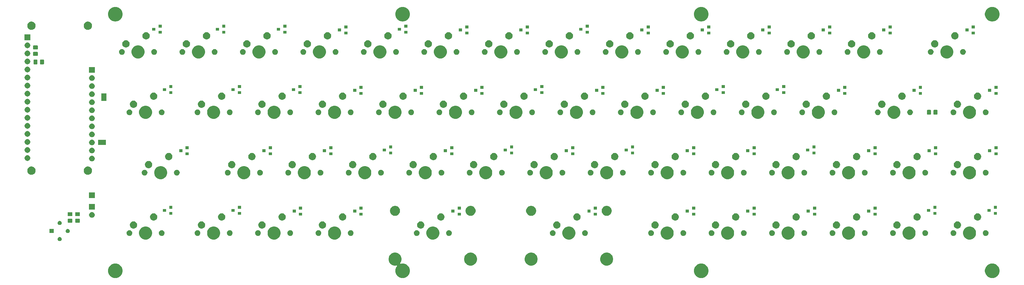
<source format=gbr>
G04 #@! TF.GenerationSoftware,KiCad,Pcbnew,(5.1.5)-3*
G04 #@! TF.CreationDate,2021-01-28T08:37:11+08:00*
G04 #@! TF.ProjectId,k54,6b35342e-6b69-4636-9164-5f7063625858,rev?*
G04 #@! TF.SameCoordinates,Original*
G04 #@! TF.FileFunction,Soldermask,Bot*
G04 #@! TF.FilePolarity,Negative*
%FSLAX46Y46*%
G04 Gerber Fmt 4.6, Leading zero omitted, Abs format (unit mm)*
G04 Created by KiCad (PCBNEW (5.1.5)-3) date 2021-01-28 08:37:11*
%MOMM*%
%LPD*%
G04 APERTURE LIST*
%ADD10C,0.100000*%
G04 APERTURE END LIST*
D10*
G36*
X565990464Y-266823406D02*
G01*
X566218052Y-266868676D01*
X566636807Y-267042130D01*
X567013677Y-267293946D01*
X567334179Y-267614448D01*
X567585995Y-267991318D01*
X567759449Y-268410073D01*
X567847875Y-268854621D01*
X567847875Y-269307879D01*
X567759449Y-269752427D01*
X567585995Y-270171182D01*
X567334179Y-270548052D01*
X567013677Y-270868554D01*
X566636807Y-271120370D01*
X566218052Y-271293824D01*
X565995778Y-271338037D01*
X565773505Y-271382250D01*
X565320245Y-271382250D01*
X565097972Y-271338037D01*
X564875698Y-271293824D01*
X564456943Y-271120370D01*
X564080073Y-270868554D01*
X563759571Y-270548052D01*
X563507755Y-270171182D01*
X563334301Y-269752427D01*
X563245875Y-269307879D01*
X563245875Y-268854621D01*
X563334301Y-268410073D01*
X563507755Y-267991318D01*
X563759571Y-267614448D01*
X564080073Y-267293946D01*
X564456943Y-267042130D01*
X564875698Y-266868676D01*
X565103286Y-266823406D01*
X565320245Y-266780250D01*
X565773505Y-266780250D01*
X565990464Y-266823406D01*
G37*
G36*
X378032629Y-263442818D02*
G01*
X378405886Y-263597426D01*
X378405888Y-263597427D01*
X378741811Y-263821884D01*
X379027491Y-264107564D01*
X379251949Y-264443489D01*
X379406557Y-264816746D01*
X379485375Y-265212993D01*
X379485375Y-265617007D01*
X379406557Y-266013254D01*
X379251949Y-266386511D01*
X379065486Y-266665572D01*
X379053935Y-266687183D01*
X379046822Y-266710632D01*
X379044420Y-266735018D01*
X379046822Y-266759404D01*
X379053935Y-266782853D01*
X379065486Y-266804464D01*
X379081031Y-266823406D01*
X379099973Y-266838951D01*
X379121584Y-266850502D01*
X379145033Y-266857615D01*
X379169419Y-266860017D01*
X379193805Y-266857615D01*
X379582745Y-266780250D01*
X380036005Y-266780250D01*
X380252964Y-266823406D01*
X380480552Y-266868676D01*
X380899307Y-267042130D01*
X381276177Y-267293946D01*
X381596679Y-267614448D01*
X381848495Y-267991318D01*
X382021949Y-268410073D01*
X382110375Y-268854621D01*
X382110375Y-269307879D01*
X382021949Y-269752427D01*
X381848495Y-270171182D01*
X381596679Y-270548052D01*
X381276177Y-270868554D01*
X380899307Y-271120370D01*
X380480552Y-271293824D01*
X380258278Y-271338037D01*
X380036005Y-271382250D01*
X379582745Y-271382250D01*
X379360472Y-271338037D01*
X379138198Y-271293824D01*
X378719443Y-271120370D01*
X378342573Y-270868554D01*
X378022071Y-270548052D01*
X377770255Y-270171182D01*
X377596801Y-269752427D01*
X377508375Y-269307879D01*
X377508375Y-268854621D01*
X377596801Y-268410073D01*
X377770255Y-267991318D01*
X378022071Y-267614448D01*
X378022074Y-267614445D01*
X378027928Y-267605684D01*
X378039479Y-267584073D01*
X378046592Y-267560624D01*
X378048994Y-267536238D01*
X378046592Y-267511852D01*
X378039479Y-267488403D01*
X378027928Y-267466792D01*
X378012383Y-267447850D01*
X377993441Y-267432305D01*
X377971830Y-267420754D01*
X377948381Y-267413641D01*
X377923995Y-267411239D01*
X377899609Y-267413641D01*
X377636382Y-267466000D01*
X377232368Y-267466000D01*
X376836121Y-267387182D01*
X376462864Y-267232574D01*
X376462863Y-267232574D01*
X376462862Y-267232573D01*
X376126939Y-267008116D01*
X375841259Y-266722436D01*
X375616802Y-266386513D01*
X375616801Y-266386511D01*
X375462193Y-266013254D01*
X375383375Y-265617007D01*
X375383375Y-265212993D01*
X375462193Y-264816746D01*
X375616801Y-264443489D01*
X375841259Y-264107564D01*
X376126939Y-263821884D01*
X376462862Y-263597427D01*
X376462864Y-263597426D01*
X376836121Y-263442818D01*
X377232368Y-263364000D01*
X377636382Y-263364000D01*
X378032629Y-263442818D01*
G37*
G36*
X289765464Y-266823406D02*
G01*
X289993052Y-266868676D01*
X290411807Y-267042130D01*
X290788677Y-267293946D01*
X291109179Y-267614448D01*
X291360995Y-267991318D01*
X291534449Y-268410073D01*
X291622875Y-268854621D01*
X291622875Y-269307879D01*
X291534449Y-269752427D01*
X291360995Y-270171182D01*
X291109179Y-270548052D01*
X290788677Y-270868554D01*
X290411807Y-271120370D01*
X289993052Y-271293824D01*
X289770778Y-271338037D01*
X289548505Y-271382250D01*
X289095245Y-271382250D01*
X288872972Y-271338037D01*
X288650698Y-271293824D01*
X288231943Y-271120370D01*
X287855073Y-270868554D01*
X287534571Y-270548052D01*
X287282755Y-270171182D01*
X287109301Y-269752427D01*
X287020875Y-269307879D01*
X287020875Y-268854621D01*
X287109301Y-268410073D01*
X287282755Y-267991318D01*
X287534571Y-267614448D01*
X287855073Y-267293946D01*
X288231943Y-267042130D01*
X288650698Y-266868676D01*
X288878286Y-266823406D01*
X289095245Y-266780250D01*
X289548505Y-266780250D01*
X289765464Y-266823406D01*
G37*
G36*
X474312339Y-266823406D02*
G01*
X474539927Y-266868676D01*
X474958682Y-267042130D01*
X475335552Y-267293946D01*
X475656054Y-267614448D01*
X475907870Y-267991318D01*
X476081324Y-268410073D01*
X476169750Y-268854621D01*
X476169750Y-269307879D01*
X476081324Y-269752427D01*
X475907870Y-270171182D01*
X475656054Y-270548052D01*
X475335552Y-270868554D01*
X474958682Y-271120370D01*
X474539927Y-271293824D01*
X474317653Y-271338037D01*
X474095380Y-271382250D01*
X473642120Y-271382250D01*
X473419847Y-271338037D01*
X473197573Y-271293824D01*
X472778818Y-271120370D01*
X472401948Y-270868554D01*
X472081446Y-270548052D01*
X471829630Y-270171182D01*
X471656176Y-269752427D01*
X471567750Y-269307879D01*
X471567750Y-268854621D01*
X471656176Y-268410073D01*
X471829630Y-267991318D01*
X472081446Y-267614448D01*
X472401948Y-267293946D01*
X472778818Y-267042130D01*
X473197573Y-266868676D01*
X473425161Y-266823406D01*
X473642120Y-266780250D01*
X474095380Y-266780250D01*
X474312339Y-266823406D01*
G37*
G36*
X420895129Y-263442818D02*
G01*
X421268386Y-263597426D01*
X421268388Y-263597427D01*
X421604311Y-263821884D01*
X421889991Y-264107564D01*
X422114449Y-264443489D01*
X422269057Y-264816746D01*
X422347875Y-265212993D01*
X422347875Y-265617007D01*
X422269057Y-266013254D01*
X422114449Y-266386511D01*
X422114448Y-266386513D01*
X421889991Y-266722436D01*
X421604311Y-267008116D01*
X421268388Y-267232573D01*
X421268387Y-267232574D01*
X421268386Y-267232574D01*
X420895129Y-267387182D01*
X420498882Y-267466000D01*
X420094868Y-267466000D01*
X419698621Y-267387182D01*
X419325364Y-267232574D01*
X419325363Y-267232574D01*
X419325362Y-267232573D01*
X418989439Y-267008116D01*
X418703759Y-266722436D01*
X418479302Y-266386513D01*
X418479301Y-266386511D01*
X418324693Y-266013254D01*
X418245875Y-265617007D01*
X418245875Y-265212993D01*
X418324693Y-264816746D01*
X418479301Y-264443489D01*
X418703759Y-264107564D01*
X418989439Y-263821884D01*
X419325362Y-263597427D01*
X419325364Y-263597426D01*
X419698621Y-263442818D01*
X420094868Y-263364000D01*
X420498882Y-263364000D01*
X420895129Y-263442818D01*
G37*
G36*
X444695129Y-263442818D02*
G01*
X445068386Y-263597426D01*
X445068388Y-263597427D01*
X445404311Y-263821884D01*
X445689991Y-264107564D01*
X445914449Y-264443489D01*
X446069057Y-264816746D01*
X446147875Y-265212993D01*
X446147875Y-265617007D01*
X446069057Y-266013254D01*
X445914449Y-266386511D01*
X445914448Y-266386513D01*
X445689991Y-266722436D01*
X445404311Y-267008116D01*
X445068388Y-267232573D01*
X445068387Y-267232574D01*
X445068386Y-267232574D01*
X444695129Y-267387182D01*
X444298882Y-267466000D01*
X443894868Y-267466000D01*
X443498621Y-267387182D01*
X443125364Y-267232574D01*
X443125363Y-267232574D01*
X443125362Y-267232573D01*
X442789439Y-267008116D01*
X442503759Y-266722436D01*
X442279302Y-266386513D01*
X442279301Y-266386511D01*
X442124693Y-266013254D01*
X442045875Y-265617007D01*
X442045875Y-265212993D01*
X442124693Y-264816746D01*
X442279301Y-264443489D01*
X442503759Y-264107564D01*
X442789439Y-263821884D01*
X443125362Y-263597427D01*
X443125364Y-263597426D01*
X443498621Y-263442818D01*
X443894868Y-263364000D01*
X444298882Y-263364000D01*
X444695129Y-263442818D01*
G37*
G36*
X401832629Y-263442818D02*
G01*
X402205886Y-263597426D01*
X402205888Y-263597427D01*
X402541811Y-263821884D01*
X402827491Y-264107564D01*
X403051949Y-264443489D01*
X403206557Y-264816746D01*
X403285375Y-265212993D01*
X403285375Y-265617007D01*
X403206557Y-266013254D01*
X403051949Y-266386511D01*
X403051948Y-266386513D01*
X402827491Y-266722436D01*
X402541811Y-267008116D01*
X402205888Y-267232573D01*
X402205887Y-267232574D01*
X402205886Y-267232574D01*
X401832629Y-267387182D01*
X401436382Y-267466000D01*
X401032368Y-267466000D01*
X400636121Y-267387182D01*
X400262864Y-267232574D01*
X400262863Y-267232574D01*
X400262862Y-267232573D01*
X399926939Y-267008116D01*
X399641259Y-266722436D01*
X399416802Y-266386513D01*
X399416801Y-266386511D01*
X399262193Y-266013254D01*
X399183375Y-265617007D01*
X399183375Y-265212993D01*
X399262193Y-264816746D01*
X399416801Y-264443489D01*
X399641259Y-264107564D01*
X399926939Y-263821884D01*
X400262862Y-263597427D01*
X400262864Y-263597426D01*
X400636121Y-263442818D01*
X401032368Y-263364000D01*
X401436382Y-263364000D01*
X401832629Y-263442818D01*
G37*
G36*
X271927738Y-258446653D02*
G01*
X271969598Y-258454979D01*
X272018596Y-258475275D01*
X272087889Y-258503977D01*
X272087890Y-258503978D01*
X272194351Y-258575112D01*
X272284888Y-258665649D01*
X272332418Y-258736784D01*
X272356023Y-258772111D01*
X272405021Y-258890403D01*
X272430000Y-259015979D01*
X272430000Y-259144021D01*
X272405021Y-259269597D01*
X272356023Y-259387889D01*
X272356022Y-259387890D01*
X272284888Y-259494351D01*
X272194351Y-259584888D01*
X272123216Y-259632418D01*
X272087889Y-259656023D01*
X272018596Y-259684725D01*
X271969598Y-259705021D01*
X271927738Y-259713347D01*
X271844021Y-259730000D01*
X271715979Y-259730000D01*
X271632262Y-259713347D01*
X271590402Y-259705021D01*
X271541404Y-259684725D01*
X271472111Y-259656023D01*
X271436784Y-259632418D01*
X271365649Y-259584888D01*
X271275112Y-259494351D01*
X271203978Y-259387890D01*
X271203977Y-259387889D01*
X271154979Y-259269597D01*
X271130000Y-259144021D01*
X271130000Y-259015979D01*
X271154979Y-258890403D01*
X271203977Y-258772111D01*
X271227582Y-258736784D01*
X271275112Y-258665649D01*
X271365649Y-258575112D01*
X271472110Y-258503978D01*
X271472111Y-258503977D01*
X271541404Y-258475275D01*
X271590402Y-258454979D01*
X271632262Y-258446653D01*
X271715979Y-258430000D01*
X271844021Y-258430000D01*
X271927738Y-258446653D01*
G37*
G36*
X339926379Y-255202818D02*
G01*
X340299636Y-255357426D01*
X340299638Y-255357427D01*
X340635561Y-255581884D01*
X340921241Y-255867564D01*
X341145699Y-256203489D01*
X341300307Y-256576746D01*
X341379125Y-256972993D01*
X341379125Y-257377007D01*
X341300307Y-257773254D01*
X341145699Y-258146511D01*
X341145698Y-258146513D01*
X340921241Y-258482436D01*
X340635561Y-258768116D01*
X340299638Y-258992573D01*
X340299637Y-258992574D01*
X340299636Y-258992574D01*
X339926379Y-259147182D01*
X339530132Y-259226000D01*
X339126118Y-259226000D01*
X338729871Y-259147182D01*
X338356614Y-258992574D01*
X338356613Y-258992574D01*
X338356612Y-258992573D01*
X338020689Y-258768116D01*
X337735009Y-258482436D01*
X337510552Y-258146513D01*
X337510551Y-258146511D01*
X337355943Y-257773254D01*
X337277125Y-257377007D01*
X337277125Y-256972993D01*
X337355943Y-256576746D01*
X337510551Y-256203489D01*
X337735009Y-255867564D01*
X338020689Y-255581884D01*
X338356612Y-255357427D01*
X338356614Y-255357426D01*
X338729871Y-255202818D01*
X339126118Y-255124000D01*
X339530132Y-255124000D01*
X339926379Y-255202818D01*
G37*
G36*
X463751379Y-255202818D02*
G01*
X464124636Y-255357426D01*
X464124638Y-255357427D01*
X464460561Y-255581884D01*
X464746241Y-255867564D01*
X464970699Y-256203489D01*
X465125307Y-256576746D01*
X465204125Y-256972993D01*
X465204125Y-257377007D01*
X465125307Y-257773254D01*
X464970699Y-258146511D01*
X464970698Y-258146513D01*
X464746241Y-258482436D01*
X464460561Y-258768116D01*
X464124638Y-258992573D01*
X464124637Y-258992574D01*
X464124636Y-258992574D01*
X463751379Y-259147182D01*
X463355132Y-259226000D01*
X462951118Y-259226000D01*
X462554871Y-259147182D01*
X462181614Y-258992574D01*
X462181613Y-258992574D01*
X462181612Y-258992573D01*
X461845689Y-258768116D01*
X461560009Y-258482436D01*
X461335552Y-258146513D01*
X461335551Y-258146511D01*
X461180943Y-257773254D01*
X461102125Y-257377007D01*
X461102125Y-256972993D01*
X461180943Y-256576746D01*
X461335551Y-256203489D01*
X461560009Y-255867564D01*
X461845689Y-255581884D01*
X462181612Y-255357427D01*
X462181614Y-255357426D01*
X462554871Y-255202818D01*
X462951118Y-255124000D01*
X463355132Y-255124000D01*
X463751379Y-255202818D01*
G37*
G36*
X432795129Y-255202818D02*
G01*
X433168386Y-255357426D01*
X433168388Y-255357427D01*
X433504311Y-255581884D01*
X433789991Y-255867564D01*
X434014449Y-256203489D01*
X434169057Y-256576746D01*
X434247875Y-256972993D01*
X434247875Y-257377007D01*
X434169057Y-257773254D01*
X434014449Y-258146511D01*
X434014448Y-258146513D01*
X433789991Y-258482436D01*
X433504311Y-258768116D01*
X433168388Y-258992573D01*
X433168387Y-258992574D01*
X433168386Y-258992574D01*
X432795129Y-259147182D01*
X432398882Y-259226000D01*
X431994868Y-259226000D01*
X431598621Y-259147182D01*
X431225364Y-258992574D01*
X431225363Y-258992574D01*
X431225362Y-258992573D01*
X430889439Y-258768116D01*
X430603759Y-258482436D01*
X430379302Y-258146513D01*
X430379301Y-258146511D01*
X430224693Y-257773254D01*
X430145875Y-257377007D01*
X430145875Y-256972993D01*
X430224693Y-256576746D01*
X430379301Y-256203489D01*
X430603759Y-255867564D01*
X430889439Y-255581884D01*
X431225362Y-255357427D01*
X431225364Y-255357426D01*
X431598621Y-255202818D01*
X431994868Y-255124000D01*
X432398882Y-255124000D01*
X432795129Y-255202818D01*
G37*
G36*
X559001379Y-255202818D02*
G01*
X559374636Y-255357426D01*
X559374638Y-255357427D01*
X559710561Y-255581884D01*
X559996241Y-255867564D01*
X560220699Y-256203489D01*
X560375307Y-256576746D01*
X560454125Y-256972993D01*
X560454125Y-257377007D01*
X560375307Y-257773254D01*
X560220699Y-258146511D01*
X560220698Y-258146513D01*
X559996241Y-258482436D01*
X559710561Y-258768116D01*
X559374638Y-258992573D01*
X559374637Y-258992574D01*
X559374636Y-258992574D01*
X559001379Y-259147182D01*
X558605132Y-259226000D01*
X558201118Y-259226000D01*
X557804871Y-259147182D01*
X557431614Y-258992574D01*
X557431613Y-258992574D01*
X557431612Y-258992573D01*
X557095689Y-258768116D01*
X556810009Y-258482436D01*
X556585552Y-258146513D01*
X556585551Y-258146511D01*
X556430943Y-257773254D01*
X556352125Y-257377007D01*
X556352125Y-256972993D01*
X556430943Y-256576746D01*
X556585551Y-256203489D01*
X556810009Y-255867564D01*
X557095689Y-255581884D01*
X557431612Y-255357427D01*
X557431614Y-255357426D01*
X557804871Y-255202818D01*
X558201118Y-255124000D01*
X558605132Y-255124000D01*
X559001379Y-255202818D01*
G37*
G36*
X358976379Y-255202818D02*
G01*
X359349636Y-255357426D01*
X359349638Y-255357427D01*
X359685561Y-255581884D01*
X359971241Y-255867564D01*
X360195699Y-256203489D01*
X360350307Y-256576746D01*
X360429125Y-256972993D01*
X360429125Y-257377007D01*
X360350307Y-257773254D01*
X360195699Y-258146511D01*
X360195698Y-258146513D01*
X359971241Y-258482436D01*
X359685561Y-258768116D01*
X359349638Y-258992573D01*
X359349637Y-258992574D01*
X359349636Y-258992574D01*
X358976379Y-259147182D01*
X358580132Y-259226000D01*
X358176118Y-259226000D01*
X357779871Y-259147182D01*
X357406614Y-258992574D01*
X357406613Y-258992574D01*
X357406612Y-258992573D01*
X357070689Y-258768116D01*
X356785009Y-258482436D01*
X356560552Y-258146513D01*
X356560551Y-258146511D01*
X356405943Y-257773254D01*
X356327125Y-257377007D01*
X356327125Y-256972993D01*
X356405943Y-256576746D01*
X356560551Y-256203489D01*
X356785009Y-255867564D01*
X357070689Y-255581884D01*
X357406612Y-255357427D01*
X357406614Y-255357426D01*
X357779871Y-255202818D01*
X358176118Y-255124000D01*
X358580132Y-255124000D01*
X358976379Y-255202818D01*
G37*
G36*
X320876379Y-255202818D02*
G01*
X321249636Y-255357426D01*
X321249638Y-255357427D01*
X321585561Y-255581884D01*
X321871241Y-255867564D01*
X322095699Y-256203489D01*
X322250307Y-256576746D01*
X322329125Y-256972993D01*
X322329125Y-257377007D01*
X322250307Y-257773254D01*
X322095699Y-258146511D01*
X322095698Y-258146513D01*
X321871241Y-258482436D01*
X321585561Y-258768116D01*
X321249638Y-258992573D01*
X321249637Y-258992574D01*
X321249636Y-258992574D01*
X320876379Y-259147182D01*
X320480132Y-259226000D01*
X320076118Y-259226000D01*
X319679871Y-259147182D01*
X319306614Y-258992574D01*
X319306613Y-258992574D01*
X319306612Y-258992573D01*
X318970689Y-258768116D01*
X318685009Y-258482436D01*
X318460552Y-258146513D01*
X318460551Y-258146511D01*
X318305943Y-257773254D01*
X318227125Y-257377007D01*
X318227125Y-256972993D01*
X318305943Y-256576746D01*
X318460551Y-256203489D01*
X318685009Y-255867564D01*
X318970689Y-255581884D01*
X319306612Y-255357427D01*
X319306614Y-255357426D01*
X319679871Y-255202818D01*
X320076118Y-255124000D01*
X320480132Y-255124000D01*
X320876379Y-255202818D01*
G37*
G36*
X299445129Y-255202818D02*
G01*
X299818386Y-255357426D01*
X299818388Y-255357427D01*
X300154311Y-255581884D01*
X300439991Y-255867564D01*
X300664449Y-256203489D01*
X300819057Y-256576746D01*
X300897875Y-256972993D01*
X300897875Y-257377007D01*
X300819057Y-257773254D01*
X300664449Y-258146511D01*
X300664448Y-258146513D01*
X300439991Y-258482436D01*
X300154311Y-258768116D01*
X299818388Y-258992573D01*
X299818387Y-258992574D01*
X299818386Y-258992574D01*
X299445129Y-259147182D01*
X299048882Y-259226000D01*
X298644868Y-259226000D01*
X298248621Y-259147182D01*
X297875364Y-258992574D01*
X297875363Y-258992574D01*
X297875362Y-258992573D01*
X297539439Y-258768116D01*
X297253759Y-258482436D01*
X297029302Y-258146513D01*
X297029301Y-258146511D01*
X296874693Y-257773254D01*
X296795875Y-257377007D01*
X296795875Y-256972993D01*
X296874693Y-256576746D01*
X297029301Y-256203489D01*
X297253759Y-255867564D01*
X297539439Y-255581884D01*
X297875362Y-255357427D01*
X297875364Y-255357426D01*
X298248621Y-255202818D01*
X298644868Y-255124000D01*
X299048882Y-255124000D01*
X299445129Y-255202818D01*
G37*
G36*
X539951379Y-255202818D02*
G01*
X540324636Y-255357426D01*
X540324638Y-255357427D01*
X540660561Y-255581884D01*
X540946241Y-255867564D01*
X541170699Y-256203489D01*
X541325307Y-256576746D01*
X541404125Y-256972993D01*
X541404125Y-257377007D01*
X541325307Y-257773254D01*
X541170699Y-258146511D01*
X541170698Y-258146513D01*
X540946241Y-258482436D01*
X540660561Y-258768116D01*
X540324638Y-258992573D01*
X540324637Y-258992574D01*
X540324636Y-258992574D01*
X539951379Y-259147182D01*
X539555132Y-259226000D01*
X539151118Y-259226000D01*
X538754871Y-259147182D01*
X538381614Y-258992574D01*
X538381613Y-258992574D01*
X538381612Y-258992573D01*
X538045689Y-258768116D01*
X537760009Y-258482436D01*
X537535552Y-258146513D01*
X537535551Y-258146511D01*
X537380943Y-257773254D01*
X537302125Y-257377007D01*
X537302125Y-256972993D01*
X537380943Y-256576746D01*
X537535551Y-256203489D01*
X537760009Y-255867564D01*
X538045689Y-255581884D01*
X538381612Y-255357427D01*
X538381614Y-255357426D01*
X538754871Y-255202818D01*
X539151118Y-255124000D01*
X539555132Y-255124000D01*
X539951379Y-255202818D01*
G37*
G36*
X520901379Y-255202818D02*
G01*
X521274636Y-255357426D01*
X521274638Y-255357427D01*
X521610561Y-255581884D01*
X521896241Y-255867564D01*
X522120699Y-256203489D01*
X522275307Y-256576746D01*
X522354125Y-256972993D01*
X522354125Y-257377007D01*
X522275307Y-257773254D01*
X522120699Y-258146511D01*
X522120698Y-258146513D01*
X521896241Y-258482436D01*
X521610561Y-258768116D01*
X521274638Y-258992573D01*
X521274637Y-258992574D01*
X521274636Y-258992574D01*
X520901379Y-259147182D01*
X520505132Y-259226000D01*
X520101118Y-259226000D01*
X519704871Y-259147182D01*
X519331614Y-258992574D01*
X519331613Y-258992574D01*
X519331612Y-258992573D01*
X518995689Y-258768116D01*
X518710009Y-258482436D01*
X518485552Y-258146513D01*
X518485551Y-258146511D01*
X518330943Y-257773254D01*
X518252125Y-257377007D01*
X518252125Y-256972993D01*
X518330943Y-256576746D01*
X518485551Y-256203489D01*
X518710009Y-255867564D01*
X518995689Y-255581884D01*
X519331612Y-255357427D01*
X519331614Y-255357426D01*
X519704871Y-255202818D01*
X520101118Y-255124000D01*
X520505132Y-255124000D01*
X520901379Y-255202818D01*
G37*
G36*
X501851379Y-255202818D02*
G01*
X502224636Y-255357426D01*
X502224638Y-255357427D01*
X502560561Y-255581884D01*
X502846241Y-255867564D01*
X503070699Y-256203489D01*
X503225307Y-256576746D01*
X503304125Y-256972993D01*
X503304125Y-257377007D01*
X503225307Y-257773254D01*
X503070699Y-258146511D01*
X503070698Y-258146513D01*
X502846241Y-258482436D01*
X502560561Y-258768116D01*
X502224638Y-258992573D01*
X502224637Y-258992574D01*
X502224636Y-258992574D01*
X501851379Y-259147182D01*
X501455132Y-259226000D01*
X501051118Y-259226000D01*
X500654871Y-259147182D01*
X500281614Y-258992574D01*
X500281613Y-258992574D01*
X500281612Y-258992573D01*
X499945689Y-258768116D01*
X499660009Y-258482436D01*
X499435552Y-258146513D01*
X499435551Y-258146511D01*
X499280943Y-257773254D01*
X499202125Y-257377007D01*
X499202125Y-256972993D01*
X499280943Y-256576746D01*
X499435551Y-256203489D01*
X499660009Y-255867564D01*
X499945689Y-255581884D01*
X500281612Y-255357427D01*
X500281614Y-255357426D01*
X500654871Y-255202818D01*
X501051118Y-255124000D01*
X501455132Y-255124000D01*
X501851379Y-255202818D01*
G37*
G36*
X389932629Y-255202818D02*
G01*
X390305886Y-255357426D01*
X390305888Y-255357427D01*
X390641811Y-255581884D01*
X390927491Y-255867564D01*
X391151949Y-256203489D01*
X391306557Y-256576746D01*
X391385375Y-256972993D01*
X391385375Y-257377007D01*
X391306557Y-257773254D01*
X391151949Y-258146511D01*
X391151948Y-258146513D01*
X390927491Y-258482436D01*
X390641811Y-258768116D01*
X390305888Y-258992573D01*
X390305887Y-258992574D01*
X390305886Y-258992574D01*
X389932629Y-259147182D01*
X389536382Y-259226000D01*
X389132368Y-259226000D01*
X388736121Y-259147182D01*
X388362864Y-258992574D01*
X388362863Y-258992574D01*
X388362862Y-258992573D01*
X388026939Y-258768116D01*
X387741259Y-258482436D01*
X387516802Y-258146513D01*
X387516801Y-258146511D01*
X387362193Y-257773254D01*
X387283375Y-257377007D01*
X387283375Y-256972993D01*
X387362193Y-256576746D01*
X387516801Y-256203489D01*
X387741259Y-255867564D01*
X388026939Y-255581884D01*
X388362862Y-255357427D01*
X388362864Y-255357426D01*
X388736121Y-255202818D01*
X389132368Y-255124000D01*
X389536382Y-255124000D01*
X389932629Y-255202818D01*
G37*
G36*
X482801379Y-255202818D02*
G01*
X483174636Y-255357426D01*
X483174638Y-255357427D01*
X483510561Y-255581884D01*
X483796241Y-255867564D01*
X484020699Y-256203489D01*
X484175307Y-256576746D01*
X484254125Y-256972993D01*
X484254125Y-257377007D01*
X484175307Y-257773254D01*
X484020699Y-258146511D01*
X484020698Y-258146513D01*
X483796241Y-258482436D01*
X483510561Y-258768116D01*
X483174638Y-258992573D01*
X483174637Y-258992574D01*
X483174636Y-258992574D01*
X482801379Y-259147182D01*
X482405132Y-259226000D01*
X482001118Y-259226000D01*
X481604871Y-259147182D01*
X481231614Y-258992574D01*
X481231613Y-258992574D01*
X481231612Y-258992573D01*
X480895689Y-258768116D01*
X480610009Y-258482436D01*
X480385552Y-258146513D01*
X480385551Y-258146511D01*
X480230943Y-257773254D01*
X480152125Y-257377007D01*
X480152125Y-256972993D01*
X480230943Y-256576746D01*
X480385551Y-256203489D01*
X480610009Y-255867564D01*
X480895689Y-255581884D01*
X481231612Y-255357427D01*
X481231614Y-255357426D01*
X481604871Y-255202818D01*
X482001118Y-255124000D01*
X482405132Y-255124000D01*
X482801379Y-255202818D01*
G37*
G36*
X315311637Y-256278927D02*
G01*
X315460937Y-256308624D01*
X315624909Y-256376544D01*
X315772479Y-256475147D01*
X315897978Y-256600646D01*
X315996581Y-256748216D01*
X316064501Y-256912188D01*
X316099125Y-257086259D01*
X316099125Y-257263741D01*
X316064501Y-257437812D01*
X315996581Y-257601784D01*
X315897978Y-257749354D01*
X315772479Y-257874853D01*
X315624909Y-257973456D01*
X315460937Y-258041376D01*
X315311637Y-258071073D01*
X315286867Y-258076000D01*
X315109383Y-258076000D01*
X315084613Y-258071073D01*
X314935313Y-258041376D01*
X314771341Y-257973456D01*
X314623771Y-257874853D01*
X314498272Y-257749354D01*
X314399669Y-257601784D01*
X314331749Y-257437812D01*
X314297125Y-257263741D01*
X314297125Y-257086259D01*
X314331749Y-256912188D01*
X314399669Y-256748216D01*
X314498272Y-256600646D01*
X314623771Y-256475147D01*
X314771341Y-256376544D01*
X314935313Y-256308624D01*
X315084613Y-256278927D01*
X315109383Y-256274000D01*
X315286867Y-256274000D01*
X315311637Y-256278927D01*
G37*
G36*
X496286637Y-256278927D02*
G01*
X496435937Y-256308624D01*
X496599909Y-256376544D01*
X496747479Y-256475147D01*
X496872978Y-256600646D01*
X496971581Y-256748216D01*
X497039501Y-256912188D01*
X497074125Y-257086259D01*
X497074125Y-257263741D01*
X497039501Y-257437812D01*
X496971581Y-257601784D01*
X496872978Y-257749354D01*
X496747479Y-257874853D01*
X496599909Y-257973456D01*
X496435937Y-258041376D01*
X496286637Y-258071073D01*
X496261867Y-258076000D01*
X496084383Y-258076000D01*
X496059613Y-258071073D01*
X495910313Y-258041376D01*
X495746341Y-257973456D01*
X495598771Y-257874853D01*
X495473272Y-257749354D01*
X495374669Y-257601784D01*
X495306749Y-257437812D01*
X495272125Y-257263741D01*
X495272125Y-257086259D01*
X495306749Y-256912188D01*
X495374669Y-256748216D01*
X495473272Y-256600646D01*
X495598771Y-256475147D01*
X495746341Y-256376544D01*
X495910313Y-256308624D01*
X496059613Y-256278927D01*
X496084383Y-256274000D01*
X496261867Y-256274000D01*
X496286637Y-256278927D01*
G37*
G36*
X437390387Y-256278927D02*
G01*
X437539687Y-256308624D01*
X437703659Y-256376544D01*
X437851229Y-256475147D01*
X437976728Y-256600646D01*
X438075331Y-256748216D01*
X438143251Y-256912188D01*
X438177875Y-257086259D01*
X438177875Y-257263741D01*
X438143251Y-257437812D01*
X438075331Y-257601784D01*
X437976728Y-257749354D01*
X437851229Y-257874853D01*
X437703659Y-257973456D01*
X437539687Y-258041376D01*
X437390387Y-258071073D01*
X437365617Y-258076000D01*
X437188133Y-258076000D01*
X437163363Y-258071073D01*
X437014063Y-258041376D01*
X436850091Y-257973456D01*
X436702521Y-257874853D01*
X436577022Y-257749354D01*
X436478419Y-257601784D01*
X436410499Y-257437812D01*
X436375875Y-257263741D01*
X436375875Y-257086259D01*
X436410499Y-256912188D01*
X436478419Y-256748216D01*
X436577022Y-256600646D01*
X436702521Y-256475147D01*
X436850091Y-256376544D01*
X437014063Y-256308624D01*
X437163363Y-256278927D01*
X437188133Y-256274000D01*
X437365617Y-256274000D01*
X437390387Y-256278927D01*
G37*
G36*
X553436637Y-256278927D02*
G01*
X553585937Y-256308624D01*
X553749909Y-256376544D01*
X553897479Y-256475147D01*
X554022978Y-256600646D01*
X554121581Y-256748216D01*
X554189501Y-256912188D01*
X554224125Y-257086259D01*
X554224125Y-257263741D01*
X554189501Y-257437812D01*
X554121581Y-257601784D01*
X554022978Y-257749354D01*
X553897479Y-257874853D01*
X553749909Y-257973456D01*
X553585937Y-258041376D01*
X553436637Y-258071073D01*
X553411867Y-258076000D01*
X553234383Y-258076000D01*
X553209613Y-258071073D01*
X553060313Y-258041376D01*
X552896341Y-257973456D01*
X552748771Y-257874853D01*
X552623272Y-257749354D01*
X552524669Y-257601784D01*
X552456749Y-257437812D01*
X552422125Y-257263741D01*
X552422125Y-257086259D01*
X552456749Y-256912188D01*
X552524669Y-256748216D01*
X552623272Y-256600646D01*
X552748771Y-256475147D01*
X552896341Y-256376544D01*
X553060313Y-256308624D01*
X553209613Y-256278927D01*
X553234383Y-256274000D01*
X553411867Y-256274000D01*
X553436637Y-256278927D01*
G37*
G36*
X563596637Y-256278927D02*
G01*
X563745937Y-256308624D01*
X563909909Y-256376544D01*
X564057479Y-256475147D01*
X564182978Y-256600646D01*
X564281581Y-256748216D01*
X564349501Y-256912188D01*
X564384125Y-257086259D01*
X564384125Y-257263741D01*
X564349501Y-257437812D01*
X564281581Y-257601784D01*
X564182978Y-257749354D01*
X564057479Y-257874853D01*
X563909909Y-257973456D01*
X563745937Y-258041376D01*
X563596637Y-258071073D01*
X563571867Y-258076000D01*
X563394383Y-258076000D01*
X563369613Y-258071073D01*
X563220313Y-258041376D01*
X563056341Y-257973456D01*
X562908771Y-257874853D01*
X562783272Y-257749354D01*
X562684669Y-257601784D01*
X562616749Y-257437812D01*
X562582125Y-257263741D01*
X562582125Y-257086259D01*
X562616749Y-256912188D01*
X562684669Y-256748216D01*
X562783272Y-256600646D01*
X562908771Y-256475147D01*
X563056341Y-256376544D01*
X563220313Y-256308624D01*
X563369613Y-256278927D01*
X563394383Y-256274000D01*
X563571867Y-256274000D01*
X563596637Y-256278927D01*
G37*
G36*
X458186637Y-256278927D02*
G01*
X458335937Y-256308624D01*
X458499909Y-256376544D01*
X458647479Y-256475147D01*
X458772978Y-256600646D01*
X458871581Y-256748216D01*
X458939501Y-256912188D01*
X458974125Y-257086259D01*
X458974125Y-257263741D01*
X458939501Y-257437812D01*
X458871581Y-257601784D01*
X458772978Y-257749354D01*
X458647479Y-257874853D01*
X458499909Y-257973456D01*
X458335937Y-258041376D01*
X458186637Y-258071073D01*
X458161867Y-258076000D01*
X457984383Y-258076000D01*
X457959613Y-258071073D01*
X457810313Y-258041376D01*
X457646341Y-257973456D01*
X457498771Y-257874853D01*
X457373272Y-257749354D01*
X457274669Y-257601784D01*
X457206749Y-257437812D01*
X457172125Y-257263741D01*
X457172125Y-257086259D01*
X457206749Y-256912188D01*
X457274669Y-256748216D01*
X457373272Y-256600646D01*
X457498771Y-256475147D01*
X457646341Y-256376544D01*
X457810313Y-256308624D01*
X457959613Y-256278927D01*
X457984383Y-256274000D01*
X458161867Y-256274000D01*
X458186637Y-256278927D01*
G37*
G36*
X468346637Y-256278927D02*
G01*
X468495937Y-256308624D01*
X468659909Y-256376544D01*
X468807479Y-256475147D01*
X468932978Y-256600646D01*
X469031581Y-256748216D01*
X469099501Y-256912188D01*
X469134125Y-257086259D01*
X469134125Y-257263741D01*
X469099501Y-257437812D01*
X469031581Y-257601784D01*
X468932978Y-257749354D01*
X468807479Y-257874853D01*
X468659909Y-257973456D01*
X468495937Y-258041376D01*
X468346637Y-258071073D01*
X468321867Y-258076000D01*
X468144383Y-258076000D01*
X468119613Y-258071073D01*
X467970313Y-258041376D01*
X467806341Y-257973456D01*
X467658771Y-257874853D01*
X467533272Y-257749354D01*
X467434669Y-257601784D01*
X467366749Y-257437812D01*
X467332125Y-257263741D01*
X467332125Y-257086259D01*
X467366749Y-256912188D01*
X467434669Y-256748216D01*
X467533272Y-256600646D01*
X467658771Y-256475147D01*
X467806341Y-256376544D01*
X467970313Y-256308624D01*
X468119613Y-256278927D01*
X468144383Y-256274000D01*
X468321867Y-256274000D01*
X468346637Y-256278927D01*
G37*
G36*
X477236637Y-256278927D02*
G01*
X477385937Y-256308624D01*
X477549909Y-256376544D01*
X477697479Y-256475147D01*
X477822978Y-256600646D01*
X477921581Y-256748216D01*
X477989501Y-256912188D01*
X478024125Y-257086259D01*
X478024125Y-257263741D01*
X477989501Y-257437812D01*
X477921581Y-257601784D01*
X477822978Y-257749354D01*
X477697479Y-257874853D01*
X477549909Y-257973456D01*
X477385937Y-258041376D01*
X477236637Y-258071073D01*
X477211867Y-258076000D01*
X477034383Y-258076000D01*
X477009613Y-258071073D01*
X476860313Y-258041376D01*
X476696341Y-257973456D01*
X476548771Y-257874853D01*
X476423272Y-257749354D01*
X476324669Y-257601784D01*
X476256749Y-257437812D01*
X476222125Y-257263741D01*
X476222125Y-257086259D01*
X476256749Y-256912188D01*
X476324669Y-256748216D01*
X476423272Y-256600646D01*
X476548771Y-256475147D01*
X476696341Y-256376544D01*
X476860313Y-256308624D01*
X477009613Y-256278927D01*
X477034383Y-256274000D01*
X477211867Y-256274000D01*
X477236637Y-256278927D01*
G37*
G36*
X487396637Y-256278927D02*
G01*
X487545937Y-256308624D01*
X487709909Y-256376544D01*
X487857479Y-256475147D01*
X487982978Y-256600646D01*
X488081581Y-256748216D01*
X488149501Y-256912188D01*
X488184125Y-257086259D01*
X488184125Y-257263741D01*
X488149501Y-257437812D01*
X488081581Y-257601784D01*
X487982978Y-257749354D01*
X487857479Y-257874853D01*
X487709909Y-257973456D01*
X487545937Y-258041376D01*
X487396637Y-258071073D01*
X487371867Y-258076000D01*
X487194383Y-258076000D01*
X487169613Y-258071073D01*
X487020313Y-258041376D01*
X486856341Y-257973456D01*
X486708771Y-257874853D01*
X486583272Y-257749354D01*
X486484669Y-257601784D01*
X486416749Y-257437812D01*
X486382125Y-257263741D01*
X486382125Y-257086259D01*
X486416749Y-256912188D01*
X486484669Y-256748216D01*
X486583272Y-256600646D01*
X486708771Y-256475147D01*
X486856341Y-256376544D01*
X487020313Y-256308624D01*
X487169613Y-256278927D01*
X487194383Y-256274000D01*
X487371867Y-256274000D01*
X487396637Y-256278927D01*
G37*
G36*
X304040387Y-256278927D02*
G01*
X304189687Y-256308624D01*
X304353659Y-256376544D01*
X304501229Y-256475147D01*
X304626728Y-256600646D01*
X304725331Y-256748216D01*
X304793251Y-256912188D01*
X304827875Y-257086259D01*
X304827875Y-257263741D01*
X304793251Y-257437812D01*
X304725331Y-257601784D01*
X304626728Y-257749354D01*
X304501229Y-257874853D01*
X304353659Y-257973456D01*
X304189687Y-258041376D01*
X304040387Y-258071073D01*
X304015617Y-258076000D01*
X303838133Y-258076000D01*
X303813363Y-258071073D01*
X303664063Y-258041376D01*
X303500091Y-257973456D01*
X303352521Y-257874853D01*
X303227022Y-257749354D01*
X303128419Y-257601784D01*
X303060499Y-257437812D01*
X303025875Y-257263741D01*
X303025875Y-257086259D01*
X303060499Y-256912188D01*
X303128419Y-256748216D01*
X303227022Y-256600646D01*
X303352521Y-256475147D01*
X303500091Y-256376544D01*
X303664063Y-256308624D01*
X303813363Y-256278927D01*
X303838133Y-256274000D01*
X304015617Y-256274000D01*
X304040387Y-256278927D01*
G37*
G36*
X293880387Y-256278927D02*
G01*
X294029687Y-256308624D01*
X294193659Y-256376544D01*
X294341229Y-256475147D01*
X294466728Y-256600646D01*
X294565331Y-256748216D01*
X294633251Y-256912188D01*
X294667875Y-257086259D01*
X294667875Y-257263741D01*
X294633251Y-257437812D01*
X294565331Y-257601784D01*
X294466728Y-257749354D01*
X294341229Y-257874853D01*
X294193659Y-257973456D01*
X294029687Y-258041376D01*
X293880387Y-258071073D01*
X293855617Y-258076000D01*
X293678133Y-258076000D01*
X293653363Y-258071073D01*
X293504063Y-258041376D01*
X293340091Y-257973456D01*
X293192521Y-257874853D01*
X293067022Y-257749354D01*
X292968419Y-257601784D01*
X292900499Y-257437812D01*
X292865875Y-257263741D01*
X292865875Y-257086259D01*
X292900499Y-256912188D01*
X292968419Y-256748216D01*
X293067022Y-256600646D01*
X293192521Y-256475147D01*
X293340091Y-256376544D01*
X293504063Y-256308624D01*
X293653363Y-256278927D01*
X293678133Y-256274000D01*
X293855617Y-256274000D01*
X293880387Y-256278927D01*
G37*
G36*
X334361637Y-256278927D02*
G01*
X334510937Y-256308624D01*
X334674909Y-256376544D01*
X334822479Y-256475147D01*
X334947978Y-256600646D01*
X335046581Y-256748216D01*
X335114501Y-256912188D01*
X335149125Y-257086259D01*
X335149125Y-257263741D01*
X335114501Y-257437812D01*
X335046581Y-257601784D01*
X334947978Y-257749354D01*
X334822479Y-257874853D01*
X334674909Y-257973456D01*
X334510937Y-258041376D01*
X334361637Y-258071073D01*
X334336867Y-258076000D01*
X334159383Y-258076000D01*
X334134613Y-258071073D01*
X333985313Y-258041376D01*
X333821341Y-257973456D01*
X333673771Y-257874853D01*
X333548272Y-257749354D01*
X333449669Y-257601784D01*
X333381749Y-257437812D01*
X333347125Y-257263741D01*
X333347125Y-257086259D01*
X333381749Y-256912188D01*
X333449669Y-256748216D01*
X333548272Y-256600646D01*
X333673771Y-256475147D01*
X333821341Y-256376544D01*
X333985313Y-256308624D01*
X334134613Y-256278927D01*
X334159383Y-256274000D01*
X334336867Y-256274000D01*
X334361637Y-256278927D01*
G37*
G36*
X344521637Y-256278927D02*
G01*
X344670937Y-256308624D01*
X344834909Y-256376544D01*
X344982479Y-256475147D01*
X345107978Y-256600646D01*
X345206581Y-256748216D01*
X345274501Y-256912188D01*
X345309125Y-257086259D01*
X345309125Y-257263741D01*
X345274501Y-257437812D01*
X345206581Y-257601784D01*
X345107978Y-257749354D01*
X344982479Y-257874853D01*
X344834909Y-257973456D01*
X344670937Y-258041376D01*
X344521637Y-258071073D01*
X344496867Y-258076000D01*
X344319383Y-258076000D01*
X344294613Y-258071073D01*
X344145313Y-258041376D01*
X343981341Y-257973456D01*
X343833771Y-257874853D01*
X343708272Y-257749354D01*
X343609669Y-257601784D01*
X343541749Y-257437812D01*
X343507125Y-257263741D01*
X343507125Y-257086259D01*
X343541749Y-256912188D01*
X343609669Y-256748216D01*
X343708272Y-256600646D01*
X343833771Y-256475147D01*
X343981341Y-256376544D01*
X344145313Y-256308624D01*
X344294613Y-256278927D01*
X344319383Y-256274000D01*
X344496867Y-256274000D01*
X344521637Y-256278927D01*
G37*
G36*
X427230387Y-256278927D02*
G01*
X427379687Y-256308624D01*
X427543659Y-256376544D01*
X427691229Y-256475147D01*
X427816728Y-256600646D01*
X427915331Y-256748216D01*
X427983251Y-256912188D01*
X428017875Y-257086259D01*
X428017875Y-257263741D01*
X427983251Y-257437812D01*
X427915331Y-257601784D01*
X427816728Y-257749354D01*
X427691229Y-257874853D01*
X427543659Y-257973456D01*
X427379687Y-258041376D01*
X427230387Y-258071073D01*
X427205617Y-258076000D01*
X427028133Y-258076000D01*
X427003363Y-258071073D01*
X426854063Y-258041376D01*
X426690091Y-257973456D01*
X426542521Y-257874853D01*
X426417022Y-257749354D01*
X426318419Y-257601784D01*
X426250499Y-257437812D01*
X426215875Y-257263741D01*
X426215875Y-257086259D01*
X426250499Y-256912188D01*
X426318419Y-256748216D01*
X426417022Y-256600646D01*
X426542521Y-256475147D01*
X426690091Y-256376544D01*
X426854063Y-256308624D01*
X427003363Y-256278927D01*
X427028133Y-256274000D01*
X427205617Y-256274000D01*
X427230387Y-256278927D01*
G37*
G36*
X325471637Y-256278927D02*
G01*
X325620937Y-256308624D01*
X325784909Y-256376544D01*
X325932479Y-256475147D01*
X326057978Y-256600646D01*
X326156581Y-256748216D01*
X326224501Y-256912188D01*
X326259125Y-257086259D01*
X326259125Y-257263741D01*
X326224501Y-257437812D01*
X326156581Y-257601784D01*
X326057978Y-257749354D01*
X325932479Y-257874853D01*
X325784909Y-257973456D01*
X325620937Y-258041376D01*
X325471637Y-258071073D01*
X325446867Y-258076000D01*
X325269383Y-258076000D01*
X325244613Y-258071073D01*
X325095313Y-258041376D01*
X324931341Y-257973456D01*
X324783771Y-257874853D01*
X324658272Y-257749354D01*
X324559669Y-257601784D01*
X324491749Y-257437812D01*
X324457125Y-257263741D01*
X324457125Y-257086259D01*
X324491749Y-256912188D01*
X324559669Y-256748216D01*
X324658272Y-256600646D01*
X324783771Y-256475147D01*
X324931341Y-256376544D01*
X325095313Y-256308624D01*
X325244613Y-256278927D01*
X325269383Y-256274000D01*
X325446867Y-256274000D01*
X325471637Y-256278927D01*
G37*
G36*
X544546637Y-256278927D02*
G01*
X544695937Y-256308624D01*
X544859909Y-256376544D01*
X545007479Y-256475147D01*
X545132978Y-256600646D01*
X545231581Y-256748216D01*
X545299501Y-256912188D01*
X545334125Y-257086259D01*
X545334125Y-257263741D01*
X545299501Y-257437812D01*
X545231581Y-257601784D01*
X545132978Y-257749354D01*
X545007479Y-257874853D01*
X544859909Y-257973456D01*
X544695937Y-258041376D01*
X544546637Y-258071073D01*
X544521867Y-258076000D01*
X544344383Y-258076000D01*
X544319613Y-258071073D01*
X544170313Y-258041376D01*
X544006341Y-257973456D01*
X543858771Y-257874853D01*
X543733272Y-257749354D01*
X543634669Y-257601784D01*
X543566749Y-257437812D01*
X543532125Y-257263741D01*
X543532125Y-257086259D01*
X543566749Y-256912188D01*
X543634669Y-256748216D01*
X543733272Y-256600646D01*
X543858771Y-256475147D01*
X544006341Y-256376544D01*
X544170313Y-256308624D01*
X544319613Y-256278927D01*
X544344383Y-256274000D01*
X544521867Y-256274000D01*
X544546637Y-256278927D01*
G37*
G36*
X534386637Y-256278927D02*
G01*
X534535937Y-256308624D01*
X534699909Y-256376544D01*
X534847479Y-256475147D01*
X534972978Y-256600646D01*
X535071581Y-256748216D01*
X535139501Y-256912188D01*
X535174125Y-257086259D01*
X535174125Y-257263741D01*
X535139501Y-257437812D01*
X535071581Y-257601784D01*
X534972978Y-257749354D01*
X534847479Y-257874853D01*
X534699909Y-257973456D01*
X534535937Y-258041376D01*
X534386637Y-258071073D01*
X534361867Y-258076000D01*
X534184383Y-258076000D01*
X534159613Y-258071073D01*
X534010313Y-258041376D01*
X533846341Y-257973456D01*
X533698771Y-257874853D01*
X533573272Y-257749354D01*
X533474669Y-257601784D01*
X533406749Y-257437812D01*
X533372125Y-257263741D01*
X533372125Y-257086259D01*
X533406749Y-256912188D01*
X533474669Y-256748216D01*
X533573272Y-256600646D01*
X533698771Y-256475147D01*
X533846341Y-256376544D01*
X534010313Y-256308624D01*
X534159613Y-256278927D01*
X534184383Y-256274000D01*
X534361867Y-256274000D01*
X534386637Y-256278927D01*
G37*
G36*
X525496637Y-256278927D02*
G01*
X525645937Y-256308624D01*
X525809909Y-256376544D01*
X525957479Y-256475147D01*
X526082978Y-256600646D01*
X526181581Y-256748216D01*
X526249501Y-256912188D01*
X526284125Y-257086259D01*
X526284125Y-257263741D01*
X526249501Y-257437812D01*
X526181581Y-257601784D01*
X526082978Y-257749354D01*
X525957479Y-257874853D01*
X525809909Y-257973456D01*
X525645937Y-258041376D01*
X525496637Y-258071073D01*
X525471867Y-258076000D01*
X525294383Y-258076000D01*
X525269613Y-258071073D01*
X525120313Y-258041376D01*
X524956341Y-257973456D01*
X524808771Y-257874853D01*
X524683272Y-257749354D01*
X524584669Y-257601784D01*
X524516749Y-257437812D01*
X524482125Y-257263741D01*
X524482125Y-257086259D01*
X524516749Y-256912188D01*
X524584669Y-256748216D01*
X524683272Y-256600646D01*
X524808771Y-256475147D01*
X524956341Y-256376544D01*
X525120313Y-256308624D01*
X525269613Y-256278927D01*
X525294383Y-256274000D01*
X525471867Y-256274000D01*
X525496637Y-256278927D01*
G37*
G36*
X394527887Y-256278927D02*
G01*
X394677187Y-256308624D01*
X394841159Y-256376544D01*
X394988729Y-256475147D01*
X395114228Y-256600646D01*
X395212831Y-256748216D01*
X395280751Y-256912188D01*
X395315375Y-257086259D01*
X395315375Y-257263741D01*
X395280751Y-257437812D01*
X395212831Y-257601784D01*
X395114228Y-257749354D01*
X394988729Y-257874853D01*
X394841159Y-257973456D01*
X394677187Y-258041376D01*
X394527887Y-258071073D01*
X394503117Y-258076000D01*
X394325633Y-258076000D01*
X394300863Y-258071073D01*
X394151563Y-258041376D01*
X393987591Y-257973456D01*
X393840021Y-257874853D01*
X393714522Y-257749354D01*
X393615919Y-257601784D01*
X393547999Y-257437812D01*
X393513375Y-257263741D01*
X393513375Y-257086259D01*
X393547999Y-256912188D01*
X393615919Y-256748216D01*
X393714522Y-256600646D01*
X393840021Y-256475147D01*
X393987591Y-256376544D01*
X394151563Y-256308624D01*
X394300863Y-256278927D01*
X394325633Y-256274000D01*
X394503117Y-256274000D01*
X394527887Y-256278927D01*
G37*
G36*
X384367887Y-256278927D02*
G01*
X384517187Y-256308624D01*
X384681159Y-256376544D01*
X384828729Y-256475147D01*
X384954228Y-256600646D01*
X385052831Y-256748216D01*
X385120751Y-256912188D01*
X385155375Y-257086259D01*
X385155375Y-257263741D01*
X385120751Y-257437812D01*
X385052831Y-257601784D01*
X384954228Y-257749354D01*
X384828729Y-257874853D01*
X384681159Y-257973456D01*
X384517187Y-258041376D01*
X384367887Y-258071073D01*
X384343117Y-258076000D01*
X384165633Y-258076000D01*
X384140863Y-258071073D01*
X383991563Y-258041376D01*
X383827591Y-257973456D01*
X383680021Y-257874853D01*
X383554522Y-257749354D01*
X383455919Y-257601784D01*
X383387999Y-257437812D01*
X383353375Y-257263741D01*
X383353375Y-257086259D01*
X383387999Y-256912188D01*
X383455919Y-256748216D01*
X383554522Y-256600646D01*
X383680021Y-256475147D01*
X383827591Y-256376544D01*
X383991563Y-256308624D01*
X384140863Y-256278927D01*
X384165633Y-256274000D01*
X384343117Y-256274000D01*
X384367887Y-256278927D01*
G37*
G36*
X515336637Y-256278927D02*
G01*
X515485937Y-256308624D01*
X515649909Y-256376544D01*
X515797479Y-256475147D01*
X515922978Y-256600646D01*
X516021581Y-256748216D01*
X516089501Y-256912188D01*
X516124125Y-257086259D01*
X516124125Y-257263741D01*
X516089501Y-257437812D01*
X516021581Y-257601784D01*
X515922978Y-257749354D01*
X515797479Y-257874853D01*
X515649909Y-257973456D01*
X515485937Y-258041376D01*
X515336637Y-258071073D01*
X515311867Y-258076000D01*
X515134383Y-258076000D01*
X515109613Y-258071073D01*
X514960313Y-258041376D01*
X514796341Y-257973456D01*
X514648771Y-257874853D01*
X514523272Y-257749354D01*
X514424669Y-257601784D01*
X514356749Y-257437812D01*
X514322125Y-257263741D01*
X514322125Y-257086259D01*
X514356749Y-256912188D01*
X514424669Y-256748216D01*
X514523272Y-256600646D01*
X514648771Y-256475147D01*
X514796341Y-256376544D01*
X514960313Y-256308624D01*
X515109613Y-256278927D01*
X515134383Y-256274000D01*
X515311867Y-256274000D01*
X515336637Y-256278927D01*
G37*
G36*
X363571637Y-256278927D02*
G01*
X363720937Y-256308624D01*
X363884909Y-256376544D01*
X364032479Y-256475147D01*
X364157978Y-256600646D01*
X364256581Y-256748216D01*
X364324501Y-256912188D01*
X364359125Y-257086259D01*
X364359125Y-257263741D01*
X364324501Y-257437812D01*
X364256581Y-257601784D01*
X364157978Y-257749354D01*
X364032479Y-257874853D01*
X363884909Y-257973456D01*
X363720937Y-258041376D01*
X363571637Y-258071073D01*
X363546867Y-258076000D01*
X363369383Y-258076000D01*
X363344613Y-258071073D01*
X363195313Y-258041376D01*
X363031341Y-257973456D01*
X362883771Y-257874853D01*
X362758272Y-257749354D01*
X362659669Y-257601784D01*
X362591749Y-257437812D01*
X362557125Y-257263741D01*
X362557125Y-257086259D01*
X362591749Y-256912188D01*
X362659669Y-256748216D01*
X362758272Y-256600646D01*
X362883771Y-256475147D01*
X363031341Y-256376544D01*
X363195313Y-256308624D01*
X363344613Y-256278927D01*
X363369383Y-256274000D01*
X363546867Y-256274000D01*
X363571637Y-256278927D01*
G37*
G36*
X353411637Y-256278927D02*
G01*
X353560937Y-256308624D01*
X353724909Y-256376544D01*
X353872479Y-256475147D01*
X353997978Y-256600646D01*
X354096581Y-256748216D01*
X354164501Y-256912188D01*
X354199125Y-257086259D01*
X354199125Y-257263741D01*
X354164501Y-257437812D01*
X354096581Y-257601784D01*
X353997978Y-257749354D01*
X353872479Y-257874853D01*
X353724909Y-257973456D01*
X353560937Y-258041376D01*
X353411637Y-258071073D01*
X353386867Y-258076000D01*
X353209383Y-258076000D01*
X353184613Y-258071073D01*
X353035313Y-258041376D01*
X352871341Y-257973456D01*
X352723771Y-257874853D01*
X352598272Y-257749354D01*
X352499669Y-257601784D01*
X352431749Y-257437812D01*
X352397125Y-257263741D01*
X352397125Y-257086259D01*
X352431749Y-256912188D01*
X352499669Y-256748216D01*
X352598272Y-256600646D01*
X352723771Y-256475147D01*
X352871341Y-256376544D01*
X353035313Y-256308624D01*
X353184613Y-256278927D01*
X353209383Y-256274000D01*
X353386867Y-256274000D01*
X353411637Y-256278927D01*
G37*
G36*
X506446637Y-256278927D02*
G01*
X506595937Y-256308624D01*
X506759909Y-256376544D01*
X506907479Y-256475147D01*
X507032978Y-256600646D01*
X507131581Y-256748216D01*
X507199501Y-256912188D01*
X507234125Y-257086259D01*
X507234125Y-257263741D01*
X507199501Y-257437812D01*
X507131581Y-257601784D01*
X507032978Y-257749354D01*
X506907479Y-257874853D01*
X506759909Y-257973456D01*
X506595937Y-258041376D01*
X506446637Y-258071073D01*
X506421867Y-258076000D01*
X506244383Y-258076000D01*
X506219613Y-258071073D01*
X506070313Y-258041376D01*
X505906341Y-257973456D01*
X505758771Y-257874853D01*
X505633272Y-257749354D01*
X505534669Y-257601784D01*
X505466749Y-257437812D01*
X505432125Y-257263741D01*
X505432125Y-257086259D01*
X505466749Y-256912188D01*
X505534669Y-256748216D01*
X505633272Y-256600646D01*
X505758771Y-256475147D01*
X505906341Y-256376544D01*
X506070313Y-256308624D01*
X506219613Y-256278927D01*
X506244383Y-256274000D01*
X506421867Y-256274000D01*
X506446637Y-256278927D01*
G37*
G36*
X269890000Y-257190000D02*
G01*
X268590000Y-257190000D01*
X268590000Y-255890000D01*
X269890000Y-255890000D01*
X269890000Y-257190000D01*
G37*
G36*
X274467738Y-255906653D02*
G01*
X274509598Y-255914979D01*
X274558596Y-255935275D01*
X274627889Y-255963977D01*
X274627890Y-255963978D01*
X274734351Y-256035112D01*
X274824888Y-256125649D01*
X274872418Y-256196784D01*
X274896023Y-256232111D01*
X274945021Y-256350403D01*
X274970000Y-256475979D01*
X274970000Y-256604021D01*
X274945021Y-256729597D01*
X274896023Y-256847889D01*
X274896022Y-256847890D01*
X274824888Y-256954351D01*
X274734351Y-257044888D01*
X274672434Y-257086259D01*
X274627889Y-257116023D01*
X274558596Y-257144725D01*
X274509598Y-257165021D01*
X274467738Y-257173347D01*
X274384021Y-257190000D01*
X274255979Y-257190000D01*
X274172262Y-257173347D01*
X274130402Y-257165021D01*
X274081404Y-257144725D01*
X274012111Y-257116023D01*
X273967566Y-257086259D01*
X273905649Y-257044888D01*
X273815112Y-256954351D01*
X273743978Y-256847890D01*
X273743977Y-256847889D01*
X273694979Y-256729597D01*
X273670000Y-256604021D01*
X273670000Y-256475979D01*
X273694979Y-256350403D01*
X273743977Y-256232111D01*
X273767582Y-256196784D01*
X273815112Y-256125649D01*
X273905649Y-256035112D01*
X274012110Y-255963978D01*
X274012111Y-255963977D01*
X274081404Y-255935275D01*
X274130402Y-255914979D01*
X274172262Y-255906653D01*
X274255979Y-255890000D01*
X274384021Y-255890000D01*
X274467738Y-255906653D01*
G37*
G36*
X335687353Y-253495112D02*
G01*
X335853859Y-253528232D01*
X336063328Y-253614997D01*
X336251845Y-253740960D01*
X336412165Y-253901280D01*
X336538128Y-254089797D01*
X336624893Y-254299266D01*
X336669125Y-254521636D01*
X336669125Y-254748364D01*
X336624893Y-254970734D01*
X336538128Y-255180203D01*
X336412165Y-255368720D01*
X336251845Y-255529040D01*
X336063328Y-255655003D01*
X335853859Y-255741768D01*
X335742674Y-255763884D01*
X335631490Y-255786000D01*
X335404760Y-255786000D01*
X335293576Y-255763884D01*
X335182391Y-255741768D01*
X334972922Y-255655003D01*
X334784405Y-255529040D01*
X334624085Y-255368720D01*
X334498122Y-255180203D01*
X334411357Y-254970734D01*
X334367125Y-254748364D01*
X334367125Y-254521636D01*
X334411357Y-254299266D01*
X334498122Y-254089797D01*
X334624085Y-253901280D01*
X334784405Y-253740960D01*
X334972922Y-253614997D01*
X335182391Y-253528232D01*
X335348897Y-253495112D01*
X335404760Y-253484000D01*
X335631490Y-253484000D01*
X335687353Y-253495112D01*
G37*
G36*
X459512353Y-253495112D02*
G01*
X459678859Y-253528232D01*
X459888328Y-253614997D01*
X460076845Y-253740960D01*
X460237165Y-253901280D01*
X460363128Y-254089797D01*
X460449893Y-254299266D01*
X460494125Y-254521636D01*
X460494125Y-254748364D01*
X460449893Y-254970734D01*
X460363128Y-255180203D01*
X460237165Y-255368720D01*
X460076845Y-255529040D01*
X459888328Y-255655003D01*
X459678859Y-255741768D01*
X459567674Y-255763884D01*
X459456490Y-255786000D01*
X459229760Y-255786000D01*
X459118576Y-255763884D01*
X459007391Y-255741768D01*
X458797922Y-255655003D01*
X458609405Y-255529040D01*
X458449085Y-255368720D01*
X458323122Y-255180203D01*
X458236357Y-254970734D01*
X458192125Y-254748364D01*
X458192125Y-254521636D01*
X458236357Y-254299266D01*
X458323122Y-254089797D01*
X458449085Y-253901280D01*
X458609405Y-253740960D01*
X458797922Y-253614997D01*
X459007391Y-253528232D01*
X459173897Y-253495112D01*
X459229760Y-253484000D01*
X459456490Y-253484000D01*
X459512353Y-253495112D01*
G37*
G36*
X478562353Y-253495112D02*
G01*
X478728859Y-253528232D01*
X478938328Y-253614997D01*
X479126845Y-253740960D01*
X479287165Y-253901280D01*
X479413128Y-254089797D01*
X479499893Y-254299266D01*
X479544125Y-254521636D01*
X479544125Y-254748364D01*
X479499893Y-254970734D01*
X479413128Y-255180203D01*
X479287165Y-255368720D01*
X479126845Y-255529040D01*
X478938328Y-255655003D01*
X478728859Y-255741768D01*
X478617674Y-255763884D01*
X478506490Y-255786000D01*
X478279760Y-255786000D01*
X478168576Y-255763884D01*
X478057391Y-255741768D01*
X477847922Y-255655003D01*
X477659405Y-255529040D01*
X477499085Y-255368720D01*
X477373122Y-255180203D01*
X477286357Y-254970734D01*
X477242125Y-254748364D01*
X477242125Y-254521636D01*
X477286357Y-254299266D01*
X477373122Y-254089797D01*
X477499085Y-253901280D01*
X477659405Y-253740960D01*
X477847922Y-253614997D01*
X478057391Y-253528232D01*
X478223897Y-253495112D01*
X478279760Y-253484000D01*
X478506490Y-253484000D01*
X478562353Y-253495112D01*
G37*
G36*
X497612353Y-253495112D02*
G01*
X497778859Y-253528232D01*
X497988328Y-253614997D01*
X498176845Y-253740960D01*
X498337165Y-253901280D01*
X498463128Y-254089797D01*
X498549893Y-254299266D01*
X498594125Y-254521636D01*
X498594125Y-254748364D01*
X498549893Y-254970734D01*
X498463128Y-255180203D01*
X498337165Y-255368720D01*
X498176845Y-255529040D01*
X497988328Y-255655003D01*
X497778859Y-255741768D01*
X497667674Y-255763884D01*
X497556490Y-255786000D01*
X497329760Y-255786000D01*
X497218576Y-255763884D01*
X497107391Y-255741768D01*
X496897922Y-255655003D01*
X496709405Y-255529040D01*
X496549085Y-255368720D01*
X496423122Y-255180203D01*
X496336357Y-254970734D01*
X496292125Y-254748364D01*
X496292125Y-254521636D01*
X496336357Y-254299266D01*
X496423122Y-254089797D01*
X496549085Y-253901280D01*
X496709405Y-253740960D01*
X496897922Y-253614997D01*
X497107391Y-253528232D01*
X497273897Y-253495112D01*
X497329760Y-253484000D01*
X497556490Y-253484000D01*
X497612353Y-253495112D01*
G37*
G36*
X516662353Y-253495112D02*
G01*
X516828859Y-253528232D01*
X517038328Y-253614997D01*
X517226845Y-253740960D01*
X517387165Y-253901280D01*
X517513128Y-254089797D01*
X517599893Y-254299266D01*
X517644125Y-254521636D01*
X517644125Y-254748364D01*
X517599893Y-254970734D01*
X517513128Y-255180203D01*
X517387165Y-255368720D01*
X517226845Y-255529040D01*
X517038328Y-255655003D01*
X516828859Y-255741768D01*
X516717674Y-255763884D01*
X516606490Y-255786000D01*
X516379760Y-255786000D01*
X516268576Y-255763884D01*
X516157391Y-255741768D01*
X515947922Y-255655003D01*
X515759405Y-255529040D01*
X515599085Y-255368720D01*
X515473122Y-255180203D01*
X515386357Y-254970734D01*
X515342125Y-254748364D01*
X515342125Y-254521636D01*
X515386357Y-254299266D01*
X515473122Y-254089797D01*
X515599085Y-253901280D01*
X515759405Y-253740960D01*
X515947922Y-253614997D01*
X516157391Y-253528232D01*
X516323897Y-253495112D01*
X516379760Y-253484000D01*
X516606490Y-253484000D01*
X516662353Y-253495112D01*
G37*
G36*
X535712353Y-253495112D02*
G01*
X535878859Y-253528232D01*
X536088328Y-253614997D01*
X536276845Y-253740960D01*
X536437165Y-253901280D01*
X536563128Y-254089797D01*
X536649893Y-254299266D01*
X536694125Y-254521636D01*
X536694125Y-254748364D01*
X536649893Y-254970734D01*
X536563128Y-255180203D01*
X536437165Y-255368720D01*
X536276845Y-255529040D01*
X536088328Y-255655003D01*
X535878859Y-255741768D01*
X535767674Y-255763884D01*
X535656490Y-255786000D01*
X535429760Y-255786000D01*
X535318576Y-255763884D01*
X535207391Y-255741768D01*
X534997922Y-255655003D01*
X534809405Y-255529040D01*
X534649085Y-255368720D01*
X534523122Y-255180203D01*
X534436357Y-254970734D01*
X534392125Y-254748364D01*
X534392125Y-254521636D01*
X534436357Y-254299266D01*
X534523122Y-254089797D01*
X534649085Y-253901280D01*
X534809405Y-253740960D01*
X534997922Y-253614997D01*
X535207391Y-253528232D01*
X535373897Y-253495112D01*
X535429760Y-253484000D01*
X535656490Y-253484000D01*
X535712353Y-253495112D01*
G37*
G36*
X428556103Y-253495112D02*
G01*
X428722609Y-253528232D01*
X428932078Y-253614997D01*
X429120595Y-253740960D01*
X429280915Y-253901280D01*
X429406878Y-254089797D01*
X429493643Y-254299266D01*
X429537875Y-254521636D01*
X429537875Y-254748364D01*
X429493643Y-254970734D01*
X429406878Y-255180203D01*
X429280915Y-255368720D01*
X429120595Y-255529040D01*
X428932078Y-255655003D01*
X428722609Y-255741768D01*
X428611424Y-255763884D01*
X428500240Y-255786000D01*
X428273510Y-255786000D01*
X428162326Y-255763884D01*
X428051141Y-255741768D01*
X427841672Y-255655003D01*
X427653155Y-255529040D01*
X427492835Y-255368720D01*
X427366872Y-255180203D01*
X427280107Y-254970734D01*
X427235875Y-254748364D01*
X427235875Y-254521636D01*
X427280107Y-254299266D01*
X427366872Y-254089797D01*
X427492835Y-253901280D01*
X427653155Y-253740960D01*
X427841672Y-253614997D01*
X428051141Y-253528232D01*
X428217647Y-253495112D01*
X428273510Y-253484000D01*
X428500240Y-253484000D01*
X428556103Y-253495112D01*
G37*
G36*
X354737353Y-253495112D02*
G01*
X354903859Y-253528232D01*
X355113328Y-253614997D01*
X355301845Y-253740960D01*
X355462165Y-253901280D01*
X355588128Y-254089797D01*
X355674893Y-254299266D01*
X355719125Y-254521636D01*
X355719125Y-254748364D01*
X355674893Y-254970734D01*
X355588128Y-255180203D01*
X355462165Y-255368720D01*
X355301845Y-255529040D01*
X355113328Y-255655003D01*
X354903859Y-255741768D01*
X354792674Y-255763884D01*
X354681490Y-255786000D01*
X354454760Y-255786000D01*
X354343576Y-255763884D01*
X354232391Y-255741768D01*
X354022922Y-255655003D01*
X353834405Y-255529040D01*
X353674085Y-255368720D01*
X353548122Y-255180203D01*
X353461357Y-254970734D01*
X353417125Y-254748364D01*
X353417125Y-254521636D01*
X353461357Y-254299266D01*
X353548122Y-254089797D01*
X353674085Y-253901280D01*
X353834405Y-253740960D01*
X354022922Y-253614997D01*
X354232391Y-253528232D01*
X354398897Y-253495112D01*
X354454760Y-253484000D01*
X354681490Y-253484000D01*
X354737353Y-253495112D01*
G37*
G36*
X554762353Y-253495112D02*
G01*
X554928859Y-253528232D01*
X555138328Y-253614997D01*
X555326845Y-253740960D01*
X555487165Y-253901280D01*
X555613128Y-254089797D01*
X555699893Y-254299266D01*
X555744125Y-254521636D01*
X555744125Y-254748364D01*
X555699893Y-254970734D01*
X555613128Y-255180203D01*
X555487165Y-255368720D01*
X555326845Y-255529040D01*
X555138328Y-255655003D01*
X554928859Y-255741768D01*
X554817674Y-255763884D01*
X554706490Y-255786000D01*
X554479760Y-255786000D01*
X554368576Y-255763884D01*
X554257391Y-255741768D01*
X554047922Y-255655003D01*
X553859405Y-255529040D01*
X553699085Y-255368720D01*
X553573122Y-255180203D01*
X553486357Y-254970734D01*
X553442125Y-254748364D01*
X553442125Y-254521636D01*
X553486357Y-254299266D01*
X553573122Y-254089797D01*
X553699085Y-253901280D01*
X553859405Y-253740960D01*
X554047922Y-253614997D01*
X554257391Y-253528232D01*
X554423897Y-253495112D01*
X554479760Y-253484000D01*
X554706490Y-253484000D01*
X554762353Y-253495112D01*
G37*
G36*
X316637353Y-253495112D02*
G01*
X316803859Y-253528232D01*
X317013328Y-253614997D01*
X317201845Y-253740960D01*
X317362165Y-253901280D01*
X317488128Y-254089797D01*
X317574893Y-254299266D01*
X317619125Y-254521636D01*
X317619125Y-254748364D01*
X317574893Y-254970734D01*
X317488128Y-255180203D01*
X317362165Y-255368720D01*
X317201845Y-255529040D01*
X317013328Y-255655003D01*
X316803859Y-255741768D01*
X316692674Y-255763884D01*
X316581490Y-255786000D01*
X316354760Y-255786000D01*
X316243576Y-255763884D01*
X316132391Y-255741768D01*
X315922922Y-255655003D01*
X315734405Y-255529040D01*
X315574085Y-255368720D01*
X315448122Y-255180203D01*
X315361357Y-254970734D01*
X315317125Y-254748364D01*
X315317125Y-254521636D01*
X315361357Y-254299266D01*
X315448122Y-254089797D01*
X315574085Y-253901280D01*
X315734405Y-253740960D01*
X315922922Y-253614997D01*
X316132391Y-253528232D01*
X316298897Y-253495112D01*
X316354760Y-253484000D01*
X316581490Y-253484000D01*
X316637353Y-253495112D01*
G37*
G36*
X295206103Y-253495112D02*
G01*
X295372609Y-253528232D01*
X295582078Y-253614997D01*
X295770595Y-253740960D01*
X295930915Y-253901280D01*
X296056878Y-254089797D01*
X296143643Y-254299266D01*
X296187875Y-254521636D01*
X296187875Y-254748364D01*
X296143643Y-254970734D01*
X296056878Y-255180203D01*
X295930915Y-255368720D01*
X295770595Y-255529040D01*
X295582078Y-255655003D01*
X295372609Y-255741768D01*
X295261424Y-255763884D01*
X295150240Y-255786000D01*
X294923510Y-255786000D01*
X294812326Y-255763884D01*
X294701141Y-255741768D01*
X294491672Y-255655003D01*
X294303155Y-255529040D01*
X294142835Y-255368720D01*
X294016872Y-255180203D01*
X293930107Y-254970734D01*
X293885875Y-254748364D01*
X293885875Y-254521636D01*
X293930107Y-254299266D01*
X294016872Y-254089797D01*
X294142835Y-253901280D01*
X294303155Y-253740960D01*
X294491672Y-253614997D01*
X294701141Y-253528232D01*
X294867647Y-253495112D01*
X294923510Y-253484000D01*
X295150240Y-253484000D01*
X295206103Y-253495112D01*
G37*
G36*
X385693603Y-253495112D02*
G01*
X385860109Y-253528232D01*
X386069578Y-253614997D01*
X386258095Y-253740960D01*
X386418415Y-253901280D01*
X386544378Y-254089797D01*
X386631143Y-254299266D01*
X386675375Y-254521636D01*
X386675375Y-254748364D01*
X386631143Y-254970734D01*
X386544378Y-255180203D01*
X386418415Y-255368720D01*
X386258095Y-255529040D01*
X386069578Y-255655003D01*
X385860109Y-255741768D01*
X385748924Y-255763884D01*
X385637740Y-255786000D01*
X385411010Y-255786000D01*
X385299826Y-255763884D01*
X385188641Y-255741768D01*
X384979172Y-255655003D01*
X384790655Y-255529040D01*
X384630335Y-255368720D01*
X384504372Y-255180203D01*
X384417607Y-254970734D01*
X384373375Y-254748364D01*
X384373375Y-254521636D01*
X384417607Y-254299266D01*
X384504372Y-254089797D01*
X384630335Y-253901280D01*
X384790655Y-253740960D01*
X384979172Y-253614997D01*
X385188641Y-253528232D01*
X385355147Y-253495112D01*
X385411010Y-253484000D01*
X385637740Y-253484000D01*
X385693603Y-253495112D01*
G37*
G36*
X271927738Y-253366653D02*
G01*
X271969598Y-253374979D01*
X272018596Y-253395275D01*
X272087889Y-253423977D01*
X272087890Y-253423978D01*
X272194351Y-253495112D01*
X272284888Y-253585649D01*
X272304497Y-253614997D01*
X272356023Y-253692111D01*
X272376257Y-253740960D01*
X272405021Y-253810402D01*
X272410595Y-253838423D01*
X272430000Y-253935979D01*
X272430000Y-254064021D01*
X272405021Y-254189597D01*
X272356023Y-254307889D01*
X272356022Y-254307890D01*
X272284888Y-254414351D01*
X272194351Y-254504888D01*
X272123216Y-254552418D01*
X272087889Y-254576023D01*
X272018596Y-254604725D01*
X271969598Y-254625021D01*
X271927738Y-254633347D01*
X271844021Y-254650000D01*
X271715979Y-254650000D01*
X271632262Y-254633347D01*
X271590402Y-254625021D01*
X271541404Y-254604725D01*
X271472111Y-254576023D01*
X271436784Y-254552418D01*
X271365649Y-254504888D01*
X271275112Y-254414351D01*
X271203978Y-254307890D01*
X271203977Y-254307889D01*
X271154979Y-254189597D01*
X271130000Y-254064021D01*
X271130000Y-253935979D01*
X271149405Y-253838423D01*
X271154979Y-253810402D01*
X271183743Y-253740960D01*
X271203977Y-253692111D01*
X271255503Y-253614997D01*
X271275112Y-253585649D01*
X271365649Y-253495112D01*
X271472110Y-253423978D01*
X271472111Y-253423977D01*
X271541404Y-253395275D01*
X271590402Y-253374979D01*
X271632262Y-253366653D01*
X271715979Y-253350000D01*
X271844021Y-253350000D01*
X271927738Y-253366653D01*
G37*
G36*
X275623049Y-252650340D02*
G01*
X275660742Y-252661774D01*
X275695478Y-252680341D01*
X275725923Y-252705327D01*
X275750909Y-252735772D01*
X275769476Y-252770508D01*
X275780910Y-252808201D01*
X275785375Y-252853536D01*
X275785375Y-253690214D01*
X275780910Y-253735549D01*
X275769476Y-253773242D01*
X275750909Y-253807978D01*
X275725923Y-253838423D01*
X275695478Y-253863409D01*
X275660742Y-253881976D01*
X275623049Y-253893410D01*
X275577714Y-253897875D01*
X274491036Y-253897875D01*
X274445701Y-253893410D01*
X274408008Y-253881976D01*
X274373272Y-253863409D01*
X274342827Y-253838423D01*
X274317841Y-253807978D01*
X274299274Y-253773242D01*
X274287840Y-253735549D01*
X274283375Y-253690214D01*
X274283375Y-252853536D01*
X274287840Y-252808201D01*
X274299274Y-252770508D01*
X274317841Y-252735772D01*
X274342827Y-252705327D01*
X274373272Y-252680341D01*
X274408008Y-252661774D01*
X274445701Y-252650340D01*
X274491036Y-252645875D01*
X275577714Y-252645875D01*
X275623049Y-252650340D01*
G37*
G36*
X278004299Y-252650340D02*
G01*
X278041992Y-252661774D01*
X278076728Y-252680341D01*
X278107173Y-252705327D01*
X278132159Y-252735772D01*
X278150726Y-252770508D01*
X278162160Y-252808201D01*
X278166625Y-252853536D01*
X278166625Y-253690214D01*
X278162160Y-253735549D01*
X278150726Y-253773242D01*
X278132159Y-253807978D01*
X278107173Y-253838423D01*
X278076728Y-253863409D01*
X278041992Y-253881976D01*
X278004299Y-253893410D01*
X277958964Y-253897875D01*
X276872286Y-253897875D01*
X276826951Y-253893410D01*
X276789258Y-253881976D01*
X276754522Y-253863409D01*
X276724077Y-253838423D01*
X276699091Y-253807978D01*
X276680524Y-253773242D01*
X276669090Y-253735549D01*
X276664625Y-253690214D01*
X276664625Y-252853536D01*
X276669090Y-252808201D01*
X276680524Y-252770508D01*
X276699091Y-252735772D01*
X276724077Y-252705327D01*
X276754522Y-252680341D01*
X276789258Y-252661774D01*
X276826951Y-252650340D01*
X276872286Y-252645875D01*
X277958964Y-252645875D01*
X278004299Y-252650340D01*
G37*
G36*
X361142674Y-250966116D02*
G01*
X361253859Y-250988232D01*
X361463328Y-251074997D01*
X361651845Y-251200960D01*
X361812165Y-251361280D01*
X361938128Y-251549797D01*
X362024893Y-251759266D01*
X362069125Y-251981636D01*
X362069125Y-252208364D01*
X362024893Y-252430734D01*
X361938128Y-252640203D01*
X361812165Y-252828720D01*
X361651845Y-252989040D01*
X361463328Y-253115003D01*
X361253859Y-253201768D01*
X361142674Y-253223884D01*
X361031490Y-253246000D01*
X360804760Y-253246000D01*
X360693576Y-253223884D01*
X360582391Y-253201768D01*
X360372922Y-253115003D01*
X360184405Y-252989040D01*
X360024085Y-252828720D01*
X359898122Y-252640203D01*
X359811357Y-252430734D01*
X359767125Y-252208364D01*
X359767125Y-251981636D01*
X359811357Y-251759266D01*
X359898122Y-251549797D01*
X360024085Y-251361280D01*
X360184405Y-251200960D01*
X360372922Y-251074997D01*
X360582391Y-250988232D01*
X360693576Y-250966116D01*
X360804760Y-250944000D01*
X361031490Y-250944000D01*
X361142674Y-250966116D01*
G37*
G36*
X542117674Y-250966116D02*
G01*
X542228859Y-250988232D01*
X542438328Y-251074997D01*
X542626845Y-251200960D01*
X542787165Y-251361280D01*
X542913128Y-251549797D01*
X542999893Y-251759266D01*
X543044125Y-251981636D01*
X543044125Y-252208364D01*
X542999893Y-252430734D01*
X542913128Y-252640203D01*
X542787165Y-252828720D01*
X542626845Y-252989040D01*
X542438328Y-253115003D01*
X542228859Y-253201768D01*
X542117674Y-253223884D01*
X542006490Y-253246000D01*
X541779760Y-253246000D01*
X541668576Y-253223884D01*
X541557391Y-253201768D01*
X541347922Y-253115003D01*
X541159405Y-252989040D01*
X540999085Y-252828720D01*
X540873122Y-252640203D01*
X540786357Y-252430734D01*
X540742125Y-252208364D01*
X540742125Y-251981636D01*
X540786357Y-251759266D01*
X540873122Y-251549797D01*
X540999085Y-251361280D01*
X541159405Y-251200960D01*
X541347922Y-251074997D01*
X541557391Y-250988232D01*
X541668576Y-250966116D01*
X541779760Y-250944000D01*
X542006490Y-250944000D01*
X542117674Y-250966116D01*
G37*
G36*
X523067674Y-250966116D02*
G01*
X523178859Y-250988232D01*
X523388328Y-251074997D01*
X523576845Y-251200960D01*
X523737165Y-251361280D01*
X523863128Y-251549797D01*
X523949893Y-251759266D01*
X523994125Y-251981636D01*
X523994125Y-252208364D01*
X523949893Y-252430734D01*
X523863128Y-252640203D01*
X523737165Y-252828720D01*
X523576845Y-252989040D01*
X523388328Y-253115003D01*
X523178859Y-253201768D01*
X523067674Y-253223884D01*
X522956490Y-253246000D01*
X522729760Y-253246000D01*
X522618576Y-253223884D01*
X522507391Y-253201768D01*
X522297922Y-253115003D01*
X522109405Y-252989040D01*
X521949085Y-252828720D01*
X521823122Y-252640203D01*
X521736357Y-252430734D01*
X521692125Y-252208364D01*
X521692125Y-251981636D01*
X521736357Y-251759266D01*
X521823122Y-251549797D01*
X521949085Y-251361280D01*
X522109405Y-251200960D01*
X522297922Y-251074997D01*
X522507391Y-250988232D01*
X522618576Y-250966116D01*
X522729760Y-250944000D01*
X522956490Y-250944000D01*
X523067674Y-250966116D01*
G37*
G36*
X504017674Y-250966116D02*
G01*
X504128859Y-250988232D01*
X504338328Y-251074997D01*
X504526845Y-251200960D01*
X504687165Y-251361280D01*
X504813128Y-251549797D01*
X504899893Y-251759266D01*
X504944125Y-251981636D01*
X504944125Y-252208364D01*
X504899893Y-252430734D01*
X504813128Y-252640203D01*
X504687165Y-252828720D01*
X504526845Y-252989040D01*
X504338328Y-253115003D01*
X504128859Y-253201768D01*
X504017674Y-253223884D01*
X503906490Y-253246000D01*
X503679760Y-253246000D01*
X503568576Y-253223884D01*
X503457391Y-253201768D01*
X503247922Y-253115003D01*
X503059405Y-252989040D01*
X502899085Y-252828720D01*
X502773122Y-252640203D01*
X502686357Y-252430734D01*
X502642125Y-252208364D01*
X502642125Y-251981636D01*
X502686357Y-251759266D01*
X502773122Y-251549797D01*
X502899085Y-251361280D01*
X503059405Y-251200960D01*
X503247922Y-251074997D01*
X503457391Y-250988232D01*
X503568576Y-250966116D01*
X503679760Y-250944000D01*
X503906490Y-250944000D01*
X504017674Y-250966116D01*
G37*
G36*
X484967674Y-250966116D02*
G01*
X485078859Y-250988232D01*
X485288328Y-251074997D01*
X485476845Y-251200960D01*
X485637165Y-251361280D01*
X485763128Y-251549797D01*
X485849893Y-251759266D01*
X485894125Y-251981636D01*
X485894125Y-252208364D01*
X485849893Y-252430734D01*
X485763128Y-252640203D01*
X485637165Y-252828720D01*
X485476845Y-252989040D01*
X485288328Y-253115003D01*
X485078859Y-253201768D01*
X484967674Y-253223884D01*
X484856490Y-253246000D01*
X484629760Y-253246000D01*
X484518576Y-253223884D01*
X484407391Y-253201768D01*
X484197922Y-253115003D01*
X484009405Y-252989040D01*
X483849085Y-252828720D01*
X483723122Y-252640203D01*
X483636357Y-252430734D01*
X483592125Y-252208364D01*
X483592125Y-251981636D01*
X483636357Y-251759266D01*
X483723122Y-251549797D01*
X483849085Y-251361280D01*
X484009405Y-251200960D01*
X484197922Y-251074997D01*
X484407391Y-250988232D01*
X484518576Y-250966116D01*
X484629760Y-250944000D01*
X484856490Y-250944000D01*
X484967674Y-250966116D01*
G37*
G36*
X465917674Y-250966116D02*
G01*
X466028859Y-250988232D01*
X466238328Y-251074997D01*
X466426845Y-251200960D01*
X466587165Y-251361280D01*
X466713128Y-251549797D01*
X466799893Y-251759266D01*
X466844125Y-251981636D01*
X466844125Y-252208364D01*
X466799893Y-252430734D01*
X466713128Y-252640203D01*
X466587165Y-252828720D01*
X466426845Y-252989040D01*
X466238328Y-253115003D01*
X466028859Y-253201768D01*
X465917674Y-253223884D01*
X465806490Y-253246000D01*
X465579760Y-253246000D01*
X465468576Y-253223884D01*
X465357391Y-253201768D01*
X465147922Y-253115003D01*
X464959405Y-252989040D01*
X464799085Y-252828720D01*
X464673122Y-252640203D01*
X464586357Y-252430734D01*
X464542125Y-252208364D01*
X464542125Y-251981636D01*
X464586357Y-251759266D01*
X464673122Y-251549797D01*
X464799085Y-251361280D01*
X464959405Y-251200960D01*
X465147922Y-251074997D01*
X465357391Y-250988232D01*
X465468576Y-250966116D01*
X465579760Y-250944000D01*
X465806490Y-250944000D01*
X465917674Y-250966116D01*
G37*
G36*
X392098924Y-250966116D02*
G01*
X392210109Y-250988232D01*
X392419578Y-251074997D01*
X392608095Y-251200960D01*
X392768415Y-251361280D01*
X392894378Y-251549797D01*
X392981143Y-251759266D01*
X393025375Y-251981636D01*
X393025375Y-252208364D01*
X392981143Y-252430734D01*
X392894378Y-252640203D01*
X392768415Y-252828720D01*
X392608095Y-252989040D01*
X392419578Y-253115003D01*
X392210109Y-253201768D01*
X392098924Y-253223884D01*
X391987740Y-253246000D01*
X391761010Y-253246000D01*
X391649826Y-253223884D01*
X391538641Y-253201768D01*
X391329172Y-253115003D01*
X391140655Y-252989040D01*
X390980335Y-252828720D01*
X390854372Y-252640203D01*
X390767607Y-252430734D01*
X390723375Y-252208364D01*
X390723375Y-251981636D01*
X390767607Y-251759266D01*
X390854372Y-251549797D01*
X390980335Y-251361280D01*
X391140655Y-251200960D01*
X391329172Y-251074997D01*
X391538641Y-250988232D01*
X391649826Y-250966116D01*
X391761010Y-250944000D01*
X391987740Y-250944000D01*
X392098924Y-250966116D01*
G37*
G36*
X434961424Y-250966116D02*
G01*
X435072609Y-250988232D01*
X435282078Y-251074997D01*
X435470595Y-251200960D01*
X435630915Y-251361280D01*
X435756878Y-251549797D01*
X435843643Y-251759266D01*
X435887875Y-251981636D01*
X435887875Y-252208364D01*
X435843643Y-252430734D01*
X435756878Y-252640203D01*
X435630915Y-252828720D01*
X435470595Y-252989040D01*
X435282078Y-253115003D01*
X435072609Y-253201768D01*
X434961424Y-253223884D01*
X434850240Y-253246000D01*
X434623510Y-253246000D01*
X434512326Y-253223884D01*
X434401141Y-253201768D01*
X434191672Y-253115003D01*
X434003155Y-252989040D01*
X433842835Y-252828720D01*
X433716872Y-252640203D01*
X433630107Y-252430734D01*
X433585875Y-252208364D01*
X433585875Y-251981636D01*
X433630107Y-251759266D01*
X433716872Y-251549797D01*
X433842835Y-251361280D01*
X434003155Y-251200960D01*
X434191672Y-251074997D01*
X434401141Y-250988232D01*
X434512326Y-250966116D01*
X434623510Y-250944000D01*
X434850240Y-250944000D01*
X434961424Y-250966116D01*
G37*
G36*
X561167674Y-250966116D02*
G01*
X561278859Y-250988232D01*
X561488328Y-251074997D01*
X561676845Y-251200960D01*
X561837165Y-251361280D01*
X561963128Y-251549797D01*
X562049893Y-251759266D01*
X562094125Y-251981636D01*
X562094125Y-252208364D01*
X562049893Y-252430734D01*
X561963128Y-252640203D01*
X561837165Y-252828720D01*
X561676845Y-252989040D01*
X561488328Y-253115003D01*
X561278859Y-253201768D01*
X561167674Y-253223884D01*
X561056490Y-253246000D01*
X560829760Y-253246000D01*
X560718576Y-253223884D01*
X560607391Y-253201768D01*
X560397922Y-253115003D01*
X560209405Y-252989040D01*
X560049085Y-252828720D01*
X559923122Y-252640203D01*
X559836357Y-252430734D01*
X559792125Y-252208364D01*
X559792125Y-251981636D01*
X559836357Y-251759266D01*
X559923122Y-251549797D01*
X560049085Y-251361280D01*
X560209405Y-251200960D01*
X560397922Y-251074997D01*
X560607391Y-250988232D01*
X560718576Y-250966116D01*
X560829760Y-250944000D01*
X561056490Y-250944000D01*
X561167674Y-250966116D01*
G37*
G36*
X342092674Y-250966116D02*
G01*
X342203859Y-250988232D01*
X342413328Y-251074997D01*
X342601845Y-251200960D01*
X342762165Y-251361280D01*
X342888128Y-251549797D01*
X342974893Y-251759266D01*
X343019125Y-251981636D01*
X343019125Y-252208364D01*
X342974893Y-252430734D01*
X342888128Y-252640203D01*
X342762165Y-252828720D01*
X342601845Y-252989040D01*
X342413328Y-253115003D01*
X342203859Y-253201768D01*
X342092674Y-253223884D01*
X341981490Y-253246000D01*
X341754760Y-253246000D01*
X341643576Y-253223884D01*
X341532391Y-253201768D01*
X341322922Y-253115003D01*
X341134405Y-252989040D01*
X340974085Y-252828720D01*
X340848122Y-252640203D01*
X340761357Y-252430734D01*
X340717125Y-252208364D01*
X340717125Y-251981636D01*
X340761357Y-251759266D01*
X340848122Y-251549797D01*
X340974085Y-251361280D01*
X341134405Y-251200960D01*
X341322922Y-251074997D01*
X341532391Y-250988232D01*
X341643576Y-250966116D01*
X341754760Y-250944000D01*
X341981490Y-250944000D01*
X342092674Y-250966116D01*
G37*
G36*
X323042674Y-250966116D02*
G01*
X323153859Y-250988232D01*
X323363328Y-251074997D01*
X323551845Y-251200960D01*
X323712165Y-251361280D01*
X323838128Y-251549797D01*
X323924893Y-251759266D01*
X323969125Y-251981636D01*
X323969125Y-252208364D01*
X323924893Y-252430734D01*
X323838128Y-252640203D01*
X323712165Y-252828720D01*
X323551845Y-252989040D01*
X323363328Y-253115003D01*
X323153859Y-253201768D01*
X323042674Y-253223884D01*
X322931490Y-253246000D01*
X322704760Y-253246000D01*
X322593576Y-253223884D01*
X322482391Y-253201768D01*
X322272922Y-253115003D01*
X322084405Y-252989040D01*
X321924085Y-252828720D01*
X321798122Y-252640203D01*
X321711357Y-252430734D01*
X321667125Y-252208364D01*
X321667125Y-251981636D01*
X321711357Y-251759266D01*
X321798122Y-251549797D01*
X321924085Y-251361280D01*
X322084405Y-251200960D01*
X322272922Y-251074997D01*
X322482391Y-250988232D01*
X322593576Y-250966116D01*
X322704760Y-250944000D01*
X322931490Y-250944000D01*
X323042674Y-250966116D01*
G37*
G36*
X301611424Y-250966116D02*
G01*
X301722609Y-250988232D01*
X301932078Y-251074997D01*
X302120595Y-251200960D01*
X302280915Y-251361280D01*
X302406878Y-251549797D01*
X302493643Y-251759266D01*
X302537875Y-251981636D01*
X302537875Y-252208364D01*
X302493643Y-252430734D01*
X302406878Y-252640203D01*
X302280915Y-252828720D01*
X302120595Y-252989040D01*
X301932078Y-253115003D01*
X301722609Y-253201768D01*
X301611424Y-253223884D01*
X301500240Y-253246000D01*
X301273510Y-253246000D01*
X301162326Y-253223884D01*
X301051141Y-253201768D01*
X300841672Y-253115003D01*
X300653155Y-252989040D01*
X300492835Y-252828720D01*
X300366872Y-252640203D01*
X300280107Y-252430734D01*
X300235875Y-252208364D01*
X300235875Y-251981636D01*
X300280107Y-251759266D01*
X300366872Y-251549797D01*
X300492835Y-251361280D01*
X300653155Y-251200960D01*
X300841672Y-251074997D01*
X301051141Y-250988232D01*
X301162326Y-250966116D01*
X301273510Y-250944000D01*
X301500240Y-250944000D01*
X301611424Y-250966116D01*
G37*
G36*
X282053512Y-250563927D02*
G01*
X282202812Y-250593624D01*
X282366784Y-250661544D01*
X282514354Y-250760147D01*
X282639853Y-250885646D01*
X282738456Y-251033216D01*
X282806376Y-251197188D01*
X282841000Y-251371259D01*
X282841000Y-251548741D01*
X282806376Y-251722812D01*
X282738456Y-251886784D01*
X282639853Y-252034354D01*
X282514354Y-252159853D01*
X282366784Y-252258456D01*
X282202812Y-252326376D01*
X282053512Y-252356073D01*
X282028742Y-252361000D01*
X281851258Y-252361000D01*
X281826488Y-252356073D01*
X281677188Y-252326376D01*
X281513216Y-252258456D01*
X281365646Y-252159853D01*
X281240147Y-252034354D01*
X281141544Y-251886784D01*
X281073624Y-251722812D01*
X281039000Y-251548741D01*
X281039000Y-251371259D01*
X281073624Y-251197188D01*
X281141544Y-251033216D01*
X281240147Y-250885646D01*
X281365646Y-250760147D01*
X281513216Y-250661544D01*
X281677188Y-250593624D01*
X281826488Y-250563927D01*
X281851258Y-250559000D01*
X282028742Y-250559000D01*
X282053512Y-250563927D01*
G37*
G36*
X275623049Y-250600340D02*
G01*
X275660742Y-250611774D01*
X275695478Y-250630341D01*
X275725923Y-250655327D01*
X275750909Y-250685772D01*
X275769476Y-250720508D01*
X275780910Y-250758201D01*
X275785375Y-250803536D01*
X275785375Y-251640214D01*
X275780910Y-251685549D01*
X275769476Y-251723242D01*
X275750909Y-251757978D01*
X275725923Y-251788423D01*
X275695478Y-251813409D01*
X275660742Y-251831976D01*
X275623049Y-251843410D01*
X275577714Y-251847875D01*
X274491036Y-251847875D01*
X274445701Y-251843410D01*
X274408008Y-251831976D01*
X274373272Y-251813409D01*
X274342827Y-251788423D01*
X274317841Y-251757978D01*
X274299274Y-251723242D01*
X274287840Y-251685549D01*
X274283375Y-251640214D01*
X274283375Y-250803536D01*
X274287840Y-250758201D01*
X274299274Y-250720508D01*
X274317841Y-250685772D01*
X274342827Y-250655327D01*
X274373272Y-250630341D01*
X274408008Y-250611774D01*
X274445701Y-250600340D01*
X274491036Y-250595875D01*
X275577714Y-250595875D01*
X275623049Y-250600340D01*
G37*
G36*
X278004299Y-250600340D02*
G01*
X278041992Y-250611774D01*
X278076728Y-250630341D01*
X278107173Y-250655327D01*
X278132159Y-250685772D01*
X278150726Y-250720508D01*
X278162160Y-250758201D01*
X278166625Y-250803536D01*
X278166625Y-251640214D01*
X278162160Y-251685549D01*
X278150726Y-251723242D01*
X278132159Y-251757978D01*
X278107173Y-251788423D01*
X278076728Y-251813409D01*
X278041992Y-251831976D01*
X278004299Y-251843410D01*
X277958964Y-251847875D01*
X276872286Y-251847875D01*
X276826951Y-251843410D01*
X276789258Y-251831976D01*
X276754522Y-251813409D01*
X276724077Y-251788423D01*
X276699091Y-251757978D01*
X276680524Y-251723242D01*
X276669090Y-251685549D01*
X276664625Y-251640214D01*
X276664625Y-250803536D01*
X276669090Y-250758201D01*
X276680524Y-250720508D01*
X276699091Y-250685772D01*
X276724077Y-250655327D01*
X276754522Y-250630341D01*
X276789258Y-250611774D01*
X276826951Y-250600340D01*
X276872286Y-250595875D01*
X277958964Y-250595875D01*
X278004299Y-250600340D01*
G37*
G36*
X444327958Y-248614090D02*
G01*
X444556577Y-248659564D01*
X444843391Y-248778367D01*
X445101517Y-248950841D01*
X445321034Y-249170358D01*
X445493508Y-249428484D01*
X445612311Y-249715298D01*
X445672875Y-250019778D01*
X445672875Y-250330222D01*
X445612311Y-250634702D01*
X445493508Y-250921516D01*
X445321034Y-251179642D01*
X445101517Y-251399159D01*
X444843391Y-251571633D01*
X444556577Y-251690436D01*
X444327958Y-251735910D01*
X444252099Y-251751000D01*
X443941651Y-251751000D01*
X443865792Y-251735910D01*
X443637173Y-251690436D01*
X443350359Y-251571633D01*
X443092233Y-251399159D01*
X442872716Y-251179642D01*
X442700242Y-250921516D01*
X442581439Y-250634702D01*
X442520875Y-250330222D01*
X442520875Y-250019778D01*
X442581439Y-249715298D01*
X442700242Y-249428484D01*
X442872716Y-249170358D01*
X443092233Y-248950841D01*
X443350359Y-248778367D01*
X443637173Y-248659564D01*
X443865792Y-248614090D01*
X443941651Y-248599000D01*
X444252099Y-248599000D01*
X444327958Y-248614090D01*
G37*
G36*
X401465458Y-248614090D02*
G01*
X401694077Y-248659564D01*
X401980891Y-248778367D01*
X402239017Y-248950841D01*
X402458534Y-249170358D01*
X402631008Y-249428484D01*
X402749811Y-249715298D01*
X402810375Y-250019778D01*
X402810375Y-250330222D01*
X402749811Y-250634702D01*
X402631008Y-250921516D01*
X402458534Y-251179642D01*
X402239017Y-251399159D01*
X401980891Y-251571633D01*
X401694077Y-251690436D01*
X401465458Y-251735910D01*
X401389599Y-251751000D01*
X401079151Y-251751000D01*
X401003292Y-251735910D01*
X400774673Y-251690436D01*
X400487859Y-251571633D01*
X400229733Y-251399159D01*
X400010216Y-251179642D01*
X399837742Y-250921516D01*
X399718939Y-250634702D01*
X399658375Y-250330222D01*
X399658375Y-250019778D01*
X399718939Y-249715298D01*
X399837742Y-249428484D01*
X400010216Y-249170358D01*
X400229733Y-248950841D01*
X400487859Y-248778367D01*
X400774673Y-248659564D01*
X401003292Y-248614090D01*
X401079151Y-248599000D01*
X401389599Y-248599000D01*
X401465458Y-248614090D01*
G37*
G36*
X377665458Y-248614090D02*
G01*
X377894077Y-248659564D01*
X378180891Y-248778367D01*
X378439017Y-248950841D01*
X378658534Y-249170358D01*
X378831008Y-249428484D01*
X378949811Y-249715298D01*
X379010375Y-250019778D01*
X379010375Y-250330222D01*
X378949811Y-250634702D01*
X378831008Y-250921516D01*
X378658534Y-251179642D01*
X378439017Y-251399159D01*
X378180891Y-251571633D01*
X377894077Y-251690436D01*
X377665458Y-251735910D01*
X377589599Y-251751000D01*
X377279151Y-251751000D01*
X377203292Y-251735910D01*
X376974673Y-251690436D01*
X376687859Y-251571633D01*
X376429733Y-251399159D01*
X376210216Y-251179642D01*
X376037742Y-250921516D01*
X375918939Y-250634702D01*
X375858375Y-250330222D01*
X375858375Y-250019778D01*
X375918939Y-249715298D01*
X376037742Y-249428484D01*
X376210216Y-249170358D01*
X376429733Y-248950841D01*
X376687859Y-248778367D01*
X376974673Y-248659564D01*
X377203292Y-248614090D01*
X377279151Y-248599000D01*
X377589599Y-248599000D01*
X377665458Y-248614090D01*
G37*
G36*
X420527958Y-248614090D02*
G01*
X420756577Y-248659564D01*
X421043391Y-248778367D01*
X421301517Y-248950841D01*
X421521034Y-249170358D01*
X421693508Y-249428484D01*
X421812311Y-249715298D01*
X421872875Y-250019778D01*
X421872875Y-250330222D01*
X421812311Y-250634702D01*
X421693508Y-250921516D01*
X421521034Y-251179642D01*
X421301517Y-251399159D01*
X421043391Y-251571633D01*
X420756577Y-251690436D01*
X420527958Y-251735910D01*
X420452099Y-251751000D01*
X420141651Y-251751000D01*
X420065792Y-251735910D01*
X419837173Y-251690436D01*
X419550359Y-251571633D01*
X419292233Y-251399159D01*
X419072716Y-251179642D01*
X418900242Y-250921516D01*
X418781439Y-250634702D01*
X418720875Y-250330222D01*
X418720875Y-250019778D01*
X418781439Y-249715298D01*
X418900242Y-249428484D01*
X419072716Y-249170358D01*
X419292233Y-248950841D01*
X419550359Y-248778367D01*
X419837173Y-248659564D01*
X420065792Y-248614090D01*
X420141651Y-248599000D01*
X420452099Y-248599000D01*
X420527958Y-248614090D01*
G37*
G36*
X471988500Y-251672875D02*
G01*
X470986500Y-251672875D01*
X470986500Y-250770875D01*
X471988500Y-250770875D01*
X471988500Y-251672875D01*
G37*
G36*
X348163500Y-251672875D02*
G01*
X347161500Y-251672875D01*
X347161500Y-250770875D01*
X348163500Y-250770875D01*
X348163500Y-251672875D01*
G37*
G36*
X491038500Y-251672875D02*
G01*
X490036500Y-251672875D01*
X490036500Y-250770875D01*
X491038500Y-250770875D01*
X491038500Y-251672875D01*
G37*
G36*
X510088500Y-251672875D02*
G01*
X509086500Y-251672875D01*
X509086500Y-250770875D01*
X510088500Y-250770875D01*
X510088500Y-251672875D01*
G37*
G36*
X529138500Y-251672875D02*
G01*
X528136500Y-251672875D01*
X528136500Y-250770875D01*
X529138500Y-250770875D01*
X529138500Y-251672875D01*
G37*
G36*
X398169750Y-251672875D02*
G01*
X397167750Y-251672875D01*
X397167750Y-250770875D01*
X398169750Y-250770875D01*
X398169750Y-251672875D01*
G37*
G36*
X441032250Y-251672875D02*
G01*
X440030250Y-251672875D01*
X440030250Y-250770875D01*
X441032250Y-250770875D01*
X441032250Y-251672875D01*
G37*
G36*
X367213500Y-251672875D02*
G01*
X366211500Y-251672875D01*
X366211500Y-250770875D01*
X367213500Y-250770875D01*
X367213500Y-251672875D01*
G37*
G36*
X567047875Y-251432250D02*
G01*
X566045875Y-251432250D01*
X566045875Y-250530250D01*
X567047875Y-250530250D01*
X567047875Y-251432250D01*
G37*
G36*
X547997875Y-251432250D02*
G01*
X546995875Y-251432250D01*
X546995875Y-250530250D01*
X547997875Y-250530250D01*
X547997875Y-251432250D01*
G37*
G36*
X328922875Y-251432250D02*
G01*
X327920875Y-251432250D01*
X327920875Y-250530250D01*
X328922875Y-250530250D01*
X328922875Y-251432250D01*
G37*
G36*
X307301000Y-251432250D02*
G01*
X306299000Y-251432250D01*
X306299000Y-250530250D01*
X307301000Y-250530250D01*
X307301000Y-251432250D01*
G37*
G36*
X346163500Y-250722875D02*
G01*
X345161500Y-250722875D01*
X345161500Y-249820875D01*
X346163500Y-249820875D01*
X346163500Y-250722875D01*
G37*
G36*
X396169750Y-250722875D02*
G01*
X395167750Y-250722875D01*
X395167750Y-249820875D01*
X396169750Y-249820875D01*
X396169750Y-250722875D01*
G37*
G36*
X469988500Y-250722875D02*
G01*
X468986500Y-250722875D01*
X468986500Y-249820875D01*
X469988500Y-249820875D01*
X469988500Y-250722875D01*
G37*
G36*
X508088500Y-250722875D02*
G01*
X507086500Y-250722875D01*
X507086500Y-249820875D01*
X508088500Y-249820875D01*
X508088500Y-250722875D01*
G37*
G36*
X527138500Y-250722875D02*
G01*
X526136500Y-250722875D01*
X526136500Y-249820875D01*
X527138500Y-249820875D01*
X527138500Y-250722875D01*
G37*
G36*
X439032250Y-250722875D02*
G01*
X438030250Y-250722875D01*
X438030250Y-249820875D01*
X439032250Y-249820875D01*
X439032250Y-250722875D01*
G37*
G36*
X489038500Y-250722875D02*
G01*
X488036500Y-250722875D01*
X488036500Y-249820875D01*
X489038500Y-249820875D01*
X489038500Y-250722875D01*
G37*
G36*
X365213500Y-250722875D02*
G01*
X364211500Y-250722875D01*
X364211500Y-249820875D01*
X365213500Y-249820875D01*
X365213500Y-250722875D01*
G37*
G36*
X326922875Y-250482250D02*
G01*
X325920875Y-250482250D01*
X325920875Y-249580250D01*
X326922875Y-249580250D01*
X326922875Y-250482250D01*
G37*
G36*
X545997875Y-250482250D02*
G01*
X544995875Y-250482250D01*
X544995875Y-249580250D01*
X545997875Y-249580250D01*
X545997875Y-250482250D01*
G37*
G36*
X305301000Y-250482250D02*
G01*
X304299000Y-250482250D01*
X304299000Y-249580250D01*
X305301000Y-249580250D01*
X305301000Y-250482250D01*
G37*
G36*
X565047875Y-250482250D02*
G01*
X564045875Y-250482250D01*
X564045875Y-249580250D01*
X565047875Y-249580250D01*
X565047875Y-250482250D01*
G37*
G36*
X282841000Y-249821000D02*
G01*
X281039000Y-249821000D01*
X281039000Y-248019000D01*
X282841000Y-248019000D01*
X282841000Y-249821000D01*
G37*
G36*
X471988500Y-249772875D02*
G01*
X470986500Y-249772875D01*
X470986500Y-248870875D01*
X471988500Y-248870875D01*
X471988500Y-249772875D01*
G37*
G36*
X441032250Y-249772875D02*
G01*
X440030250Y-249772875D01*
X440030250Y-248870875D01*
X441032250Y-248870875D01*
X441032250Y-249772875D01*
G37*
G36*
X398169750Y-249772875D02*
G01*
X397167750Y-249772875D01*
X397167750Y-248870875D01*
X398169750Y-248870875D01*
X398169750Y-249772875D01*
G37*
G36*
X367213500Y-249772875D02*
G01*
X366211500Y-249772875D01*
X366211500Y-248870875D01*
X367213500Y-248870875D01*
X367213500Y-249772875D01*
G37*
G36*
X491038500Y-249772875D02*
G01*
X490036500Y-249772875D01*
X490036500Y-248870875D01*
X491038500Y-248870875D01*
X491038500Y-249772875D01*
G37*
G36*
X529138500Y-249772875D02*
G01*
X528136500Y-249772875D01*
X528136500Y-248870875D01*
X529138500Y-248870875D01*
X529138500Y-249772875D01*
G37*
G36*
X510088500Y-249772875D02*
G01*
X509086500Y-249772875D01*
X509086500Y-248870875D01*
X510088500Y-248870875D01*
X510088500Y-249772875D01*
G37*
G36*
X348163500Y-249772875D02*
G01*
X347161500Y-249772875D01*
X347161500Y-248870875D01*
X348163500Y-248870875D01*
X348163500Y-249772875D01*
G37*
G36*
X328922875Y-249532250D02*
G01*
X327920875Y-249532250D01*
X327920875Y-248630250D01*
X328922875Y-248630250D01*
X328922875Y-249532250D01*
G37*
G36*
X567047875Y-249532250D02*
G01*
X566045875Y-249532250D01*
X566045875Y-248630250D01*
X567047875Y-248630250D01*
X567047875Y-249532250D01*
G37*
G36*
X547997875Y-249532250D02*
G01*
X546995875Y-249532250D01*
X546995875Y-248630250D01*
X547997875Y-248630250D01*
X547997875Y-249532250D01*
G37*
G36*
X307301000Y-249532250D02*
G01*
X306299000Y-249532250D01*
X306299000Y-248630250D01*
X307301000Y-248630250D01*
X307301000Y-249532250D01*
G37*
G36*
X282838780Y-246169750D02*
G01*
X281036780Y-246169750D01*
X281036780Y-244367750D01*
X282838780Y-244367750D01*
X282838780Y-246169750D01*
G37*
G36*
X304207629Y-236152818D02*
G01*
X304580886Y-236307426D01*
X304580888Y-236307427D01*
X304916811Y-236531884D01*
X305202491Y-236817564D01*
X305398234Y-237110513D01*
X305426949Y-237153489D01*
X305581557Y-237526746D01*
X305660375Y-237922993D01*
X305660375Y-238327007D01*
X305581557Y-238723254D01*
X305426949Y-239096511D01*
X305426948Y-239096513D01*
X305202491Y-239432436D01*
X304916811Y-239718116D01*
X304580888Y-239942573D01*
X304580887Y-239942574D01*
X304580886Y-239942574D01*
X304207629Y-240097182D01*
X303811382Y-240176000D01*
X303407368Y-240176000D01*
X303011121Y-240097182D01*
X302637864Y-239942574D01*
X302637863Y-239942574D01*
X302637862Y-239942573D01*
X302301939Y-239718116D01*
X302016259Y-239432436D01*
X301791802Y-239096513D01*
X301791801Y-239096511D01*
X301637193Y-238723254D01*
X301558375Y-238327007D01*
X301558375Y-237922993D01*
X301637193Y-237526746D01*
X301791801Y-237153489D01*
X301820517Y-237110513D01*
X302016259Y-236817564D01*
X302301939Y-236531884D01*
X302637862Y-236307427D01*
X302637864Y-236307426D01*
X303011121Y-236152818D01*
X303407368Y-236074000D01*
X303811382Y-236074000D01*
X304207629Y-236152818D01*
G37*
G36*
X368501379Y-236152818D02*
G01*
X368874636Y-236307426D01*
X368874638Y-236307427D01*
X369210561Y-236531884D01*
X369496241Y-236817564D01*
X369691984Y-237110513D01*
X369720699Y-237153489D01*
X369875307Y-237526746D01*
X369954125Y-237922993D01*
X369954125Y-238327007D01*
X369875307Y-238723254D01*
X369720699Y-239096511D01*
X369720698Y-239096513D01*
X369496241Y-239432436D01*
X369210561Y-239718116D01*
X368874638Y-239942573D01*
X368874637Y-239942574D01*
X368874636Y-239942574D01*
X368501379Y-240097182D01*
X368105132Y-240176000D01*
X367701118Y-240176000D01*
X367304871Y-240097182D01*
X366931614Y-239942574D01*
X366931613Y-239942574D01*
X366931612Y-239942573D01*
X366595689Y-239718116D01*
X366310009Y-239432436D01*
X366085552Y-239096513D01*
X366085551Y-239096511D01*
X365930943Y-238723254D01*
X365852125Y-238327007D01*
X365852125Y-237922993D01*
X365930943Y-237526746D01*
X366085551Y-237153489D01*
X366114267Y-237110513D01*
X366310009Y-236817564D01*
X366595689Y-236531884D01*
X366931612Y-236307427D01*
X366931614Y-236307426D01*
X367304871Y-236152818D01*
X367701118Y-236074000D01*
X368105132Y-236074000D01*
X368501379Y-236152818D01*
G37*
G36*
X387551379Y-236152818D02*
G01*
X387924636Y-236307426D01*
X387924638Y-236307427D01*
X388260561Y-236531884D01*
X388546241Y-236817564D01*
X388741984Y-237110513D01*
X388770699Y-237153489D01*
X388925307Y-237526746D01*
X389004125Y-237922993D01*
X389004125Y-238327007D01*
X388925307Y-238723254D01*
X388770699Y-239096511D01*
X388770698Y-239096513D01*
X388546241Y-239432436D01*
X388260561Y-239718116D01*
X387924638Y-239942573D01*
X387924637Y-239942574D01*
X387924636Y-239942574D01*
X387551379Y-240097182D01*
X387155132Y-240176000D01*
X386751118Y-240176000D01*
X386354871Y-240097182D01*
X385981614Y-239942574D01*
X385981613Y-239942574D01*
X385981612Y-239942573D01*
X385645689Y-239718116D01*
X385360009Y-239432436D01*
X385135552Y-239096513D01*
X385135551Y-239096511D01*
X384980943Y-238723254D01*
X384902125Y-238327007D01*
X384902125Y-237922993D01*
X384980943Y-237526746D01*
X385135551Y-237153489D01*
X385164267Y-237110513D01*
X385360009Y-236817564D01*
X385645689Y-236531884D01*
X385981612Y-236307427D01*
X385981614Y-236307426D01*
X386354871Y-236152818D01*
X386751118Y-236074000D01*
X387155132Y-236074000D01*
X387551379Y-236152818D01*
G37*
G36*
X349451379Y-236152818D02*
G01*
X349824636Y-236307426D01*
X349824638Y-236307427D01*
X350160561Y-236531884D01*
X350446241Y-236817564D01*
X350641984Y-237110513D01*
X350670699Y-237153489D01*
X350825307Y-237526746D01*
X350904125Y-237922993D01*
X350904125Y-238327007D01*
X350825307Y-238723254D01*
X350670699Y-239096511D01*
X350670698Y-239096513D01*
X350446241Y-239432436D01*
X350160561Y-239718116D01*
X349824638Y-239942573D01*
X349824637Y-239942574D01*
X349824636Y-239942574D01*
X349451379Y-240097182D01*
X349055132Y-240176000D01*
X348651118Y-240176000D01*
X348254871Y-240097182D01*
X347881614Y-239942574D01*
X347881613Y-239942574D01*
X347881612Y-239942573D01*
X347545689Y-239718116D01*
X347260009Y-239432436D01*
X347035552Y-239096513D01*
X347035551Y-239096511D01*
X346880943Y-238723254D01*
X346802125Y-238327007D01*
X346802125Y-237922993D01*
X346880943Y-237526746D01*
X347035551Y-237153489D01*
X347064267Y-237110513D01*
X347260009Y-236817564D01*
X347545689Y-236531884D01*
X347881612Y-236307427D01*
X347881614Y-236307426D01*
X348254871Y-236152818D01*
X348651118Y-236074000D01*
X349055132Y-236074000D01*
X349451379Y-236152818D01*
G37*
G36*
X330401379Y-236152818D02*
G01*
X330774636Y-236307426D01*
X330774638Y-236307427D01*
X331110561Y-236531884D01*
X331396241Y-236817564D01*
X331591984Y-237110513D01*
X331620699Y-237153489D01*
X331775307Y-237526746D01*
X331854125Y-237922993D01*
X331854125Y-238327007D01*
X331775307Y-238723254D01*
X331620699Y-239096511D01*
X331620698Y-239096513D01*
X331396241Y-239432436D01*
X331110561Y-239718116D01*
X330774638Y-239942573D01*
X330774637Y-239942574D01*
X330774636Y-239942574D01*
X330401379Y-240097182D01*
X330005132Y-240176000D01*
X329601118Y-240176000D01*
X329204871Y-240097182D01*
X328831614Y-239942574D01*
X328831613Y-239942574D01*
X328831612Y-239942573D01*
X328495689Y-239718116D01*
X328210009Y-239432436D01*
X327985552Y-239096513D01*
X327985551Y-239096511D01*
X327830943Y-238723254D01*
X327752125Y-238327007D01*
X327752125Y-237922993D01*
X327830943Y-237526746D01*
X327985551Y-237153489D01*
X328014267Y-237110513D01*
X328210009Y-236817564D01*
X328495689Y-236531884D01*
X328831612Y-236307427D01*
X328831614Y-236307426D01*
X329204871Y-236152818D01*
X329601118Y-236074000D01*
X330005132Y-236074000D01*
X330401379Y-236152818D01*
G37*
G36*
X406601379Y-236152818D02*
G01*
X406974636Y-236307426D01*
X406974638Y-236307427D01*
X407310561Y-236531884D01*
X407596241Y-236817564D01*
X407791984Y-237110513D01*
X407820699Y-237153489D01*
X407975307Y-237526746D01*
X408054125Y-237922993D01*
X408054125Y-238327007D01*
X407975307Y-238723254D01*
X407820699Y-239096511D01*
X407820698Y-239096513D01*
X407596241Y-239432436D01*
X407310561Y-239718116D01*
X406974638Y-239942573D01*
X406974637Y-239942574D01*
X406974636Y-239942574D01*
X406601379Y-240097182D01*
X406205132Y-240176000D01*
X405801118Y-240176000D01*
X405404871Y-240097182D01*
X405031614Y-239942574D01*
X405031613Y-239942574D01*
X405031612Y-239942573D01*
X404695689Y-239718116D01*
X404410009Y-239432436D01*
X404185552Y-239096513D01*
X404185551Y-239096511D01*
X404030943Y-238723254D01*
X403952125Y-238327007D01*
X403952125Y-237922993D01*
X404030943Y-237526746D01*
X404185551Y-237153489D01*
X404214267Y-237110513D01*
X404410009Y-236817564D01*
X404695689Y-236531884D01*
X405031612Y-236307427D01*
X405031614Y-236307426D01*
X405404871Y-236152818D01*
X405801118Y-236074000D01*
X406205132Y-236074000D01*
X406601379Y-236152818D01*
G37*
G36*
X425651379Y-236152818D02*
G01*
X426024636Y-236307426D01*
X426024638Y-236307427D01*
X426360561Y-236531884D01*
X426646241Y-236817564D01*
X426841984Y-237110513D01*
X426870699Y-237153489D01*
X427025307Y-237526746D01*
X427104125Y-237922993D01*
X427104125Y-238327007D01*
X427025307Y-238723254D01*
X426870699Y-239096511D01*
X426870698Y-239096513D01*
X426646241Y-239432436D01*
X426360561Y-239718116D01*
X426024638Y-239942573D01*
X426024637Y-239942574D01*
X426024636Y-239942574D01*
X425651379Y-240097182D01*
X425255132Y-240176000D01*
X424851118Y-240176000D01*
X424454871Y-240097182D01*
X424081614Y-239942574D01*
X424081613Y-239942574D01*
X424081612Y-239942573D01*
X423745689Y-239718116D01*
X423460009Y-239432436D01*
X423235552Y-239096513D01*
X423235551Y-239096511D01*
X423080943Y-238723254D01*
X423002125Y-238327007D01*
X423002125Y-237922993D01*
X423080943Y-237526746D01*
X423235551Y-237153489D01*
X423264267Y-237110513D01*
X423460009Y-236817564D01*
X423745689Y-236531884D01*
X424081612Y-236307427D01*
X424081614Y-236307426D01*
X424454871Y-236152818D01*
X424851118Y-236074000D01*
X425255132Y-236074000D01*
X425651379Y-236152818D01*
G37*
G36*
X444701379Y-236152818D02*
G01*
X445074636Y-236307426D01*
X445074638Y-236307427D01*
X445410561Y-236531884D01*
X445696241Y-236817564D01*
X445891984Y-237110513D01*
X445920699Y-237153489D01*
X446075307Y-237526746D01*
X446154125Y-237922993D01*
X446154125Y-238327007D01*
X446075307Y-238723254D01*
X445920699Y-239096511D01*
X445920698Y-239096513D01*
X445696241Y-239432436D01*
X445410561Y-239718116D01*
X445074638Y-239942573D01*
X445074637Y-239942574D01*
X445074636Y-239942574D01*
X444701379Y-240097182D01*
X444305132Y-240176000D01*
X443901118Y-240176000D01*
X443504871Y-240097182D01*
X443131614Y-239942574D01*
X443131613Y-239942574D01*
X443131612Y-239942573D01*
X442795689Y-239718116D01*
X442510009Y-239432436D01*
X442285552Y-239096513D01*
X442285551Y-239096511D01*
X442130943Y-238723254D01*
X442052125Y-238327007D01*
X442052125Y-237922993D01*
X442130943Y-237526746D01*
X442285551Y-237153489D01*
X442314267Y-237110513D01*
X442510009Y-236817564D01*
X442795689Y-236531884D01*
X443131612Y-236307427D01*
X443131614Y-236307426D01*
X443504871Y-236152818D01*
X443901118Y-236074000D01*
X444305132Y-236074000D01*
X444701379Y-236152818D01*
G37*
G36*
X463751379Y-236152818D02*
G01*
X464124636Y-236307426D01*
X464124638Y-236307427D01*
X464460561Y-236531884D01*
X464746241Y-236817564D01*
X464941984Y-237110513D01*
X464970699Y-237153489D01*
X465125307Y-237526746D01*
X465204125Y-237922993D01*
X465204125Y-238327007D01*
X465125307Y-238723254D01*
X464970699Y-239096511D01*
X464970698Y-239096513D01*
X464746241Y-239432436D01*
X464460561Y-239718116D01*
X464124638Y-239942573D01*
X464124637Y-239942574D01*
X464124636Y-239942574D01*
X463751379Y-240097182D01*
X463355132Y-240176000D01*
X462951118Y-240176000D01*
X462554871Y-240097182D01*
X462181614Y-239942574D01*
X462181613Y-239942574D01*
X462181612Y-239942573D01*
X461845689Y-239718116D01*
X461560009Y-239432436D01*
X461335552Y-239096513D01*
X461335551Y-239096511D01*
X461180943Y-238723254D01*
X461102125Y-238327007D01*
X461102125Y-237922993D01*
X461180943Y-237526746D01*
X461335551Y-237153489D01*
X461364267Y-237110513D01*
X461560009Y-236817564D01*
X461845689Y-236531884D01*
X462181612Y-236307427D01*
X462181614Y-236307426D01*
X462554871Y-236152818D01*
X462951118Y-236074000D01*
X463355132Y-236074000D01*
X463751379Y-236152818D01*
G37*
G36*
X501851379Y-236152818D02*
G01*
X502224636Y-236307426D01*
X502224638Y-236307427D01*
X502560561Y-236531884D01*
X502846241Y-236817564D01*
X503041984Y-237110513D01*
X503070699Y-237153489D01*
X503225307Y-237526746D01*
X503304125Y-237922993D01*
X503304125Y-238327007D01*
X503225307Y-238723254D01*
X503070699Y-239096511D01*
X503070698Y-239096513D01*
X502846241Y-239432436D01*
X502560561Y-239718116D01*
X502224638Y-239942573D01*
X502224637Y-239942574D01*
X502224636Y-239942574D01*
X501851379Y-240097182D01*
X501455132Y-240176000D01*
X501051118Y-240176000D01*
X500654871Y-240097182D01*
X500281614Y-239942574D01*
X500281613Y-239942574D01*
X500281612Y-239942573D01*
X499945689Y-239718116D01*
X499660009Y-239432436D01*
X499435552Y-239096513D01*
X499435551Y-239096511D01*
X499280943Y-238723254D01*
X499202125Y-238327007D01*
X499202125Y-237922993D01*
X499280943Y-237526746D01*
X499435551Y-237153489D01*
X499464267Y-237110513D01*
X499660009Y-236817564D01*
X499945689Y-236531884D01*
X500281612Y-236307427D01*
X500281614Y-236307426D01*
X500654871Y-236152818D01*
X501051118Y-236074000D01*
X501455132Y-236074000D01*
X501851379Y-236152818D01*
G37*
G36*
X520901379Y-236152818D02*
G01*
X521274636Y-236307426D01*
X521274638Y-236307427D01*
X521610561Y-236531884D01*
X521896241Y-236817564D01*
X522091984Y-237110513D01*
X522120699Y-237153489D01*
X522275307Y-237526746D01*
X522354125Y-237922993D01*
X522354125Y-238327007D01*
X522275307Y-238723254D01*
X522120699Y-239096511D01*
X522120698Y-239096513D01*
X521896241Y-239432436D01*
X521610561Y-239718116D01*
X521274638Y-239942573D01*
X521274637Y-239942574D01*
X521274636Y-239942574D01*
X520901379Y-240097182D01*
X520505132Y-240176000D01*
X520101118Y-240176000D01*
X519704871Y-240097182D01*
X519331614Y-239942574D01*
X519331613Y-239942574D01*
X519331612Y-239942573D01*
X518995689Y-239718116D01*
X518710009Y-239432436D01*
X518485552Y-239096513D01*
X518485551Y-239096511D01*
X518330943Y-238723254D01*
X518252125Y-238327007D01*
X518252125Y-237922993D01*
X518330943Y-237526746D01*
X518485551Y-237153489D01*
X518514267Y-237110513D01*
X518710009Y-236817564D01*
X518995689Y-236531884D01*
X519331612Y-236307427D01*
X519331614Y-236307426D01*
X519704871Y-236152818D01*
X520101118Y-236074000D01*
X520505132Y-236074000D01*
X520901379Y-236152818D01*
G37*
G36*
X539951379Y-236152818D02*
G01*
X540324636Y-236307426D01*
X540324638Y-236307427D01*
X540660561Y-236531884D01*
X540946241Y-236817564D01*
X541141984Y-237110513D01*
X541170699Y-237153489D01*
X541325307Y-237526746D01*
X541404125Y-237922993D01*
X541404125Y-238327007D01*
X541325307Y-238723254D01*
X541170699Y-239096511D01*
X541170698Y-239096513D01*
X540946241Y-239432436D01*
X540660561Y-239718116D01*
X540324638Y-239942573D01*
X540324637Y-239942574D01*
X540324636Y-239942574D01*
X539951379Y-240097182D01*
X539555132Y-240176000D01*
X539151118Y-240176000D01*
X538754871Y-240097182D01*
X538381614Y-239942574D01*
X538381613Y-239942574D01*
X538381612Y-239942573D01*
X538045689Y-239718116D01*
X537760009Y-239432436D01*
X537535552Y-239096513D01*
X537535551Y-239096511D01*
X537380943Y-238723254D01*
X537302125Y-238327007D01*
X537302125Y-237922993D01*
X537380943Y-237526746D01*
X537535551Y-237153489D01*
X537564267Y-237110513D01*
X537760009Y-236817564D01*
X538045689Y-236531884D01*
X538381612Y-236307427D01*
X538381614Y-236307426D01*
X538754871Y-236152818D01*
X539151118Y-236074000D01*
X539555132Y-236074000D01*
X539951379Y-236152818D01*
G37*
G36*
X559001379Y-236152818D02*
G01*
X559374636Y-236307426D01*
X559374638Y-236307427D01*
X559710561Y-236531884D01*
X559996241Y-236817564D01*
X560191984Y-237110513D01*
X560220699Y-237153489D01*
X560375307Y-237526746D01*
X560454125Y-237922993D01*
X560454125Y-238327007D01*
X560375307Y-238723254D01*
X560220699Y-239096511D01*
X560220698Y-239096513D01*
X559996241Y-239432436D01*
X559710561Y-239718116D01*
X559374638Y-239942573D01*
X559374637Y-239942574D01*
X559374636Y-239942574D01*
X559001379Y-240097182D01*
X558605132Y-240176000D01*
X558201118Y-240176000D01*
X557804871Y-240097182D01*
X557431614Y-239942574D01*
X557431613Y-239942574D01*
X557431612Y-239942573D01*
X557095689Y-239718116D01*
X556810009Y-239432436D01*
X556585552Y-239096513D01*
X556585551Y-239096511D01*
X556430943Y-238723254D01*
X556352125Y-238327007D01*
X556352125Y-237922993D01*
X556430943Y-237526746D01*
X556585551Y-237153489D01*
X556614267Y-237110513D01*
X556810009Y-236817564D01*
X557095689Y-236531884D01*
X557431612Y-236307427D01*
X557431614Y-236307426D01*
X557804871Y-236152818D01*
X558201118Y-236074000D01*
X558605132Y-236074000D01*
X559001379Y-236152818D01*
G37*
G36*
X482801379Y-236152818D02*
G01*
X483174636Y-236307426D01*
X483174638Y-236307427D01*
X483510561Y-236531884D01*
X483796241Y-236817564D01*
X483991984Y-237110513D01*
X484020699Y-237153489D01*
X484175307Y-237526746D01*
X484254125Y-237922993D01*
X484254125Y-238327007D01*
X484175307Y-238723254D01*
X484020699Y-239096511D01*
X484020698Y-239096513D01*
X483796241Y-239432436D01*
X483510561Y-239718116D01*
X483174638Y-239942573D01*
X483174637Y-239942574D01*
X483174636Y-239942574D01*
X482801379Y-240097182D01*
X482405132Y-240176000D01*
X482001118Y-240176000D01*
X481604871Y-240097182D01*
X481231614Y-239942574D01*
X481231613Y-239942574D01*
X481231612Y-239942573D01*
X480895689Y-239718116D01*
X480610009Y-239432436D01*
X480385552Y-239096513D01*
X480385551Y-239096511D01*
X480230943Y-238723254D01*
X480152125Y-238327007D01*
X480152125Y-237922993D01*
X480230943Y-237526746D01*
X480385551Y-237153489D01*
X480414267Y-237110513D01*
X480610009Y-236817564D01*
X480895689Y-236531884D01*
X481231612Y-236307427D01*
X481231614Y-236307426D01*
X481604871Y-236152818D01*
X482001118Y-236074000D01*
X482405132Y-236074000D01*
X482801379Y-236152818D01*
G37*
G36*
X334996637Y-237228927D02*
G01*
X335145937Y-237258624D01*
X335309909Y-237326544D01*
X335457479Y-237425147D01*
X335582978Y-237550646D01*
X335681581Y-237698216D01*
X335749501Y-237862188D01*
X335784125Y-238036259D01*
X335784125Y-238213741D01*
X335749501Y-238387812D01*
X335681581Y-238551784D01*
X335582978Y-238699354D01*
X335457479Y-238824853D01*
X335309909Y-238923456D01*
X335145937Y-238991376D01*
X334996637Y-239021073D01*
X334971867Y-239026000D01*
X334794383Y-239026000D01*
X334769613Y-239021073D01*
X334620313Y-238991376D01*
X334456341Y-238923456D01*
X334308771Y-238824853D01*
X334183272Y-238699354D01*
X334084669Y-238551784D01*
X334016749Y-238387812D01*
X333982125Y-238213741D01*
X333982125Y-238036259D01*
X334016749Y-237862188D01*
X334084669Y-237698216D01*
X334183272Y-237550646D01*
X334308771Y-237425147D01*
X334456341Y-237326544D01*
X334620313Y-237258624D01*
X334769613Y-237228927D01*
X334794383Y-237224000D01*
X334971867Y-237224000D01*
X334996637Y-237228927D01*
G37*
G36*
X553436637Y-237228927D02*
G01*
X553585937Y-237258624D01*
X553749909Y-237326544D01*
X553897479Y-237425147D01*
X554022978Y-237550646D01*
X554121581Y-237698216D01*
X554189501Y-237862188D01*
X554224125Y-238036259D01*
X554224125Y-238213741D01*
X554189501Y-238387812D01*
X554121581Y-238551784D01*
X554022978Y-238699354D01*
X553897479Y-238824853D01*
X553749909Y-238923456D01*
X553585937Y-238991376D01*
X553436637Y-239021073D01*
X553411867Y-239026000D01*
X553234383Y-239026000D01*
X553209613Y-239021073D01*
X553060313Y-238991376D01*
X552896341Y-238923456D01*
X552748771Y-238824853D01*
X552623272Y-238699354D01*
X552524669Y-238551784D01*
X552456749Y-238387812D01*
X552422125Y-238213741D01*
X552422125Y-238036259D01*
X552456749Y-237862188D01*
X552524669Y-237698216D01*
X552623272Y-237550646D01*
X552748771Y-237425147D01*
X552896341Y-237326544D01*
X553060313Y-237258624D01*
X553209613Y-237228927D01*
X553234383Y-237224000D01*
X553411867Y-237224000D01*
X553436637Y-237228927D01*
G37*
G36*
X324836637Y-237228927D02*
G01*
X324985937Y-237258624D01*
X325149909Y-237326544D01*
X325297479Y-237425147D01*
X325422978Y-237550646D01*
X325521581Y-237698216D01*
X325589501Y-237862188D01*
X325624125Y-238036259D01*
X325624125Y-238213741D01*
X325589501Y-238387812D01*
X325521581Y-238551784D01*
X325422978Y-238699354D01*
X325297479Y-238824853D01*
X325149909Y-238923456D01*
X324985937Y-238991376D01*
X324836637Y-239021073D01*
X324811867Y-239026000D01*
X324634383Y-239026000D01*
X324609613Y-239021073D01*
X324460313Y-238991376D01*
X324296341Y-238923456D01*
X324148771Y-238824853D01*
X324023272Y-238699354D01*
X323924669Y-238551784D01*
X323856749Y-238387812D01*
X323822125Y-238213741D01*
X323822125Y-238036259D01*
X323856749Y-237862188D01*
X323924669Y-237698216D01*
X324023272Y-237550646D01*
X324148771Y-237425147D01*
X324296341Y-237326544D01*
X324460313Y-237258624D01*
X324609613Y-237228927D01*
X324634383Y-237224000D01*
X324811867Y-237224000D01*
X324836637Y-237228927D01*
G37*
G36*
X308802887Y-237228927D02*
G01*
X308952187Y-237258624D01*
X309116159Y-237326544D01*
X309263729Y-237425147D01*
X309389228Y-237550646D01*
X309487831Y-237698216D01*
X309555751Y-237862188D01*
X309590375Y-238036259D01*
X309590375Y-238213741D01*
X309555751Y-238387812D01*
X309487831Y-238551784D01*
X309389228Y-238699354D01*
X309263729Y-238824853D01*
X309116159Y-238923456D01*
X308952187Y-238991376D01*
X308802887Y-239021073D01*
X308778117Y-239026000D01*
X308600633Y-239026000D01*
X308575863Y-239021073D01*
X308426563Y-238991376D01*
X308262591Y-238923456D01*
X308115021Y-238824853D01*
X307989522Y-238699354D01*
X307890919Y-238551784D01*
X307822999Y-238387812D01*
X307788375Y-238213741D01*
X307788375Y-238036259D01*
X307822999Y-237862188D01*
X307890919Y-237698216D01*
X307989522Y-237550646D01*
X308115021Y-237425147D01*
X308262591Y-237326544D01*
X308426563Y-237258624D01*
X308575863Y-237228927D01*
X308600633Y-237224000D01*
X308778117Y-237224000D01*
X308802887Y-237228927D01*
G37*
G36*
X362936637Y-237228927D02*
G01*
X363085937Y-237258624D01*
X363249909Y-237326544D01*
X363397479Y-237425147D01*
X363522978Y-237550646D01*
X363621581Y-237698216D01*
X363689501Y-237862188D01*
X363724125Y-238036259D01*
X363724125Y-238213741D01*
X363689501Y-238387812D01*
X363621581Y-238551784D01*
X363522978Y-238699354D01*
X363397479Y-238824853D01*
X363249909Y-238923456D01*
X363085937Y-238991376D01*
X362936637Y-239021073D01*
X362911867Y-239026000D01*
X362734383Y-239026000D01*
X362709613Y-239021073D01*
X362560313Y-238991376D01*
X362396341Y-238923456D01*
X362248771Y-238824853D01*
X362123272Y-238699354D01*
X362024669Y-238551784D01*
X361956749Y-238387812D01*
X361922125Y-238213741D01*
X361922125Y-238036259D01*
X361956749Y-237862188D01*
X362024669Y-237698216D01*
X362123272Y-237550646D01*
X362248771Y-237425147D01*
X362396341Y-237326544D01*
X362560313Y-237258624D01*
X362709613Y-237228927D01*
X362734383Y-237224000D01*
X362911867Y-237224000D01*
X362936637Y-237228927D01*
G37*
G36*
X496286637Y-237228927D02*
G01*
X496435937Y-237258624D01*
X496599909Y-237326544D01*
X496747479Y-237425147D01*
X496872978Y-237550646D01*
X496971581Y-237698216D01*
X497039501Y-237862188D01*
X497074125Y-238036259D01*
X497074125Y-238213741D01*
X497039501Y-238387812D01*
X496971581Y-238551784D01*
X496872978Y-238699354D01*
X496747479Y-238824853D01*
X496599909Y-238923456D01*
X496435937Y-238991376D01*
X496286637Y-239021073D01*
X496261867Y-239026000D01*
X496084383Y-239026000D01*
X496059613Y-239021073D01*
X495910313Y-238991376D01*
X495746341Y-238923456D01*
X495598771Y-238824853D01*
X495473272Y-238699354D01*
X495374669Y-238551784D01*
X495306749Y-238387812D01*
X495272125Y-238213741D01*
X495272125Y-238036259D01*
X495306749Y-237862188D01*
X495374669Y-237698216D01*
X495473272Y-237550646D01*
X495598771Y-237425147D01*
X495746341Y-237326544D01*
X495910313Y-237258624D01*
X496059613Y-237228927D01*
X496084383Y-237224000D01*
X496261867Y-237224000D01*
X496286637Y-237228927D01*
G37*
G36*
X544546637Y-237228927D02*
G01*
X544695937Y-237258624D01*
X544859909Y-237326544D01*
X545007479Y-237425147D01*
X545132978Y-237550646D01*
X545231581Y-237698216D01*
X545299501Y-237862188D01*
X545334125Y-238036259D01*
X545334125Y-238213741D01*
X545299501Y-238387812D01*
X545231581Y-238551784D01*
X545132978Y-238699354D01*
X545007479Y-238824853D01*
X544859909Y-238923456D01*
X544695937Y-238991376D01*
X544546637Y-239021073D01*
X544521867Y-239026000D01*
X544344383Y-239026000D01*
X544319613Y-239021073D01*
X544170313Y-238991376D01*
X544006341Y-238923456D01*
X543858771Y-238824853D01*
X543733272Y-238699354D01*
X543634669Y-238551784D01*
X543566749Y-238387812D01*
X543532125Y-238213741D01*
X543532125Y-238036259D01*
X543566749Y-237862188D01*
X543634669Y-237698216D01*
X543733272Y-237550646D01*
X543858771Y-237425147D01*
X544006341Y-237326544D01*
X544170313Y-237258624D01*
X544319613Y-237228927D01*
X544344383Y-237224000D01*
X544521867Y-237224000D01*
X544546637Y-237228927D01*
G37*
G36*
X525496637Y-237228927D02*
G01*
X525645937Y-237258624D01*
X525809909Y-237326544D01*
X525957479Y-237425147D01*
X526082978Y-237550646D01*
X526181581Y-237698216D01*
X526249501Y-237862188D01*
X526284125Y-238036259D01*
X526284125Y-238213741D01*
X526249501Y-238387812D01*
X526181581Y-238551784D01*
X526082978Y-238699354D01*
X525957479Y-238824853D01*
X525809909Y-238923456D01*
X525645937Y-238991376D01*
X525496637Y-239021073D01*
X525471867Y-239026000D01*
X525294383Y-239026000D01*
X525269613Y-239021073D01*
X525120313Y-238991376D01*
X524956341Y-238923456D01*
X524808771Y-238824853D01*
X524683272Y-238699354D01*
X524584669Y-238551784D01*
X524516749Y-238387812D01*
X524482125Y-238213741D01*
X524482125Y-238036259D01*
X524516749Y-237862188D01*
X524584669Y-237698216D01*
X524683272Y-237550646D01*
X524808771Y-237425147D01*
X524956341Y-237326544D01*
X525120313Y-237258624D01*
X525269613Y-237228927D01*
X525294383Y-237224000D01*
X525471867Y-237224000D01*
X525496637Y-237228927D01*
G37*
G36*
X515336637Y-237228927D02*
G01*
X515485937Y-237258624D01*
X515649909Y-237326544D01*
X515797479Y-237425147D01*
X515922978Y-237550646D01*
X516021581Y-237698216D01*
X516089501Y-237862188D01*
X516124125Y-238036259D01*
X516124125Y-238213741D01*
X516089501Y-238387812D01*
X516021581Y-238551784D01*
X515922978Y-238699354D01*
X515797479Y-238824853D01*
X515649909Y-238923456D01*
X515485937Y-238991376D01*
X515336637Y-239021073D01*
X515311867Y-239026000D01*
X515134383Y-239026000D01*
X515109613Y-239021073D01*
X514960313Y-238991376D01*
X514796341Y-238923456D01*
X514648771Y-238824853D01*
X514523272Y-238699354D01*
X514424669Y-238551784D01*
X514356749Y-238387812D01*
X514322125Y-238213741D01*
X514322125Y-238036259D01*
X514356749Y-237862188D01*
X514424669Y-237698216D01*
X514523272Y-237550646D01*
X514648771Y-237425147D01*
X514796341Y-237326544D01*
X514960313Y-237258624D01*
X515109613Y-237228927D01*
X515134383Y-237224000D01*
X515311867Y-237224000D01*
X515336637Y-237228927D01*
G37*
G36*
X534386637Y-237228927D02*
G01*
X534535937Y-237258624D01*
X534699909Y-237326544D01*
X534847479Y-237425147D01*
X534972978Y-237550646D01*
X535071581Y-237698216D01*
X535139501Y-237862188D01*
X535174125Y-238036259D01*
X535174125Y-238213741D01*
X535139501Y-238387812D01*
X535071581Y-238551784D01*
X534972978Y-238699354D01*
X534847479Y-238824853D01*
X534699909Y-238923456D01*
X534535937Y-238991376D01*
X534386637Y-239021073D01*
X534361867Y-239026000D01*
X534184383Y-239026000D01*
X534159613Y-239021073D01*
X534010313Y-238991376D01*
X533846341Y-238923456D01*
X533698771Y-238824853D01*
X533573272Y-238699354D01*
X533474669Y-238551784D01*
X533406749Y-238387812D01*
X533372125Y-238213741D01*
X533372125Y-238036259D01*
X533406749Y-237862188D01*
X533474669Y-237698216D01*
X533573272Y-237550646D01*
X533698771Y-237425147D01*
X533846341Y-237326544D01*
X534010313Y-237258624D01*
X534159613Y-237228927D01*
X534184383Y-237224000D01*
X534361867Y-237224000D01*
X534386637Y-237228927D01*
G37*
G36*
X563596637Y-237228927D02*
G01*
X563745937Y-237258624D01*
X563909909Y-237326544D01*
X564057479Y-237425147D01*
X564182978Y-237550646D01*
X564281581Y-237698216D01*
X564349501Y-237862188D01*
X564384125Y-238036259D01*
X564384125Y-238213741D01*
X564349501Y-238387812D01*
X564281581Y-238551784D01*
X564182978Y-238699354D01*
X564057479Y-238824853D01*
X563909909Y-238923456D01*
X563745937Y-238991376D01*
X563596637Y-239021073D01*
X563571867Y-239026000D01*
X563394383Y-239026000D01*
X563369613Y-239021073D01*
X563220313Y-238991376D01*
X563056341Y-238923456D01*
X562908771Y-238824853D01*
X562783272Y-238699354D01*
X562684669Y-238551784D01*
X562616749Y-238387812D01*
X562582125Y-238213741D01*
X562582125Y-238036259D01*
X562616749Y-237862188D01*
X562684669Y-237698216D01*
X562783272Y-237550646D01*
X562908771Y-237425147D01*
X563056341Y-237326544D01*
X563220313Y-237258624D01*
X563369613Y-237228927D01*
X563394383Y-237224000D01*
X563571867Y-237224000D01*
X563596637Y-237228927D01*
G37*
G36*
X506446637Y-237228927D02*
G01*
X506595937Y-237258624D01*
X506759909Y-237326544D01*
X506907479Y-237425147D01*
X507032978Y-237550646D01*
X507131581Y-237698216D01*
X507199501Y-237862188D01*
X507234125Y-238036259D01*
X507234125Y-238213741D01*
X507199501Y-238387812D01*
X507131581Y-238551784D01*
X507032978Y-238699354D01*
X506907479Y-238824853D01*
X506759909Y-238923456D01*
X506595937Y-238991376D01*
X506446637Y-239021073D01*
X506421867Y-239026000D01*
X506244383Y-239026000D01*
X506219613Y-239021073D01*
X506070313Y-238991376D01*
X505906341Y-238923456D01*
X505758771Y-238824853D01*
X505633272Y-238699354D01*
X505534669Y-238551784D01*
X505466749Y-238387812D01*
X505432125Y-238213741D01*
X505432125Y-238036259D01*
X505466749Y-237862188D01*
X505534669Y-237698216D01*
X505633272Y-237550646D01*
X505758771Y-237425147D01*
X505906341Y-237326544D01*
X506070313Y-237258624D01*
X506219613Y-237228927D01*
X506244383Y-237224000D01*
X506421867Y-237224000D01*
X506446637Y-237228927D01*
G37*
G36*
X487396637Y-237228927D02*
G01*
X487545937Y-237258624D01*
X487709909Y-237326544D01*
X487857479Y-237425147D01*
X487982978Y-237550646D01*
X488081581Y-237698216D01*
X488149501Y-237862188D01*
X488184125Y-238036259D01*
X488184125Y-238213741D01*
X488149501Y-238387812D01*
X488081581Y-238551784D01*
X487982978Y-238699354D01*
X487857479Y-238824853D01*
X487709909Y-238923456D01*
X487545937Y-238991376D01*
X487396637Y-239021073D01*
X487371867Y-239026000D01*
X487194383Y-239026000D01*
X487169613Y-239021073D01*
X487020313Y-238991376D01*
X486856341Y-238923456D01*
X486708771Y-238824853D01*
X486583272Y-238699354D01*
X486484669Y-238551784D01*
X486416749Y-238387812D01*
X486382125Y-238213741D01*
X486382125Y-238036259D01*
X486416749Y-237862188D01*
X486484669Y-237698216D01*
X486583272Y-237550646D01*
X486708771Y-237425147D01*
X486856341Y-237326544D01*
X487020313Y-237258624D01*
X487169613Y-237228927D01*
X487194383Y-237224000D01*
X487371867Y-237224000D01*
X487396637Y-237228927D01*
G37*
G36*
X477236637Y-237228927D02*
G01*
X477385937Y-237258624D01*
X477549909Y-237326544D01*
X477697479Y-237425147D01*
X477822978Y-237550646D01*
X477921581Y-237698216D01*
X477989501Y-237862188D01*
X478024125Y-238036259D01*
X478024125Y-238213741D01*
X477989501Y-238387812D01*
X477921581Y-238551784D01*
X477822978Y-238699354D01*
X477697479Y-238824853D01*
X477549909Y-238923456D01*
X477385937Y-238991376D01*
X477236637Y-239021073D01*
X477211867Y-239026000D01*
X477034383Y-239026000D01*
X477009613Y-239021073D01*
X476860313Y-238991376D01*
X476696341Y-238923456D01*
X476548771Y-238824853D01*
X476423272Y-238699354D01*
X476324669Y-238551784D01*
X476256749Y-238387812D01*
X476222125Y-238213741D01*
X476222125Y-238036259D01*
X476256749Y-237862188D01*
X476324669Y-237698216D01*
X476423272Y-237550646D01*
X476548771Y-237425147D01*
X476696341Y-237326544D01*
X476860313Y-237258624D01*
X477009613Y-237228927D01*
X477034383Y-237224000D01*
X477211867Y-237224000D01*
X477236637Y-237228927D01*
G37*
G36*
X343886637Y-237228927D02*
G01*
X344035937Y-237258624D01*
X344199909Y-237326544D01*
X344347479Y-237425147D01*
X344472978Y-237550646D01*
X344571581Y-237698216D01*
X344639501Y-237862188D01*
X344674125Y-238036259D01*
X344674125Y-238213741D01*
X344639501Y-238387812D01*
X344571581Y-238551784D01*
X344472978Y-238699354D01*
X344347479Y-238824853D01*
X344199909Y-238923456D01*
X344035937Y-238991376D01*
X343886637Y-239021073D01*
X343861867Y-239026000D01*
X343684383Y-239026000D01*
X343659613Y-239021073D01*
X343510313Y-238991376D01*
X343346341Y-238923456D01*
X343198771Y-238824853D01*
X343073272Y-238699354D01*
X342974669Y-238551784D01*
X342906749Y-238387812D01*
X342872125Y-238213741D01*
X342872125Y-238036259D01*
X342906749Y-237862188D01*
X342974669Y-237698216D01*
X343073272Y-237550646D01*
X343198771Y-237425147D01*
X343346341Y-237326544D01*
X343510313Y-237258624D01*
X343659613Y-237228927D01*
X343684383Y-237224000D01*
X343861867Y-237224000D01*
X343886637Y-237228927D01*
G37*
G36*
X354046637Y-237228927D02*
G01*
X354195937Y-237258624D01*
X354359909Y-237326544D01*
X354507479Y-237425147D01*
X354632978Y-237550646D01*
X354731581Y-237698216D01*
X354799501Y-237862188D01*
X354834125Y-238036259D01*
X354834125Y-238213741D01*
X354799501Y-238387812D01*
X354731581Y-238551784D01*
X354632978Y-238699354D01*
X354507479Y-238824853D01*
X354359909Y-238923456D01*
X354195937Y-238991376D01*
X354046637Y-239021073D01*
X354021867Y-239026000D01*
X353844383Y-239026000D01*
X353819613Y-239021073D01*
X353670313Y-238991376D01*
X353506341Y-238923456D01*
X353358771Y-238824853D01*
X353233272Y-238699354D01*
X353134669Y-238551784D01*
X353066749Y-238387812D01*
X353032125Y-238213741D01*
X353032125Y-238036259D01*
X353066749Y-237862188D01*
X353134669Y-237698216D01*
X353233272Y-237550646D01*
X353358771Y-237425147D01*
X353506341Y-237326544D01*
X353670313Y-237258624D01*
X353819613Y-237228927D01*
X353844383Y-237224000D01*
X354021867Y-237224000D01*
X354046637Y-237228927D01*
G37*
G36*
X411196637Y-237228927D02*
G01*
X411345937Y-237258624D01*
X411509909Y-237326544D01*
X411657479Y-237425147D01*
X411782978Y-237550646D01*
X411881581Y-237698216D01*
X411949501Y-237862188D01*
X411984125Y-238036259D01*
X411984125Y-238213741D01*
X411949501Y-238387812D01*
X411881581Y-238551784D01*
X411782978Y-238699354D01*
X411657479Y-238824853D01*
X411509909Y-238923456D01*
X411345937Y-238991376D01*
X411196637Y-239021073D01*
X411171867Y-239026000D01*
X410994383Y-239026000D01*
X410969613Y-239021073D01*
X410820313Y-238991376D01*
X410656341Y-238923456D01*
X410508771Y-238824853D01*
X410383272Y-238699354D01*
X410284669Y-238551784D01*
X410216749Y-238387812D01*
X410182125Y-238213741D01*
X410182125Y-238036259D01*
X410216749Y-237862188D01*
X410284669Y-237698216D01*
X410383272Y-237550646D01*
X410508771Y-237425147D01*
X410656341Y-237326544D01*
X410820313Y-237258624D01*
X410969613Y-237228927D01*
X410994383Y-237224000D01*
X411171867Y-237224000D01*
X411196637Y-237228927D01*
G37*
G36*
X468346637Y-237228927D02*
G01*
X468495937Y-237258624D01*
X468659909Y-237326544D01*
X468807479Y-237425147D01*
X468932978Y-237550646D01*
X469031581Y-237698216D01*
X469099501Y-237862188D01*
X469134125Y-238036259D01*
X469134125Y-238213741D01*
X469099501Y-238387812D01*
X469031581Y-238551784D01*
X468932978Y-238699354D01*
X468807479Y-238824853D01*
X468659909Y-238923456D01*
X468495937Y-238991376D01*
X468346637Y-239021073D01*
X468321867Y-239026000D01*
X468144383Y-239026000D01*
X468119613Y-239021073D01*
X467970313Y-238991376D01*
X467806341Y-238923456D01*
X467658771Y-238824853D01*
X467533272Y-238699354D01*
X467434669Y-238551784D01*
X467366749Y-238387812D01*
X467332125Y-238213741D01*
X467332125Y-238036259D01*
X467366749Y-237862188D01*
X467434669Y-237698216D01*
X467533272Y-237550646D01*
X467658771Y-237425147D01*
X467806341Y-237326544D01*
X467970313Y-237258624D01*
X468119613Y-237228927D01*
X468144383Y-237224000D01*
X468321867Y-237224000D01*
X468346637Y-237228927D01*
G37*
G36*
X392146637Y-237228927D02*
G01*
X392295937Y-237258624D01*
X392459909Y-237326544D01*
X392607479Y-237425147D01*
X392732978Y-237550646D01*
X392831581Y-237698216D01*
X392899501Y-237862188D01*
X392934125Y-238036259D01*
X392934125Y-238213741D01*
X392899501Y-238387812D01*
X392831581Y-238551784D01*
X392732978Y-238699354D01*
X392607479Y-238824853D01*
X392459909Y-238923456D01*
X392295937Y-238991376D01*
X392146637Y-239021073D01*
X392121867Y-239026000D01*
X391944383Y-239026000D01*
X391919613Y-239021073D01*
X391770313Y-238991376D01*
X391606341Y-238923456D01*
X391458771Y-238824853D01*
X391333272Y-238699354D01*
X391234669Y-238551784D01*
X391166749Y-238387812D01*
X391132125Y-238213741D01*
X391132125Y-238036259D01*
X391166749Y-237862188D01*
X391234669Y-237698216D01*
X391333272Y-237550646D01*
X391458771Y-237425147D01*
X391606341Y-237326544D01*
X391770313Y-237258624D01*
X391919613Y-237228927D01*
X391944383Y-237224000D01*
X392121867Y-237224000D01*
X392146637Y-237228927D01*
G37*
G36*
X420086637Y-237228927D02*
G01*
X420235937Y-237258624D01*
X420399909Y-237326544D01*
X420547479Y-237425147D01*
X420672978Y-237550646D01*
X420771581Y-237698216D01*
X420839501Y-237862188D01*
X420874125Y-238036259D01*
X420874125Y-238213741D01*
X420839501Y-238387812D01*
X420771581Y-238551784D01*
X420672978Y-238699354D01*
X420547479Y-238824853D01*
X420399909Y-238923456D01*
X420235937Y-238991376D01*
X420086637Y-239021073D01*
X420061867Y-239026000D01*
X419884383Y-239026000D01*
X419859613Y-239021073D01*
X419710313Y-238991376D01*
X419546341Y-238923456D01*
X419398771Y-238824853D01*
X419273272Y-238699354D01*
X419174669Y-238551784D01*
X419106749Y-238387812D01*
X419072125Y-238213741D01*
X419072125Y-238036259D01*
X419106749Y-237862188D01*
X419174669Y-237698216D01*
X419273272Y-237550646D01*
X419398771Y-237425147D01*
X419546341Y-237326544D01*
X419710313Y-237258624D01*
X419859613Y-237228927D01*
X419884383Y-237224000D01*
X420061867Y-237224000D01*
X420086637Y-237228927D01*
G37*
G36*
X373096637Y-237228927D02*
G01*
X373245937Y-237258624D01*
X373409909Y-237326544D01*
X373557479Y-237425147D01*
X373682978Y-237550646D01*
X373781581Y-237698216D01*
X373849501Y-237862188D01*
X373884125Y-238036259D01*
X373884125Y-238213741D01*
X373849501Y-238387812D01*
X373781581Y-238551784D01*
X373682978Y-238699354D01*
X373557479Y-238824853D01*
X373409909Y-238923456D01*
X373245937Y-238991376D01*
X373096637Y-239021073D01*
X373071867Y-239026000D01*
X372894383Y-239026000D01*
X372869613Y-239021073D01*
X372720313Y-238991376D01*
X372556341Y-238923456D01*
X372408771Y-238824853D01*
X372283272Y-238699354D01*
X372184669Y-238551784D01*
X372116749Y-238387812D01*
X372082125Y-238213741D01*
X372082125Y-238036259D01*
X372116749Y-237862188D01*
X372184669Y-237698216D01*
X372283272Y-237550646D01*
X372408771Y-237425147D01*
X372556341Y-237326544D01*
X372720313Y-237258624D01*
X372869613Y-237228927D01*
X372894383Y-237224000D01*
X373071867Y-237224000D01*
X373096637Y-237228927D01*
G37*
G36*
X430246637Y-237228927D02*
G01*
X430395937Y-237258624D01*
X430559909Y-237326544D01*
X430707479Y-237425147D01*
X430832978Y-237550646D01*
X430931581Y-237698216D01*
X430999501Y-237862188D01*
X431034125Y-238036259D01*
X431034125Y-238213741D01*
X430999501Y-238387812D01*
X430931581Y-238551784D01*
X430832978Y-238699354D01*
X430707479Y-238824853D01*
X430559909Y-238923456D01*
X430395937Y-238991376D01*
X430246637Y-239021073D01*
X430221867Y-239026000D01*
X430044383Y-239026000D01*
X430019613Y-239021073D01*
X429870313Y-238991376D01*
X429706341Y-238923456D01*
X429558771Y-238824853D01*
X429433272Y-238699354D01*
X429334669Y-238551784D01*
X429266749Y-238387812D01*
X429232125Y-238213741D01*
X429232125Y-238036259D01*
X429266749Y-237862188D01*
X429334669Y-237698216D01*
X429433272Y-237550646D01*
X429558771Y-237425147D01*
X429706341Y-237326544D01*
X429870313Y-237258624D01*
X430019613Y-237228927D01*
X430044383Y-237224000D01*
X430221867Y-237224000D01*
X430246637Y-237228927D01*
G37*
G36*
X401036637Y-237228927D02*
G01*
X401185937Y-237258624D01*
X401349909Y-237326544D01*
X401497479Y-237425147D01*
X401622978Y-237550646D01*
X401721581Y-237698216D01*
X401789501Y-237862188D01*
X401824125Y-238036259D01*
X401824125Y-238213741D01*
X401789501Y-238387812D01*
X401721581Y-238551784D01*
X401622978Y-238699354D01*
X401497479Y-238824853D01*
X401349909Y-238923456D01*
X401185937Y-238991376D01*
X401036637Y-239021073D01*
X401011867Y-239026000D01*
X400834383Y-239026000D01*
X400809613Y-239021073D01*
X400660313Y-238991376D01*
X400496341Y-238923456D01*
X400348771Y-238824853D01*
X400223272Y-238699354D01*
X400124669Y-238551784D01*
X400056749Y-238387812D01*
X400022125Y-238213741D01*
X400022125Y-238036259D01*
X400056749Y-237862188D01*
X400124669Y-237698216D01*
X400223272Y-237550646D01*
X400348771Y-237425147D01*
X400496341Y-237326544D01*
X400660313Y-237258624D01*
X400809613Y-237228927D01*
X400834383Y-237224000D01*
X401011867Y-237224000D01*
X401036637Y-237228927D01*
G37*
G36*
X439136637Y-237228927D02*
G01*
X439285937Y-237258624D01*
X439449909Y-237326544D01*
X439597479Y-237425147D01*
X439722978Y-237550646D01*
X439821581Y-237698216D01*
X439889501Y-237862188D01*
X439924125Y-238036259D01*
X439924125Y-238213741D01*
X439889501Y-238387812D01*
X439821581Y-238551784D01*
X439722978Y-238699354D01*
X439597479Y-238824853D01*
X439449909Y-238923456D01*
X439285937Y-238991376D01*
X439136637Y-239021073D01*
X439111867Y-239026000D01*
X438934383Y-239026000D01*
X438909613Y-239021073D01*
X438760313Y-238991376D01*
X438596341Y-238923456D01*
X438448771Y-238824853D01*
X438323272Y-238699354D01*
X438224669Y-238551784D01*
X438156749Y-238387812D01*
X438122125Y-238213741D01*
X438122125Y-238036259D01*
X438156749Y-237862188D01*
X438224669Y-237698216D01*
X438323272Y-237550646D01*
X438448771Y-237425147D01*
X438596341Y-237326544D01*
X438760313Y-237258624D01*
X438909613Y-237228927D01*
X438934383Y-237224000D01*
X439111867Y-237224000D01*
X439136637Y-237228927D01*
G37*
G36*
X449296637Y-237228927D02*
G01*
X449445937Y-237258624D01*
X449609909Y-237326544D01*
X449757479Y-237425147D01*
X449882978Y-237550646D01*
X449981581Y-237698216D01*
X450049501Y-237862188D01*
X450084125Y-238036259D01*
X450084125Y-238213741D01*
X450049501Y-238387812D01*
X449981581Y-238551784D01*
X449882978Y-238699354D01*
X449757479Y-238824853D01*
X449609909Y-238923456D01*
X449445937Y-238991376D01*
X449296637Y-239021073D01*
X449271867Y-239026000D01*
X449094383Y-239026000D01*
X449069613Y-239021073D01*
X448920313Y-238991376D01*
X448756341Y-238923456D01*
X448608771Y-238824853D01*
X448483272Y-238699354D01*
X448384669Y-238551784D01*
X448316749Y-238387812D01*
X448282125Y-238213741D01*
X448282125Y-238036259D01*
X448316749Y-237862188D01*
X448384669Y-237698216D01*
X448483272Y-237550646D01*
X448608771Y-237425147D01*
X448756341Y-237326544D01*
X448920313Y-237258624D01*
X449069613Y-237228927D01*
X449094383Y-237224000D01*
X449271867Y-237224000D01*
X449296637Y-237228927D01*
G37*
G36*
X458186637Y-237228927D02*
G01*
X458335937Y-237258624D01*
X458499909Y-237326544D01*
X458647479Y-237425147D01*
X458772978Y-237550646D01*
X458871581Y-237698216D01*
X458939501Y-237862188D01*
X458974125Y-238036259D01*
X458974125Y-238213741D01*
X458939501Y-238387812D01*
X458871581Y-238551784D01*
X458772978Y-238699354D01*
X458647479Y-238824853D01*
X458499909Y-238923456D01*
X458335937Y-238991376D01*
X458186637Y-239021073D01*
X458161867Y-239026000D01*
X457984383Y-239026000D01*
X457959613Y-239021073D01*
X457810313Y-238991376D01*
X457646341Y-238923456D01*
X457498771Y-238824853D01*
X457373272Y-238699354D01*
X457274669Y-238551784D01*
X457206749Y-238387812D01*
X457172125Y-238213741D01*
X457172125Y-238036259D01*
X457206749Y-237862188D01*
X457274669Y-237698216D01*
X457373272Y-237550646D01*
X457498771Y-237425147D01*
X457646341Y-237326544D01*
X457810313Y-237258624D01*
X457959613Y-237228927D01*
X457984383Y-237224000D01*
X458161867Y-237224000D01*
X458186637Y-237228927D01*
G37*
G36*
X381986637Y-237228927D02*
G01*
X382135937Y-237258624D01*
X382299909Y-237326544D01*
X382447479Y-237425147D01*
X382572978Y-237550646D01*
X382671581Y-237698216D01*
X382739501Y-237862188D01*
X382774125Y-238036259D01*
X382774125Y-238213741D01*
X382739501Y-238387812D01*
X382671581Y-238551784D01*
X382572978Y-238699354D01*
X382447479Y-238824853D01*
X382299909Y-238923456D01*
X382135937Y-238991376D01*
X381986637Y-239021073D01*
X381961867Y-239026000D01*
X381784383Y-239026000D01*
X381759613Y-239021073D01*
X381610313Y-238991376D01*
X381446341Y-238923456D01*
X381298771Y-238824853D01*
X381173272Y-238699354D01*
X381074669Y-238551784D01*
X381006749Y-238387812D01*
X380972125Y-238213741D01*
X380972125Y-238036259D01*
X381006749Y-237862188D01*
X381074669Y-237698216D01*
X381173272Y-237550646D01*
X381298771Y-237425147D01*
X381446341Y-237326544D01*
X381610313Y-237258624D01*
X381759613Y-237228927D01*
X381784383Y-237224000D01*
X381961867Y-237224000D01*
X381986637Y-237228927D01*
G37*
G36*
X298642887Y-237228927D02*
G01*
X298792187Y-237258624D01*
X298956159Y-237326544D01*
X299103729Y-237425147D01*
X299229228Y-237550646D01*
X299327831Y-237698216D01*
X299395751Y-237862188D01*
X299430375Y-238036259D01*
X299430375Y-238213741D01*
X299395751Y-238387812D01*
X299327831Y-238551784D01*
X299229228Y-238699354D01*
X299103729Y-238824853D01*
X298956159Y-238923456D01*
X298792187Y-238991376D01*
X298642887Y-239021073D01*
X298618117Y-239026000D01*
X298440633Y-239026000D01*
X298415863Y-239021073D01*
X298266563Y-238991376D01*
X298102591Y-238923456D01*
X297955021Y-238824853D01*
X297829522Y-238699354D01*
X297730919Y-238551784D01*
X297662999Y-238387812D01*
X297628375Y-238213741D01*
X297628375Y-238036259D01*
X297662999Y-237862188D01*
X297730919Y-237698216D01*
X297829522Y-237550646D01*
X297955021Y-237425147D01*
X298102591Y-237326544D01*
X298266563Y-237258624D01*
X298415863Y-237228927D01*
X298440633Y-237224000D01*
X298618117Y-237224000D01*
X298642887Y-237228927D01*
G37*
G36*
X281049487Y-236238996D02*
G01*
X281241957Y-236318720D01*
X281286255Y-236337069D01*
X281498730Y-236479040D01*
X281499339Y-236479447D01*
X281680553Y-236660661D01*
X281822932Y-236873747D01*
X281921004Y-237110513D01*
X281971000Y-237361861D01*
X281971000Y-237618139D01*
X281921004Y-237869487D01*
X281822932Y-238106253D01*
X281822931Y-238106255D01*
X281680553Y-238319339D01*
X281499339Y-238500553D01*
X281286255Y-238642931D01*
X281286254Y-238642932D01*
X281286253Y-238642932D01*
X281049487Y-238741004D01*
X280798139Y-238791000D01*
X280541861Y-238791000D01*
X280290513Y-238741004D01*
X280053747Y-238642932D01*
X280053746Y-238642932D01*
X280053745Y-238642931D01*
X279840661Y-238500553D01*
X279659447Y-238319339D01*
X279517069Y-238106255D01*
X279517068Y-238106253D01*
X279418996Y-237869487D01*
X279369000Y-237618139D01*
X279369000Y-237361861D01*
X279418996Y-237110513D01*
X279517068Y-236873747D01*
X279659447Y-236660661D01*
X279840661Y-236479447D01*
X279841270Y-236479040D01*
X280053745Y-236337069D01*
X280098043Y-236318720D01*
X280290513Y-236238996D01*
X280541861Y-236189000D01*
X280798139Y-236189000D01*
X281049487Y-236238996D01*
G37*
G36*
X263269487Y-236238996D02*
G01*
X263461957Y-236318720D01*
X263506255Y-236337069D01*
X263718730Y-236479040D01*
X263719339Y-236479447D01*
X263900553Y-236660661D01*
X264042932Y-236873747D01*
X264141004Y-237110513D01*
X264191000Y-237361861D01*
X264191000Y-237618139D01*
X264141004Y-237869487D01*
X264042932Y-238106253D01*
X264042931Y-238106255D01*
X263900553Y-238319339D01*
X263719339Y-238500553D01*
X263506255Y-238642931D01*
X263506254Y-238642932D01*
X263506253Y-238642932D01*
X263269487Y-238741004D01*
X263018139Y-238791000D01*
X262761861Y-238791000D01*
X262510513Y-238741004D01*
X262273747Y-238642932D01*
X262273746Y-238642932D01*
X262273745Y-238642931D01*
X262060661Y-238500553D01*
X261879447Y-238319339D01*
X261737069Y-238106255D01*
X261737068Y-238106253D01*
X261638996Y-237869487D01*
X261589000Y-237618139D01*
X261589000Y-237361861D01*
X261638996Y-237110513D01*
X261737068Y-236873747D01*
X261879447Y-236660661D01*
X262060661Y-236479447D01*
X262061270Y-236479040D01*
X262273745Y-236337069D01*
X262318043Y-236318720D01*
X262510513Y-236238996D01*
X262761861Y-236189000D01*
X263018139Y-236189000D01*
X263269487Y-236238996D01*
G37*
G36*
X535767674Y-234456116D02*
G01*
X535878859Y-234478232D01*
X536088328Y-234564997D01*
X536276845Y-234690960D01*
X536437165Y-234851280D01*
X536563128Y-235039797D01*
X536649893Y-235249266D01*
X536694125Y-235471636D01*
X536694125Y-235698364D01*
X536649893Y-235920734D01*
X536563128Y-236130203D01*
X536437165Y-236318720D01*
X536276845Y-236479040D01*
X536088328Y-236605003D01*
X535878859Y-236691768D01*
X535767674Y-236713884D01*
X535656490Y-236736000D01*
X535429760Y-236736000D01*
X535318576Y-236713884D01*
X535207391Y-236691768D01*
X534997922Y-236605003D01*
X534809405Y-236479040D01*
X534649085Y-236318720D01*
X534523122Y-236130203D01*
X534436357Y-235920734D01*
X534392125Y-235698364D01*
X534392125Y-235471636D01*
X534436357Y-235249266D01*
X534523122Y-235039797D01*
X534649085Y-234851280D01*
X534809405Y-234690960D01*
X534997922Y-234564997D01*
X535207391Y-234478232D01*
X535318576Y-234456116D01*
X535429760Y-234434000D01*
X535656490Y-234434000D01*
X535767674Y-234456116D01*
G37*
G36*
X516717674Y-234456116D02*
G01*
X516828859Y-234478232D01*
X517038328Y-234564997D01*
X517226845Y-234690960D01*
X517387165Y-234851280D01*
X517513128Y-235039797D01*
X517599893Y-235249266D01*
X517644125Y-235471636D01*
X517644125Y-235698364D01*
X517599893Y-235920734D01*
X517513128Y-236130203D01*
X517387165Y-236318720D01*
X517226845Y-236479040D01*
X517038328Y-236605003D01*
X516828859Y-236691768D01*
X516717674Y-236713884D01*
X516606490Y-236736000D01*
X516379760Y-236736000D01*
X516268576Y-236713884D01*
X516157391Y-236691768D01*
X515947922Y-236605003D01*
X515759405Y-236479040D01*
X515599085Y-236318720D01*
X515473122Y-236130203D01*
X515386357Y-235920734D01*
X515342125Y-235698364D01*
X515342125Y-235471636D01*
X515386357Y-235249266D01*
X515473122Y-235039797D01*
X515599085Y-234851280D01*
X515759405Y-234690960D01*
X515947922Y-234564997D01*
X516157391Y-234478232D01*
X516268576Y-234456116D01*
X516379760Y-234434000D01*
X516606490Y-234434000D01*
X516717674Y-234456116D01*
G37*
G36*
X554817674Y-234456116D02*
G01*
X554928859Y-234478232D01*
X555138328Y-234564997D01*
X555326845Y-234690960D01*
X555487165Y-234851280D01*
X555613128Y-235039797D01*
X555699893Y-235249266D01*
X555744125Y-235471636D01*
X555744125Y-235698364D01*
X555699893Y-235920734D01*
X555613128Y-236130203D01*
X555487165Y-236318720D01*
X555326845Y-236479040D01*
X555138328Y-236605003D01*
X554928859Y-236691768D01*
X554817674Y-236713884D01*
X554706490Y-236736000D01*
X554479760Y-236736000D01*
X554368576Y-236713884D01*
X554257391Y-236691768D01*
X554047922Y-236605003D01*
X553859405Y-236479040D01*
X553699085Y-236318720D01*
X553573122Y-236130203D01*
X553486357Y-235920734D01*
X553442125Y-235698364D01*
X553442125Y-235471636D01*
X553486357Y-235249266D01*
X553573122Y-235039797D01*
X553699085Y-234851280D01*
X553859405Y-234690960D01*
X554047922Y-234564997D01*
X554257391Y-234478232D01*
X554368576Y-234456116D01*
X554479760Y-234434000D01*
X554706490Y-234434000D01*
X554817674Y-234456116D01*
G37*
G36*
X364317674Y-234456116D02*
G01*
X364428859Y-234478232D01*
X364638328Y-234564997D01*
X364826845Y-234690960D01*
X364987165Y-234851280D01*
X365113128Y-235039797D01*
X365199893Y-235249266D01*
X365244125Y-235471636D01*
X365244125Y-235698364D01*
X365199893Y-235920734D01*
X365113128Y-236130203D01*
X364987165Y-236318720D01*
X364826845Y-236479040D01*
X364638328Y-236605003D01*
X364428859Y-236691768D01*
X364317674Y-236713884D01*
X364206490Y-236736000D01*
X363979760Y-236736000D01*
X363868576Y-236713884D01*
X363757391Y-236691768D01*
X363547922Y-236605003D01*
X363359405Y-236479040D01*
X363199085Y-236318720D01*
X363073122Y-236130203D01*
X362986357Y-235920734D01*
X362942125Y-235698364D01*
X362942125Y-235471636D01*
X362986357Y-235249266D01*
X363073122Y-235039797D01*
X363199085Y-234851280D01*
X363359405Y-234690960D01*
X363547922Y-234564997D01*
X363757391Y-234478232D01*
X363868576Y-234456116D01*
X363979760Y-234434000D01*
X364206490Y-234434000D01*
X364317674Y-234456116D01*
G37*
G36*
X326217674Y-234456116D02*
G01*
X326328859Y-234478232D01*
X326538328Y-234564997D01*
X326726845Y-234690960D01*
X326887165Y-234851280D01*
X327013128Y-235039797D01*
X327099893Y-235249266D01*
X327144125Y-235471636D01*
X327144125Y-235698364D01*
X327099893Y-235920734D01*
X327013128Y-236130203D01*
X326887165Y-236318720D01*
X326726845Y-236479040D01*
X326538328Y-236605003D01*
X326328859Y-236691768D01*
X326217674Y-236713884D01*
X326106490Y-236736000D01*
X325879760Y-236736000D01*
X325768576Y-236713884D01*
X325657391Y-236691768D01*
X325447922Y-236605003D01*
X325259405Y-236479040D01*
X325099085Y-236318720D01*
X324973122Y-236130203D01*
X324886357Y-235920734D01*
X324842125Y-235698364D01*
X324842125Y-235471636D01*
X324886357Y-235249266D01*
X324973122Y-235039797D01*
X325099085Y-234851280D01*
X325259405Y-234690960D01*
X325447922Y-234564997D01*
X325657391Y-234478232D01*
X325768576Y-234456116D01*
X325879760Y-234434000D01*
X326106490Y-234434000D01*
X326217674Y-234456116D01*
G37*
G36*
X383367674Y-234456116D02*
G01*
X383478859Y-234478232D01*
X383688328Y-234564997D01*
X383876845Y-234690960D01*
X384037165Y-234851280D01*
X384163128Y-235039797D01*
X384249893Y-235249266D01*
X384294125Y-235471636D01*
X384294125Y-235698364D01*
X384249893Y-235920734D01*
X384163128Y-236130203D01*
X384037165Y-236318720D01*
X383876845Y-236479040D01*
X383688328Y-236605003D01*
X383478859Y-236691768D01*
X383367674Y-236713884D01*
X383256490Y-236736000D01*
X383029760Y-236736000D01*
X382918576Y-236713884D01*
X382807391Y-236691768D01*
X382597922Y-236605003D01*
X382409405Y-236479040D01*
X382249085Y-236318720D01*
X382123122Y-236130203D01*
X382036357Y-235920734D01*
X381992125Y-235698364D01*
X381992125Y-235471636D01*
X382036357Y-235249266D01*
X382123122Y-235039797D01*
X382249085Y-234851280D01*
X382409405Y-234690960D01*
X382597922Y-234564997D01*
X382807391Y-234478232D01*
X382918576Y-234456116D01*
X383029760Y-234434000D01*
X383256490Y-234434000D01*
X383367674Y-234456116D01*
G37*
G36*
X402417674Y-234456116D02*
G01*
X402528859Y-234478232D01*
X402738328Y-234564997D01*
X402926845Y-234690960D01*
X403087165Y-234851280D01*
X403213128Y-235039797D01*
X403299893Y-235249266D01*
X403344125Y-235471636D01*
X403344125Y-235698364D01*
X403299893Y-235920734D01*
X403213128Y-236130203D01*
X403087165Y-236318720D01*
X402926845Y-236479040D01*
X402738328Y-236605003D01*
X402528859Y-236691768D01*
X402417674Y-236713884D01*
X402306490Y-236736000D01*
X402079760Y-236736000D01*
X401968576Y-236713884D01*
X401857391Y-236691768D01*
X401647922Y-236605003D01*
X401459405Y-236479040D01*
X401299085Y-236318720D01*
X401173122Y-236130203D01*
X401086357Y-235920734D01*
X401042125Y-235698364D01*
X401042125Y-235471636D01*
X401086357Y-235249266D01*
X401173122Y-235039797D01*
X401299085Y-234851280D01*
X401459405Y-234690960D01*
X401647922Y-234564997D01*
X401857391Y-234478232D01*
X401968576Y-234456116D01*
X402079760Y-234434000D01*
X402306490Y-234434000D01*
X402417674Y-234456116D01*
G37*
G36*
X421467674Y-234456116D02*
G01*
X421578859Y-234478232D01*
X421788328Y-234564997D01*
X421976845Y-234690960D01*
X422137165Y-234851280D01*
X422263128Y-235039797D01*
X422349893Y-235249266D01*
X422394125Y-235471636D01*
X422394125Y-235698364D01*
X422349893Y-235920734D01*
X422263128Y-236130203D01*
X422137165Y-236318720D01*
X421976845Y-236479040D01*
X421788328Y-236605003D01*
X421578859Y-236691768D01*
X421467674Y-236713884D01*
X421356490Y-236736000D01*
X421129760Y-236736000D01*
X421018576Y-236713884D01*
X420907391Y-236691768D01*
X420697922Y-236605003D01*
X420509405Y-236479040D01*
X420349085Y-236318720D01*
X420223122Y-236130203D01*
X420136357Y-235920734D01*
X420092125Y-235698364D01*
X420092125Y-235471636D01*
X420136357Y-235249266D01*
X420223122Y-235039797D01*
X420349085Y-234851280D01*
X420509405Y-234690960D01*
X420697922Y-234564997D01*
X420907391Y-234478232D01*
X421018576Y-234456116D01*
X421129760Y-234434000D01*
X421356490Y-234434000D01*
X421467674Y-234456116D01*
G37*
G36*
X440517674Y-234456116D02*
G01*
X440628859Y-234478232D01*
X440838328Y-234564997D01*
X441026845Y-234690960D01*
X441187165Y-234851280D01*
X441313128Y-235039797D01*
X441399893Y-235249266D01*
X441444125Y-235471636D01*
X441444125Y-235698364D01*
X441399893Y-235920734D01*
X441313128Y-236130203D01*
X441187165Y-236318720D01*
X441026845Y-236479040D01*
X440838328Y-236605003D01*
X440628859Y-236691768D01*
X440517674Y-236713884D01*
X440406490Y-236736000D01*
X440179760Y-236736000D01*
X440068576Y-236713884D01*
X439957391Y-236691768D01*
X439747922Y-236605003D01*
X439559405Y-236479040D01*
X439399085Y-236318720D01*
X439273122Y-236130203D01*
X439186357Y-235920734D01*
X439142125Y-235698364D01*
X439142125Y-235471636D01*
X439186357Y-235249266D01*
X439273122Y-235039797D01*
X439399085Y-234851280D01*
X439559405Y-234690960D01*
X439747922Y-234564997D01*
X439957391Y-234478232D01*
X440068576Y-234456116D01*
X440179760Y-234434000D01*
X440406490Y-234434000D01*
X440517674Y-234456116D01*
G37*
G36*
X459567674Y-234456116D02*
G01*
X459678859Y-234478232D01*
X459888328Y-234564997D01*
X460076845Y-234690960D01*
X460237165Y-234851280D01*
X460363128Y-235039797D01*
X460449893Y-235249266D01*
X460494125Y-235471636D01*
X460494125Y-235698364D01*
X460449893Y-235920734D01*
X460363128Y-236130203D01*
X460237165Y-236318720D01*
X460076845Y-236479040D01*
X459888328Y-236605003D01*
X459678859Y-236691768D01*
X459567674Y-236713884D01*
X459456490Y-236736000D01*
X459229760Y-236736000D01*
X459118576Y-236713884D01*
X459007391Y-236691768D01*
X458797922Y-236605003D01*
X458609405Y-236479040D01*
X458449085Y-236318720D01*
X458323122Y-236130203D01*
X458236357Y-235920734D01*
X458192125Y-235698364D01*
X458192125Y-235471636D01*
X458236357Y-235249266D01*
X458323122Y-235039797D01*
X458449085Y-234851280D01*
X458609405Y-234690960D01*
X458797922Y-234564997D01*
X459007391Y-234478232D01*
X459118576Y-234456116D01*
X459229760Y-234434000D01*
X459456490Y-234434000D01*
X459567674Y-234456116D01*
G37*
G36*
X497667674Y-234456116D02*
G01*
X497778859Y-234478232D01*
X497988328Y-234564997D01*
X498176845Y-234690960D01*
X498337165Y-234851280D01*
X498463128Y-235039797D01*
X498549893Y-235249266D01*
X498594125Y-235471636D01*
X498594125Y-235698364D01*
X498549893Y-235920734D01*
X498463128Y-236130203D01*
X498337165Y-236318720D01*
X498176845Y-236479040D01*
X497988328Y-236605003D01*
X497778859Y-236691768D01*
X497667674Y-236713884D01*
X497556490Y-236736000D01*
X497329760Y-236736000D01*
X497218576Y-236713884D01*
X497107391Y-236691768D01*
X496897922Y-236605003D01*
X496709405Y-236479040D01*
X496549085Y-236318720D01*
X496423122Y-236130203D01*
X496336357Y-235920734D01*
X496292125Y-235698364D01*
X496292125Y-235471636D01*
X496336357Y-235249266D01*
X496423122Y-235039797D01*
X496549085Y-234851280D01*
X496709405Y-234690960D01*
X496897922Y-234564997D01*
X497107391Y-234478232D01*
X497218576Y-234456116D01*
X497329760Y-234434000D01*
X497556490Y-234434000D01*
X497667674Y-234456116D01*
G37*
G36*
X345267674Y-234456116D02*
G01*
X345378859Y-234478232D01*
X345588328Y-234564997D01*
X345776845Y-234690960D01*
X345937165Y-234851280D01*
X346063128Y-235039797D01*
X346149893Y-235249266D01*
X346194125Y-235471636D01*
X346194125Y-235698364D01*
X346149893Y-235920734D01*
X346063128Y-236130203D01*
X345937165Y-236318720D01*
X345776845Y-236479040D01*
X345588328Y-236605003D01*
X345378859Y-236691768D01*
X345267674Y-236713884D01*
X345156490Y-236736000D01*
X344929760Y-236736000D01*
X344818576Y-236713884D01*
X344707391Y-236691768D01*
X344497922Y-236605003D01*
X344309405Y-236479040D01*
X344149085Y-236318720D01*
X344023122Y-236130203D01*
X343936357Y-235920734D01*
X343892125Y-235698364D01*
X343892125Y-235471636D01*
X343936357Y-235249266D01*
X344023122Y-235039797D01*
X344149085Y-234851280D01*
X344309405Y-234690960D01*
X344497922Y-234564997D01*
X344707391Y-234478232D01*
X344818576Y-234456116D01*
X344929760Y-234434000D01*
X345156490Y-234434000D01*
X345267674Y-234456116D01*
G37*
G36*
X478617674Y-234456116D02*
G01*
X478728859Y-234478232D01*
X478938328Y-234564997D01*
X479126845Y-234690960D01*
X479287165Y-234851280D01*
X479413128Y-235039797D01*
X479499893Y-235249266D01*
X479544125Y-235471636D01*
X479544125Y-235698364D01*
X479499893Y-235920734D01*
X479413128Y-236130203D01*
X479287165Y-236318720D01*
X479126845Y-236479040D01*
X478938328Y-236605003D01*
X478728859Y-236691768D01*
X478617674Y-236713884D01*
X478506490Y-236736000D01*
X478279760Y-236736000D01*
X478168576Y-236713884D01*
X478057391Y-236691768D01*
X477847922Y-236605003D01*
X477659405Y-236479040D01*
X477499085Y-236318720D01*
X477373122Y-236130203D01*
X477286357Y-235920734D01*
X477242125Y-235698364D01*
X477242125Y-235471636D01*
X477286357Y-235249266D01*
X477373122Y-235039797D01*
X477499085Y-234851280D01*
X477659405Y-234690960D01*
X477847922Y-234564997D01*
X478057391Y-234478232D01*
X478168576Y-234456116D01*
X478279760Y-234434000D01*
X478506490Y-234434000D01*
X478617674Y-234456116D01*
G37*
G36*
X300023924Y-234456116D02*
G01*
X300135109Y-234478232D01*
X300344578Y-234564997D01*
X300533095Y-234690960D01*
X300693415Y-234851280D01*
X300819378Y-235039797D01*
X300906143Y-235249266D01*
X300950375Y-235471636D01*
X300950375Y-235698364D01*
X300906143Y-235920734D01*
X300819378Y-236130203D01*
X300693415Y-236318720D01*
X300533095Y-236479040D01*
X300344578Y-236605003D01*
X300135109Y-236691768D01*
X300023924Y-236713884D01*
X299912740Y-236736000D01*
X299686010Y-236736000D01*
X299574826Y-236713884D01*
X299463641Y-236691768D01*
X299254172Y-236605003D01*
X299065655Y-236479040D01*
X298905335Y-236318720D01*
X298779372Y-236130203D01*
X298692607Y-235920734D01*
X298648375Y-235698364D01*
X298648375Y-235471636D01*
X298692607Y-235249266D01*
X298779372Y-235039797D01*
X298905335Y-234851280D01*
X299065655Y-234690960D01*
X299254172Y-234564997D01*
X299463641Y-234478232D01*
X299574826Y-234456116D01*
X299686010Y-234434000D01*
X299912740Y-234434000D01*
X300023924Y-234456116D01*
G37*
G36*
X282053512Y-232783927D02*
G01*
X282202812Y-232813624D01*
X282366784Y-232881544D01*
X282514354Y-232980147D01*
X282639853Y-233105646D01*
X282738456Y-233253216D01*
X282806376Y-233417188D01*
X282841000Y-233591259D01*
X282841000Y-233768741D01*
X282806376Y-233942812D01*
X282738456Y-234106784D01*
X282639853Y-234254354D01*
X282514354Y-234379853D01*
X282366784Y-234478456D01*
X282202812Y-234546376D01*
X282053512Y-234576073D01*
X282028742Y-234581000D01*
X281851258Y-234581000D01*
X281826488Y-234576073D01*
X281677188Y-234546376D01*
X281513216Y-234478456D01*
X281365646Y-234379853D01*
X281240147Y-234254354D01*
X281141544Y-234106784D01*
X281073624Y-233942812D01*
X281039000Y-233768741D01*
X281039000Y-233591259D01*
X281073624Y-233417188D01*
X281141544Y-233253216D01*
X281240147Y-233105646D01*
X281365646Y-232980147D01*
X281513216Y-232881544D01*
X281677188Y-232813624D01*
X281826488Y-232783927D01*
X281851258Y-232779000D01*
X282028742Y-232779000D01*
X282053512Y-232783927D01*
G37*
G36*
X261733512Y-232625177D02*
G01*
X261882812Y-232654874D01*
X262046784Y-232722794D01*
X262194354Y-232821397D01*
X262319853Y-232946896D01*
X262418456Y-233094466D01*
X262486376Y-233258438D01*
X262521000Y-233432509D01*
X262521000Y-233609991D01*
X262486376Y-233784062D01*
X262418456Y-233948034D01*
X262319853Y-234095604D01*
X262194354Y-234221103D01*
X262046784Y-234319706D01*
X261882812Y-234387626D01*
X261733512Y-234417323D01*
X261708742Y-234422250D01*
X261531258Y-234422250D01*
X261506488Y-234417323D01*
X261357188Y-234387626D01*
X261193216Y-234319706D01*
X261045646Y-234221103D01*
X260920147Y-234095604D01*
X260821544Y-233948034D01*
X260753624Y-233784062D01*
X260719000Y-233609991D01*
X260719000Y-233432509D01*
X260753624Y-233258438D01*
X260821544Y-233094466D01*
X260920147Y-232946896D01*
X261045646Y-232821397D01*
X261193216Y-232722794D01*
X261357188Y-232654874D01*
X261506488Y-232625177D01*
X261531258Y-232620250D01*
X261708742Y-232620250D01*
X261733512Y-232625177D01*
G37*
G36*
X370667674Y-231916116D02*
G01*
X370778859Y-231938232D01*
X370988328Y-232024997D01*
X371176845Y-232150960D01*
X371337165Y-232311280D01*
X371463128Y-232499797D01*
X371549893Y-232709266D01*
X371594125Y-232931636D01*
X371594125Y-233158364D01*
X371549893Y-233380734D01*
X371463128Y-233590203D01*
X371337165Y-233778720D01*
X371176845Y-233939040D01*
X370988328Y-234065003D01*
X370778859Y-234151768D01*
X370667674Y-234173884D01*
X370556490Y-234196000D01*
X370329760Y-234196000D01*
X370218576Y-234173884D01*
X370107391Y-234151768D01*
X369897922Y-234065003D01*
X369709405Y-233939040D01*
X369549085Y-233778720D01*
X369423122Y-233590203D01*
X369336357Y-233380734D01*
X369292125Y-233158364D01*
X369292125Y-232931636D01*
X369336357Y-232709266D01*
X369423122Y-232499797D01*
X369549085Y-232311280D01*
X369709405Y-232150960D01*
X369897922Y-232024997D01*
X370107391Y-231938232D01*
X370218576Y-231916116D01*
X370329760Y-231894000D01*
X370556490Y-231894000D01*
X370667674Y-231916116D01*
G37*
G36*
X332567674Y-231916116D02*
G01*
X332678859Y-231938232D01*
X332888328Y-232024997D01*
X333076845Y-232150960D01*
X333237165Y-232311280D01*
X333363128Y-232499797D01*
X333449893Y-232709266D01*
X333494125Y-232931636D01*
X333494125Y-233158364D01*
X333449893Y-233380734D01*
X333363128Y-233590203D01*
X333237165Y-233778720D01*
X333076845Y-233939040D01*
X332888328Y-234065003D01*
X332678859Y-234151768D01*
X332567674Y-234173884D01*
X332456490Y-234196000D01*
X332229760Y-234196000D01*
X332118576Y-234173884D01*
X332007391Y-234151768D01*
X331797922Y-234065003D01*
X331609405Y-233939040D01*
X331449085Y-233778720D01*
X331323122Y-233590203D01*
X331236357Y-233380734D01*
X331192125Y-233158364D01*
X331192125Y-232931636D01*
X331236357Y-232709266D01*
X331323122Y-232499797D01*
X331449085Y-232311280D01*
X331609405Y-232150960D01*
X331797922Y-232024997D01*
X332007391Y-231938232D01*
X332118576Y-231916116D01*
X332229760Y-231894000D01*
X332456490Y-231894000D01*
X332567674Y-231916116D01*
G37*
G36*
X351617674Y-231916116D02*
G01*
X351728859Y-231938232D01*
X351938328Y-232024997D01*
X352126845Y-232150960D01*
X352287165Y-232311280D01*
X352413128Y-232499797D01*
X352499893Y-232709266D01*
X352544125Y-232931636D01*
X352544125Y-233158364D01*
X352499893Y-233380734D01*
X352413128Y-233590203D01*
X352287165Y-233778720D01*
X352126845Y-233939040D01*
X351938328Y-234065003D01*
X351728859Y-234151768D01*
X351617674Y-234173884D01*
X351506490Y-234196000D01*
X351279760Y-234196000D01*
X351168576Y-234173884D01*
X351057391Y-234151768D01*
X350847922Y-234065003D01*
X350659405Y-233939040D01*
X350499085Y-233778720D01*
X350373122Y-233590203D01*
X350286357Y-233380734D01*
X350242125Y-233158364D01*
X350242125Y-232931636D01*
X350286357Y-232709266D01*
X350373122Y-232499797D01*
X350499085Y-232311280D01*
X350659405Y-232150960D01*
X350847922Y-232024997D01*
X351057391Y-231938232D01*
X351168576Y-231916116D01*
X351279760Y-231894000D01*
X351506490Y-231894000D01*
X351617674Y-231916116D01*
G37*
G36*
X389717674Y-231916116D02*
G01*
X389828859Y-231938232D01*
X390038328Y-232024997D01*
X390226845Y-232150960D01*
X390387165Y-232311280D01*
X390513128Y-232499797D01*
X390599893Y-232709266D01*
X390644125Y-232931636D01*
X390644125Y-233158364D01*
X390599893Y-233380734D01*
X390513128Y-233590203D01*
X390387165Y-233778720D01*
X390226845Y-233939040D01*
X390038328Y-234065003D01*
X389828859Y-234151768D01*
X389717674Y-234173884D01*
X389606490Y-234196000D01*
X389379760Y-234196000D01*
X389268576Y-234173884D01*
X389157391Y-234151768D01*
X388947922Y-234065003D01*
X388759405Y-233939040D01*
X388599085Y-233778720D01*
X388473122Y-233590203D01*
X388386357Y-233380734D01*
X388342125Y-233158364D01*
X388342125Y-232931636D01*
X388386357Y-232709266D01*
X388473122Y-232499797D01*
X388599085Y-232311280D01*
X388759405Y-232150960D01*
X388947922Y-232024997D01*
X389157391Y-231938232D01*
X389268576Y-231916116D01*
X389379760Y-231894000D01*
X389606490Y-231894000D01*
X389717674Y-231916116D01*
G37*
G36*
X306373924Y-231916116D02*
G01*
X306485109Y-231938232D01*
X306694578Y-232024997D01*
X306883095Y-232150960D01*
X307043415Y-232311280D01*
X307169378Y-232499797D01*
X307256143Y-232709266D01*
X307300375Y-232931636D01*
X307300375Y-233158364D01*
X307256143Y-233380734D01*
X307169378Y-233590203D01*
X307043415Y-233778720D01*
X306883095Y-233939040D01*
X306694578Y-234065003D01*
X306485109Y-234151768D01*
X306373924Y-234173884D01*
X306262740Y-234196000D01*
X306036010Y-234196000D01*
X305924826Y-234173884D01*
X305813641Y-234151768D01*
X305604172Y-234065003D01*
X305415655Y-233939040D01*
X305255335Y-233778720D01*
X305129372Y-233590203D01*
X305042607Y-233380734D01*
X304998375Y-233158364D01*
X304998375Y-232931636D01*
X305042607Y-232709266D01*
X305129372Y-232499797D01*
X305255335Y-232311280D01*
X305415655Y-232150960D01*
X305604172Y-232024997D01*
X305813641Y-231938232D01*
X305924826Y-231916116D01*
X306036010Y-231894000D01*
X306262740Y-231894000D01*
X306373924Y-231916116D01*
G37*
G36*
X427817674Y-231916116D02*
G01*
X427928859Y-231938232D01*
X428138328Y-232024997D01*
X428326845Y-232150960D01*
X428487165Y-232311280D01*
X428613128Y-232499797D01*
X428699893Y-232709266D01*
X428744125Y-232931636D01*
X428744125Y-233158364D01*
X428699893Y-233380734D01*
X428613128Y-233590203D01*
X428487165Y-233778720D01*
X428326845Y-233939040D01*
X428138328Y-234065003D01*
X427928859Y-234151768D01*
X427817674Y-234173884D01*
X427706490Y-234196000D01*
X427479760Y-234196000D01*
X427368576Y-234173884D01*
X427257391Y-234151768D01*
X427047922Y-234065003D01*
X426859405Y-233939040D01*
X426699085Y-233778720D01*
X426573122Y-233590203D01*
X426486357Y-233380734D01*
X426442125Y-233158364D01*
X426442125Y-232931636D01*
X426486357Y-232709266D01*
X426573122Y-232499797D01*
X426699085Y-232311280D01*
X426859405Y-232150960D01*
X427047922Y-232024997D01*
X427257391Y-231938232D01*
X427368576Y-231916116D01*
X427479760Y-231894000D01*
X427706490Y-231894000D01*
X427817674Y-231916116D01*
G37*
G36*
X484967674Y-231916116D02*
G01*
X485078859Y-231938232D01*
X485288328Y-232024997D01*
X485476845Y-232150960D01*
X485637165Y-232311280D01*
X485763128Y-232499797D01*
X485849893Y-232709266D01*
X485894125Y-232931636D01*
X485894125Y-233158364D01*
X485849893Y-233380734D01*
X485763128Y-233590203D01*
X485637165Y-233778720D01*
X485476845Y-233939040D01*
X485288328Y-234065003D01*
X485078859Y-234151768D01*
X484967674Y-234173884D01*
X484856490Y-234196000D01*
X484629760Y-234196000D01*
X484518576Y-234173884D01*
X484407391Y-234151768D01*
X484197922Y-234065003D01*
X484009405Y-233939040D01*
X483849085Y-233778720D01*
X483723122Y-233590203D01*
X483636357Y-233380734D01*
X483592125Y-233158364D01*
X483592125Y-232931636D01*
X483636357Y-232709266D01*
X483723122Y-232499797D01*
X483849085Y-232311280D01*
X484009405Y-232150960D01*
X484197922Y-232024997D01*
X484407391Y-231938232D01*
X484518576Y-231916116D01*
X484629760Y-231894000D01*
X484856490Y-231894000D01*
X484967674Y-231916116D01*
G37*
G36*
X561167674Y-231916116D02*
G01*
X561278859Y-231938232D01*
X561488328Y-232024997D01*
X561676845Y-232150960D01*
X561837165Y-232311280D01*
X561963128Y-232499797D01*
X562049893Y-232709266D01*
X562094125Y-232931636D01*
X562094125Y-233158364D01*
X562049893Y-233380734D01*
X561963128Y-233590203D01*
X561837165Y-233778720D01*
X561676845Y-233939040D01*
X561488328Y-234065003D01*
X561278859Y-234151768D01*
X561167674Y-234173884D01*
X561056490Y-234196000D01*
X560829760Y-234196000D01*
X560718576Y-234173884D01*
X560607391Y-234151768D01*
X560397922Y-234065003D01*
X560209405Y-233939040D01*
X560049085Y-233778720D01*
X559923122Y-233590203D01*
X559836357Y-233380734D01*
X559792125Y-233158364D01*
X559792125Y-232931636D01*
X559836357Y-232709266D01*
X559923122Y-232499797D01*
X560049085Y-232311280D01*
X560209405Y-232150960D01*
X560397922Y-232024997D01*
X560607391Y-231938232D01*
X560718576Y-231916116D01*
X560829760Y-231894000D01*
X561056490Y-231894000D01*
X561167674Y-231916116D01*
G37*
G36*
X446867674Y-231916116D02*
G01*
X446978859Y-231938232D01*
X447188328Y-232024997D01*
X447376845Y-232150960D01*
X447537165Y-232311280D01*
X447663128Y-232499797D01*
X447749893Y-232709266D01*
X447794125Y-232931636D01*
X447794125Y-233158364D01*
X447749893Y-233380734D01*
X447663128Y-233590203D01*
X447537165Y-233778720D01*
X447376845Y-233939040D01*
X447188328Y-234065003D01*
X446978859Y-234151768D01*
X446867674Y-234173884D01*
X446756490Y-234196000D01*
X446529760Y-234196000D01*
X446418576Y-234173884D01*
X446307391Y-234151768D01*
X446097922Y-234065003D01*
X445909405Y-233939040D01*
X445749085Y-233778720D01*
X445623122Y-233590203D01*
X445536357Y-233380734D01*
X445492125Y-233158364D01*
X445492125Y-232931636D01*
X445536357Y-232709266D01*
X445623122Y-232499797D01*
X445749085Y-232311280D01*
X445909405Y-232150960D01*
X446097922Y-232024997D01*
X446307391Y-231938232D01*
X446418576Y-231916116D01*
X446529760Y-231894000D01*
X446756490Y-231894000D01*
X446867674Y-231916116D01*
G37*
G36*
X504017674Y-231916116D02*
G01*
X504128859Y-231938232D01*
X504338328Y-232024997D01*
X504526845Y-232150960D01*
X504687165Y-232311280D01*
X504813128Y-232499797D01*
X504899893Y-232709266D01*
X504944125Y-232931636D01*
X504944125Y-233158364D01*
X504899893Y-233380734D01*
X504813128Y-233590203D01*
X504687165Y-233778720D01*
X504526845Y-233939040D01*
X504338328Y-234065003D01*
X504128859Y-234151768D01*
X504017674Y-234173884D01*
X503906490Y-234196000D01*
X503679760Y-234196000D01*
X503568576Y-234173884D01*
X503457391Y-234151768D01*
X503247922Y-234065003D01*
X503059405Y-233939040D01*
X502899085Y-233778720D01*
X502773122Y-233590203D01*
X502686357Y-233380734D01*
X502642125Y-233158364D01*
X502642125Y-232931636D01*
X502686357Y-232709266D01*
X502773122Y-232499797D01*
X502899085Y-232311280D01*
X503059405Y-232150960D01*
X503247922Y-232024997D01*
X503457391Y-231938232D01*
X503568576Y-231916116D01*
X503679760Y-231894000D01*
X503906490Y-231894000D01*
X504017674Y-231916116D01*
G37*
G36*
X523067674Y-231916116D02*
G01*
X523178859Y-231938232D01*
X523388328Y-232024997D01*
X523576845Y-232150960D01*
X523737165Y-232311280D01*
X523863128Y-232499797D01*
X523949893Y-232709266D01*
X523994125Y-232931636D01*
X523994125Y-233158364D01*
X523949893Y-233380734D01*
X523863128Y-233590203D01*
X523737165Y-233778720D01*
X523576845Y-233939040D01*
X523388328Y-234065003D01*
X523178859Y-234151768D01*
X523067674Y-234173884D01*
X522956490Y-234196000D01*
X522729760Y-234196000D01*
X522618576Y-234173884D01*
X522507391Y-234151768D01*
X522297922Y-234065003D01*
X522109405Y-233939040D01*
X521949085Y-233778720D01*
X521823122Y-233590203D01*
X521736357Y-233380734D01*
X521692125Y-233158364D01*
X521692125Y-232931636D01*
X521736357Y-232709266D01*
X521823122Y-232499797D01*
X521949085Y-232311280D01*
X522109405Y-232150960D01*
X522297922Y-232024997D01*
X522507391Y-231938232D01*
X522618576Y-231916116D01*
X522729760Y-231894000D01*
X522956490Y-231894000D01*
X523067674Y-231916116D01*
G37*
G36*
X408767674Y-231916116D02*
G01*
X408878859Y-231938232D01*
X409088328Y-232024997D01*
X409276845Y-232150960D01*
X409437165Y-232311280D01*
X409563128Y-232499797D01*
X409649893Y-232709266D01*
X409694125Y-232931636D01*
X409694125Y-233158364D01*
X409649893Y-233380734D01*
X409563128Y-233590203D01*
X409437165Y-233778720D01*
X409276845Y-233939040D01*
X409088328Y-234065003D01*
X408878859Y-234151768D01*
X408767674Y-234173884D01*
X408656490Y-234196000D01*
X408429760Y-234196000D01*
X408318576Y-234173884D01*
X408207391Y-234151768D01*
X407997922Y-234065003D01*
X407809405Y-233939040D01*
X407649085Y-233778720D01*
X407523122Y-233590203D01*
X407436357Y-233380734D01*
X407392125Y-233158364D01*
X407392125Y-232931636D01*
X407436357Y-232709266D01*
X407523122Y-232499797D01*
X407649085Y-232311280D01*
X407809405Y-232150960D01*
X407997922Y-232024997D01*
X408207391Y-231938232D01*
X408318576Y-231916116D01*
X408429760Y-231894000D01*
X408656490Y-231894000D01*
X408767674Y-231916116D01*
G37*
G36*
X542117674Y-231916116D02*
G01*
X542228859Y-231938232D01*
X542438328Y-232024997D01*
X542626845Y-232150960D01*
X542787165Y-232311280D01*
X542913128Y-232499797D01*
X542999893Y-232709266D01*
X543044125Y-232931636D01*
X543044125Y-233158364D01*
X542999893Y-233380734D01*
X542913128Y-233590203D01*
X542787165Y-233778720D01*
X542626845Y-233939040D01*
X542438328Y-234065003D01*
X542228859Y-234151768D01*
X542117674Y-234173884D01*
X542006490Y-234196000D01*
X541779760Y-234196000D01*
X541668576Y-234173884D01*
X541557391Y-234151768D01*
X541347922Y-234065003D01*
X541159405Y-233939040D01*
X540999085Y-233778720D01*
X540873122Y-233590203D01*
X540786357Y-233380734D01*
X540742125Y-233158364D01*
X540742125Y-232931636D01*
X540786357Y-232709266D01*
X540873122Y-232499797D01*
X540999085Y-232311280D01*
X541159405Y-232150960D01*
X541347922Y-232024997D01*
X541557391Y-231938232D01*
X541668576Y-231916116D01*
X541779760Y-231894000D01*
X542006490Y-231894000D01*
X542117674Y-231916116D01*
G37*
G36*
X465917674Y-231916116D02*
G01*
X466028859Y-231938232D01*
X466238328Y-232024997D01*
X466426845Y-232150960D01*
X466587165Y-232311280D01*
X466713128Y-232499797D01*
X466799893Y-232709266D01*
X466844125Y-232931636D01*
X466844125Y-233158364D01*
X466799893Y-233380734D01*
X466713128Y-233590203D01*
X466587165Y-233778720D01*
X466426845Y-233939040D01*
X466238328Y-234065003D01*
X466028859Y-234151768D01*
X465917674Y-234173884D01*
X465806490Y-234196000D01*
X465579760Y-234196000D01*
X465468576Y-234173884D01*
X465357391Y-234151768D01*
X465147922Y-234065003D01*
X464959405Y-233939040D01*
X464799085Y-233778720D01*
X464673122Y-233590203D01*
X464586357Y-233380734D01*
X464542125Y-233158364D01*
X464542125Y-232931636D01*
X464586357Y-232709266D01*
X464673122Y-232499797D01*
X464799085Y-232311280D01*
X464959405Y-232150960D01*
X465147922Y-232024997D01*
X465357391Y-231938232D01*
X465468576Y-231916116D01*
X465579760Y-231894000D01*
X465806490Y-231894000D01*
X465917674Y-231916116D01*
G37*
G36*
X471988500Y-232622875D02*
G01*
X470986500Y-232622875D01*
X470986500Y-231720875D01*
X471988500Y-231720875D01*
X471988500Y-232622875D01*
G37*
G36*
X338638500Y-232622875D02*
G01*
X337636500Y-232622875D01*
X337636500Y-231720875D01*
X338638500Y-231720875D01*
X338638500Y-232622875D01*
G37*
G36*
X357688500Y-232622875D02*
G01*
X356686500Y-232622875D01*
X356686500Y-231720875D01*
X357688500Y-231720875D01*
X357688500Y-232622875D01*
G37*
G36*
X395788500Y-232622875D02*
G01*
X394786500Y-232622875D01*
X394786500Y-231720875D01*
X395788500Y-231720875D01*
X395788500Y-232622875D01*
G37*
G36*
X433888500Y-232622875D02*
G01*
X432886500Y-232622875D01*
X432886500Y-231720875D01*
X433888500Y-231720875D01*
X433888500Y-232622875D01*
G37*
G36*
X491038500Y-232622875D02*
G01*
X490036500Y-232622875D01*
X490036500Y-231720875D01*
X491038500Y-231720875D01*
X491038500Y-232622875D01*
G37*
G36*
X529138500Y-232622875D02*
G01*
X528136500Y-232622875D01*
X528136500Y-231720875D01*
X529138500Y-231720875D01*
X529138500Y-232622875D01*
G37*
G36*
X548188500Y-232622875D02*
G01*
X547186500Y-232622875D01*
X547186500Y-231720875D01*
X548188500Y-231720875D01*
X548188500Y-232622875D01*
G37*
G36*
X567238500Y-232622875D02*
G01*
X566236500Y-232622875D01*
X566236500Y-231720875D01*
X567238500Y-231720875D01*
X567238500Y-232622875D01*
G37*
G36*
X312444750Y-232622875D02*
G01*
X311442750Y-232622875D01*
X311442750Y-231720875D01*
X312444750Y-231720875D01*
X312444750Y-232622875D01*
G37*
G36*
X452747875Y-232382250D02*
G01*
X451745875Y-232382250D01*
X451745875Y-231480250D01*
X452747875Y-231480250D01*
X452747875Y-232382250D01*
G37*
G36*
X509897875Y-232382250D02*
G01*
X508895875Y-232382250D01*
X508895875Y-231480250D01*
X509897875Y-231480250D01*
X509897875Y-232382250D01*
G37*
G36*
X414647875Y-232382250D02*
G01*
X413645875Y-232382250D01*
X413645875Y-231480250D01*
X414647875Y-231480250D01*
X414647875Y-232382250D01*
G37*
G36*
X376547875Y-232382250D02*
G01*
X375545875Y-232382250D01*
X375545875Y-231480250D01*
X376547875Y-231480250D01*
X376547875Y-232382250D01*
G37*
G36*
X282053512Y-230243927D02*
G01*
X282202812Y-230273624D01*
X282366784Y-230341544D01*
X282514354Y-230440147D01*
X282639853Y-230565646D01*
X282738456Y-230713216D01*
X282806376Y-230877188D01*
X282841000Y-231051259D01*
X282841000Y-231228741D01*
X282806376Y-231402812D01*
X282738456Y-231566784D01*
X282639853Y-231714354D01*
X282514354Y-231839853D01*
X282366784Y-231938456D01*
X282202812Y-232006376D01*
X282053512Y-232036073D01*
X282028742Y-232041000D01*
X281851258Y-232041000D01*
X281826488Y-232036073D01*
X281677188Y-232006376D01*
X281513216Y-231938456D01*
X281365646Y-231839853D01*
X281240147Y-231714354D01*
X281141544Y-231566784D01*
X281073624Y-231402812D01*
X281039000Y-231228741D01*
X281039000Y-231051259D01*
X281073624Y-230877188D01*
X281141544Y-230713216D01*
X281240147Y-230565646D01*
X281365646Y-230440147D01*
X281513216Y-230341544D01*
X281677188Y-230273624D01*
X281826488Y-230243927D01*
X281851258Y-230239000D01*
X282028742Y-230239000D01*
X282053512Y-230243927D01*
G37*
G36*
X261733512Y-230085177D02*
G01*
X261882812Y-230114874D01*
X262046784Y-230182794D01*
X262194354Y-230281397D01*
X262319853Y-230406896D01*
X262418456Y-230554466D01*
X262486376Y-230718438D01*
X262521000Y-230892509D01*
X262521000Y-231069991D01*
X262486376Y-231244062D01*
X262418456Y-231408034D01*
X262319853Y-231555604D01*
X262194354Y-231681103D01*
X262046784Y-231779706D01*
X261882812Y-231847626D01*
X261733512Y-231877323D01*
X261708742Y-231882250D01*
X261531258Y-231882250D01*
X261506488Y-231877323D01*
X261357188Y-231847626D01*
X261193216Y-231779706D01*
X261045646Y-231681103D01*
X260920147Y-231555604D01*
X260821544Y-231408034D01*
X260753624Y-231244062D01*
X260719000Y-231069991D01*
X260719000Y-230892509D01*
X260753624Y-230718438D01*
X260821544Y-230554466D01*
X260920147Y-230406896D01*
X261045646Y-230281397D01*
X261193216Y-230182794D01*
X261357188Y-230114874D01*
X261506488Y-230085177D01*
X261531258Y-230080250D01*
X261708742Y-230080250D01*
X261733512Y-230085177D01*
G37*
G36*
X546188500Y-231672875D02*
G01*
X545186500Y-231672875D01*
X545186500Y-230770875D01*
X546188500Y-230770875D01*
X546188500Y-231672875D01*
G37*
G36*
X355688500Y-231672875D02*
G01*
X354686500Y-231672875D01*
X354686500Y-230770875D01*
X355688500Y-230770875D01*
X355688500Y-231672875D01*
G37*
G36*
X393788500Y-231672875D02*
G01*
X392786500Y-231672875D01*
X392786500Y-230770875D01*
X393788500Y-230770875D01*
X393788500Y-231672875D01*
G37*
G36*
X336638500Y-231672875D02*
G01*
X335636500Y-231672875D01*
X335636500Y-230770875D01*
X336638500Y-230770875D01*
X336638500Y-231672875D01*
G37*
G36*
X431888500Y-231672875D02*
G01*
X430886500Y-231672875D01*
X430886500Y-230770875D01*
X431888500Y-230770875D01*
X431888500Y-231672875D01*
G37*
G36*
X310444750Y-231672875D02*
G01*
X309442750Y-231672875D01*
X309442750Y-230770875D01*
X310444750Y-230770875D01*
X310444750Y-231672875D01*
G37*
G36*
X565238500Y-231672875D02*
G01*
X564236500Y-231672875D01*
X564236500Y-230770875D01*
X565238500Y-230770875D01*
X565238500Y-231672875D01*
G37*
G36*
X489038500Y-231672875D02*
G01*
X488036500Y-231672875D01*
X488036500Y-230770875D01*
X489038500Y-230770875D01*
X489038500Y-231672875D01*
G37*
G36*
X469988500Y-231672875D02*
G01*
X468986500Y-231672875D01*
X468986500Y-230770875D01*
X469988500Y-230770875D01*
X469988500Y-231672875D01*
G37*
G36*
X527138500Y-231672875D02*
G01*
X526136500Y-231672875D01*
X526136500Y-230770875D01*
X527138500Y-230770875D01*
X527138500Y-231672875D01*
G37*
G36*
X507897875Y-231432250D02*
G01*
X506895875Y-231432250D01*
X506895875Y-230530250D01*
X507897875Y-230530250D01*
X507897875Y-231432250D01*
G37*
G36*
X374547875Y-231432250D02*
G01*
X373545875Y-231432250D01*
X373545875Y-230530250D01*
X374547875Y-230530250D01*
X374547875Y-231432250D01*
G37*
G36*
X450747875Y-231432250D02*
G01*
X449745875Y-231432250D01*
X449745875Y-230530250D01*
X450747875Y-230530250D01*
X450747875Y-231432250D01*
G37*
G36*
X412647875Y-231432250D02*
G01*
X411645875Y-231432250D01*
X411645875Y-230530250D01*
X412647875Y-230530250D01*
X412647875Y-231432250D01*
G37*
G36*
X567238500Y-230722875D02*
G01*
X566236500Y-230722875D01*
X566236500Y-229820875D01*
X567238500Y-229820875D01*
X567238500Y-230722875D01*
G37*
G36*
X548188500Y-230722875D02*
G01*
X547186500Y-230722875D01*
X547186500Y-229820875D01*
X548188500Y-229820875D01*
X548188500Y-230722875D01*
G37*
G36*
X529138500Y-230722875D02*
G01*
X528136500Y-230722875D01*
X528136500Y-229820875D01*
X529138500Y-229820875D01*
X529138500Y-230722875D01*
G37*
G36*
X433888500Y-230722875D02*
G01*
X432886500Y-230722875D01*
X432886500Y-229820875D01*
X433888500Y-229820875D01*
X433888500Y-230722875D01*
G37*
G36*
X491038500Y-230722875D02*
G01*
X490036500Y-230722875D01*
X490036500Y-229820875D01*
X491038500Y-229820875D01*
X491038500Y-230722875D01*
G37*
G36*
X312444750Y-230722875D02*
G01*
X311442750Y-230722875D01*
X311442750Y-229820875D01*
X312444750Y-229820875D01*
X312444750Y-230722875D01*
G37*
G36*
X471988500Y-230722875D02*
G01*
X470986500Y-230722875D01*
X470986500Y-229820875D01*
X471988500Y-229820875D01*
X471988500Y-230722875D01*
G37*
G36*
X395788500Y-230722875D02*
G01*
X394786500Y-230722875D01*
X394786500Y-229820875D01*
X395788500Y-229820875D01*
X395788500Y-230722875D01*
G37*
G36*
X357688500Y-230722875D02*
G01*
X356686500Y-230722875D01*
X356686500Y-229820875D01*
X357688500Y-229820875D01*
X357688500Y-230722875D01*
G37*
G36*
X338638500Y-230722875D02*
G01*
X337636500Y-230722875D01*
X337636500Y-229820875D01*
X338638500Y-229820875D01*
X338638500Y-230722875D01*
G37*
G36*
X509897875Y-230482250D02*
G01*
X508895875Y-230482250D01*
X508895875Y-229580250D01*
X509897875Y-229580250D01*
X509897875Y-230482250D01*
G37*
G36*
X452747875Y-230482250D02*
G01*
X451745875Y-230482250D01*
X451745875Y-229580250D01*
X452747875Y-229580250D01*
X452747875Y-230482250D01*
G37*
G36*
X414647875Y-230482250D02*
G01*
X413645875Y-230482250D01*
X413645875Y-229580250D01*
X414647875Y-229580250D01*
X414647875Y-230482250D01*
G37*
G36*
X376547875Y-230482250D02*
G01*
X375545875Y-230482250D01*
X375545875Y-229580250D01*
X376547875Y-229580250D01*
X376547875Y-230482250D01*
G37*
G36*
X282053512Y-227703927D02*
G01*
X282202812Y-227733624D01*
X282366784Y-227801544D01*
X282514354Y-227900147D01*
X282639853Y-228025646D01*
X282738456Y-228173216D01*
X282806376Y-228337188D01*
X282841000Y-228511259D01*
X282841000Y-228688741D01*
X282806376Y-228862812D01*
X282738456Y-229026784D01*
X282639853Y-229174354D01*
X282514354Y-229299853D01*
X282366784Y-229398456D01*
X282202812Y-229466376D01*
X282053512Y-229496073D01*
X282028742Y-229501000D01*
X281851258Y-229501000D01*
X281826488Y-229496073D01*
X281677188Y-229466376D01*
X281513216Y-229398456D01*
X281365646Y-229299853D01*
X281240147Y-229174354D01*
X281141544Y-229026784D01*
X281073624Y-228862812D01*
X281039000Y-228688741D01*
X281039000Y-228511259D01*
X281073624Y-228337188D01*
X281141544Y-228173216D01*
X281240147Y-228025646D01*
X281365646Y-227900147D01*
X281513216Y-227801544D01*
X281677188Y-227733624D01*
X281826488Y-227703927D01*
X281851258Y-227699000D01*
X282028742Y-227699000D01*
X282053512Y-227703927D01*
G37*
G36*
X286331000Y-229401000D02*
G01*
X283929000Y-229401000D01*
X283929000Y-227799000D01*
X286331000Y-227799000D01*
X286331000Y-229401000D01*
G37*
G36*
X261733512Y-227545177D02*
G01*
X261882812Y-227574874D01*
X262046784Y-227642794D01*
X262194354Y-227741397D01*
X262319853Y-227866896D01*
X262418456Y-228014466D01*
X262486376Y-228178438D01*
X262521000Y-228352509D01*
X262521000Y-228529991D01*
X262486376Y-228704062D01*
X262418456Y-228868034D01*
X262319853Y-229015604D01*
X262194354Y-229141103D01*
X262046784Y-229239706D01*
X261882812Y-229307626D01*
X261733512Y-229337323D01*
X261708742Y-229342250D01*
X261531258Y-229342250D01*
X261506488Y-229337323D01*
X261357188Y-229307626D01*
X261193216Y-229239706D01*
X261045646Y-229141103D01*
X260920147Y-229015604D01*
X260821544Y-228868034D01*
X260753624Y-228704062D01*
X260719000Y-228529991D01*
X260719000Y-228352509D01*
X260753624Y-228178438D01*
X260821544Y-228014466D01*
X260920147Y-227866896D01*
X261045646Y-227741397D01*
X261193216Y-227642794D01*
X261357188Y-227574874D01*
X261506488Y-227545177D01*
X261531258Y-227540250D01*
X261708742Y-227540250D01*
X261733512Y-227545177D01*
G37*
G36*
X282053512Y-225163927D02*
G01*
X282202812Y-225193624D01*
X282366784Y-225261544D01*
X282514354Y-225360147D01*
X282639853Y-225485646D01*
X282738456Y-225633216D01*
X282806376Y-225797188D01*
X282841000Y-225971259D01*
X282841000Y-226148741D01*
X282806376Y-226322812D01*
X282738456Y-226486784D01*
X282639853Y-226634354D01*
X282514354Y-226759853D01*
X282366784Y-226858456D01*
X282202812Y-226926376D01*
X282053512Y-226956073D01*
X282028742Y-226961000D01*
X281851258Y-226961000D01*
X281826488Y-226956073D01*
X281677188Y-226926376D01*
X281513216Y-226858456D01*
X281365646Y-226759853D01*
X281240147Y-226634354D01*
X281141544Y-226486784D01*
X281073624Y-226322812D01*
X281039000Y-226148741D01*
X281039000Y-225971259D01*
X281073624Y-225797188D01*
X281141544Y-225633216D01*
X281240147Y-225485646D01*
X281365646Y-225360147D01*
X281513216Y-225261544D01*
X281677188Y-225193624D01*
X281826488Y-225163927D01*
X281851258Y-225159000D01*
X282028742Y-225159000D01*
X282053512Y-225163927D01*
G37*
G36*
X261733512Y-225005177D02*
G01*
X261882812Y-225034874D01*
X262046784Y-225102794D01*
X262194354Y-225201397D01*
X262319853Y-225326896D01*
X262418456Y-225474466D01*
X262486376Y-225638438D01*
X262521000Y-225812509D01*
X262521000Y-225989991D01*
X262486376Y-226164062D01*
X262418456Y-226328034D01*
X262319853Y-226475604D01*
X262194354Y-226601103D01*
X262046784Y-226699706D01*
X261882812Y-226767626D01*
X261733512Y-226797323D01*
X261708742Y-226802250D01*
X261531258Y-226802250D01*
X261506488Y-226797323D01*
X261357188Y-226767626D01*
X261193216Y-226699706D01*
X261045646Y-226601103D01*
X260920147Y-226475604D01*
X260821544Y-226328034D01*
X260753624Y-226164062D01*
X260719000Y-225989991D01*
X260719000Y-225812509D01*
X260753624Y-225638438D01*
X260821544Y-225474466D01*
X260920147Y-225326896D01*
X261045646Y-225201397D01*
X261193216Y-225102794D01*
X261357188Y-225034874D01*
X261506488Y-225005177D01*
X261531258Y-225000250D01*
X261708742Y-225000250D01*
X261733512Y-225005177D01*
G37*
G36*
X282053512Y-222623927D02*
G01*
X282202812Y-222653624D01*
X282366784Y-222721544D01*
X282514354Y-222820147D01*
X282639853Y-222945646D01*
X282738456Y-223093216D01*
X282806376Y-223257188D01*
X282841000Y-223431259D01*
X282841000Y-223608741D01*
X282806376Y-223782812D01*
X282738456Y-223946784D01*
X282639853Y-224094354D01*
X282514354Y-224219853D01*
X282366784Y-224318456D01*
X282202812Y-224386376D01*
X282053512Y-224416073D01*
X282028742Y-224421000D01*
X281851258Y-224421000D01*
X281826488Y-224416073D01*
X281677188Y-224386376D01*
X281513216Y-224318456D01*
X281365646Y-224219853D01*
X281240147Y-224094354D01*
X281141544Y-223946784D01*
X281073624Y-223782812D01*
X281039000Y-223608741D01*
X281039000Y-223431259D01*
X281073624Y-223257188D01*
X281141544Y-223093216D01*
X281240147Y-222945646D01*
X281365646Y-222820147D01*
X281513216Y-222721544D01*
X281677188Y-222653624D01*
X281826488Y-222623927D01*
X281851258Y-222619000D01*
X282028742Y-222619000D01*
X282053512Y-222623927D01*
G37*
G36*
X261733512Y-222465177D02*
G01*
X261882812Y-222494874D01*
X262046784Y-222562794D01*
X262194354Y-222661397D01*
X262319853Y-222786896D01*
X262418456Y-222934466D01*
X262486376Y-223098438D01*
X262521000Y-223272509D01*
X262521000Y-223449991D01*
X262486376Y-223624062D01*
X262418456Y-223788034D01*
X262319853Y-223935604D01*
X262194354Y-224061103D01*
X262046784Y-224159706D01*
X261882812Y-224227626D01*
X261733512Y-224257323D01*
X261708742Y-224262250D01*
X261531258Y-224262250D01*
X261506488Y-224257323D01*
X261357188Y-224227626D01*
X261193216Y-224159706D01*
X261045646Y-224061103D01*
X260920147Y-223935604D01*
X260821544Y-223788034D01*
X260753624Y-223624062D01*
X260719000Y-223449991D01*
X260719000Y-223272509D01*
X260753624Y-223098438D01*
X260821544Y-222934466D01*
X260920147Y-222786896D01*
X261045646Y-222661397D01*
X261193216Y-222562794D01*
X261357188Y-222494874D01*
X261506488Y-222465177D01*
X261531258Y-222460250D01*
X261708742Y-222460250D01*
X261733512Y-222465177D01*
G37*
G36*
X282053512Y-220083927D02*
G01*
X282202812Y-220113624D01*
X282366784Y-220181544D01*
X282514354Y-220280147D01*
X282639853Y-220405646D01*
X282738456Y-220553216D01*
X282806376Y-220717188D01*
X282841000Y-220891259D01*
X282841000Y-221068741D01*
X282806376Y-221242812D01*
X282738456Y-221406784D01*
X282639853Y-221554354D01*
X282514354Y-221679853D01*
X282366784Y-221778456D01*
X282202812Y-221846376D01*
X282053512Y-221876073D01*
X282028742Y-221881000D01*
X281851258Y-221881000D01*
X281826488Y-221876073D01*
X281677188Y-221846376D01*
X281513216Y-221778456D01*
X281365646Y-221679853D01*
X281240147Y-221554354D01*
X281141544Y-221406784D01*
X281073624Y-221242812D01*
X281039000Y-221068741D01*
X281039000Y-220891259D01*
X281073624Y-220717188D01*
X281141544Y-220553216D01*
X281240147Y-220405646D01*
X281365646Y-220280147D01*
X281513216Y-220181544D01*
X281677188Y-220113624D01*
X281826488Y-220083927D01*
X281851258Y-220079000D01*
X282028742Y-220079000D01*
X282053512Y-220083927D01*
G37*
G36*
X261733512Y-219925177D02*
G01*
X261882812Y-219954874D01*
X262046784Y-220022794D01*
X262194354Y-220121397D01*
X262319853Y-220246896D01*
X262418456Y-220394466D01*
X262486376Y-220558438D01*
X262521000Y-220732509D01*
X262521000Y-220909991D01*
X262486376Y-221084062D01*
X262418456Y-221248034D01*
X262319853Y-221395604D01*
X262194354Y-221521103D01*
X262046784Y-221619706D01*
X261882812Y-221687626D01*
X261733512Y-221717323D01*
X261708742Y-221722250D01*
X261531258Y-221722250D01*
X261506488Y-221717323D01*
X261357188Y-221687626D01*
X261193216Y-221619706D01*
X261045646Y-221521103D01*
X260920147Y-221395604D01*
X260821544Y-221248034D01*
X260753624Y-221084062D01*
X260719000Y-220909991D01*
X260719000Y-220732509D01*
X260753624Y-220558438D01*
X260821544Y-220394466D01*
X260920147Y-220246896D01*
X261045646Y-220121397D01*
X261193216Y-220022794D01*
X261357188Y-219954874D01*
X261506488Y-219925177D01*
X261531258Y-219920250D01*
X261708742Y-219920250D01*
X261733512Y-219925177D01*
G37*
G36*
X339926379Y-217102818D02*
G01*
X340299636Y-217257426D01*
X340299638Y-217257427D01*
X340635561Y-217481884D01*
X340921241Y-217767564D01*
X341088871Y-218018439D01*
X341145699Y-218103489D01*
X341300307Y-218476746D01*
X341379125Y-218872993D01*
X341379125Y-219277007D01*
X341300307Y-219673254D01*
X341155523Y-220022794D01*
X341145698Y-220046513D01*
X340921241Y-220382436D01*
X340635561Y-220668116D01*
X340299638Y-220892573D01*
X340299637Y-220892574D01*
X340299636Y-220892574D01*
X339926379Y-221047182D01*
X339530132Y-221126000D01*
X339126118Y-221126000D01*
X338729871Y-221047182D01*
X338356614Y-220892574D01*
X338356613Y-220892574D01*
X338356612Y-220892573D01*
X338020689Y-220668116D01*
X337735009Y-220382436D01*
X337510552Y-220046513D01*
X337500727Y-220022794D01*
X337355943Y-219673254D01*
X337277125Y-219277007D01*
X337277125Y-218872993D01*
X337355943Y-218476746D01*
X337510551Y-218103489D01*
X337567380Y-218018439D01*
X337735009Y-217767564D01*
X338020689Y-217481884D01*
X338356612Y-217257427D01*
X338356614Y-217257426D01*
X338729871Y-217102818D01*
X339126118Y-217024000D01*
X339530132Y-217024000D01*
X339926379Y-217102818D01*
G37*
G36*
X320876379Y-217102818D02*
G01*
X321249636Y-217257426D01*
X321249638Y-217257427D01*
X321585561Y-217481884D01*
X321871241Y-217767564D01*
X322038871Y-218018439D01*
X322095699Y-218103489D01*
X322250307Y-218476746D01*
X322329125Y-218872993D01*
X322329125Y-219277007D01*
X322250307Y-219673254D01*
X322105523Y-220022794D01*
X322095698Y-220046513D01*
X321871241Y-220382436D01*
X321585561Y-220668116D01*
X321249638Y-220892573D01*
X321249637Y-220892574D01*
X321249636Y-220892574D01*
X320876379Y-221047182D01*
X320480132Y-221126000D01*
X320076118Y-221126000D01*
X319679871Y-221047182D01*
X319306614Y-220892574D01*
X319306613Y-220892574D01*
X319306612Y-220892573D01*
X318970689Y-220668116D01*
X318685009Y-220382436D01*
X318460552Y-220046513D01*
X318450727Y-220022794D01*
X318305943Y-219673254D01*
X318227125Y-219277007D01*
X318227125Y-218872993D01*
X318305943Y-218476746D01*
X318460551Y-218103489D01*
X318517380Y-218018439D01*
X318685009Y-217767564D01*
X318970689Y-217481884D01*
X319306612Y-217257427D01*
X319306614Y-217257426D01*
X319679871Y-217102818D01*
X320076118Y-217024000D01*
X320480132Y-217024000D01*
X320876379Y-217102818D01*
G37*
G36*
X299445129Y-217102818D02*
G01*
X299818386Y-217257426D01*
X299818388Y-217257427D01*
X300154311Y-217481884D01*
X300439991Y-217767564D01*
X300607621Y-218018439D01*
X300664449Y-218103489D01*
X300819057Y-218476746D01*
X300897875Y-218872993D01*
X300897875Y-219277007D01*
X300819057Y-219673254D01*
X300674273Y-220022794D01*
X300664448Y-220046513D01*
X300439991Y-220382436D01*
X300154311Y-220668116D01*
X299818388Y-220892573D01*
X299818387Y-220892574D01*
X299818386Y-220892574D01*
X299445129Y-221047182D01*
X299048882Y-221126000D01*
X298644868Y-221126000D01*
X298248621Y-221047182D01*
X297875364Y-220892574D01*
X297875363Y-220892574D01*
X297875362Y-220892573D01*
X297539439Y-220668116D01*
X297253759Y-220382436D01*
X297029302Y-220046513D01*
X297019477Y-220022794D01*
X296874693Y-219673254D01*
X296795875Y-219277007D01*
X296795875Y-218872993D01*
X296874693Y-218476746D01*
X297029301Y-218103489D01*
X297086130Y-218018439D01*
X297253759Y-217767564D01*
X297539439Y-217481884D01*
X297875362Y-217257427D01*
X297875364Y-217257426D01*
X298248621Y-217102818D01*
X298644868Y-217024000D01*
X299048882Y-217024000D01*
X299445129Y-217102818D01*
G37*
G36*
X492326379Y-217102818D02*
G01*
X492699636Y-217257426D01*
X492699638Y-217257427D01*
X493035561Y-217481884D01*
X493321241Y-217767564D01*
X493488871Y-218018439D01*
X493545699Y-218103489D01*
X493700307Y-218476746D01*
X493779125Y-218872993D01*
X493779125Y-219277007D01*
X493700307Y-219673254D01*
X493555523Y-220022794D01*
X493545698Y-220046513D01*
X493321241Y-220382436D01*
X493035561Y-220668116D01*
X492699638Y-220892573D01*
X492699637Y-220892574D01*
X492699636Y-220892574D01*
X492326379Y-221047182D01*
X491930132Y-221126000D01*
X491526118Y-221126000D01*
X491129871Y-221047182D01*
X490756614Y-220892574D01*
X490756613Y-220892574D01*
X490756612Y-220892573D01*
X490420689Y-220668116D01*
X490135009Y-220382436D01*
X489910552Y-220046513D01*
X489900727Y-220022794D01*
X489755943Y-219673254D01*
X489677125Y-219277007D01*
X489677125Y-218872993D01*
X489755943Y-218476746D01*
X489910551Y-218103489D01*
X489967380Y-218018439D01*
X490135009Y-217767564D01*
X490420689Y-217481884D01*
X490756612Y-217257427D01*
X490756614Y-217257426D01*
X491129871Y-217102818D01*
X491526118Y-217024000D01*
X491930132Y-217024000D01*
X492326379Y-217102818D01*
G37*
G36*
X358976379Y-217102818D02*
G01*
X359349636Y-217257426D01*
X359349638Y-217257427D01*
X359685561Y-217481884D01*
X359971241Y-217767564D01*
X360138871Y-218018439D01*
X360195699Y-218103489D01*
X360350307Y-218476746D01*
X360429125Y-218872993D01*
X360429125Y-219277007D01*
X360350307Y-219673254D01*
X360205523Y-220022794D01*
X360195698Y-220046513D01*
X359971241Y-220382436D01*
X359685561Y-220668116D01*
X359349638Y-220892573D01*
X359349637Y-220892574D01*
X359349636Y-220892574D01*
X358976379Y-221047182D01*
X358580132Y-221126000D01*
X358176118Y-221126000D01*
X357779871Y-221047182D01*
X357406614Y-220892574D01*
X357406613Y-220892574D01*
X357406612Y-220892573D01*
X357070689Y-220668116D01*
X356785009Y-220382436D01*
X356560552Y-220046513D01*
X356550727Y-220022794D01*
X356405943Y-219673254D01*
X356327125Y-219277007D01*
X356327125Y-218872993D01*
X356405943Y-218476746D01*
X356560551Y-218103489D01*
X356617380Y-218018439D01*
X356785009Y-217767564D01*
X357070689Y-217481884D01*
X357406612Y-217257427D01*
X357406614Y-217257426D01*
X357779871Y-217102818D01*
X358176118Y-217024000D01*
X358580132Y-217024000D01*
X358976379Y-217102818D01*
G37*
G36*
X378026379Y-217102818D02*
G01*
X378399636Y-217257426D01*
X378399638Y-217257427D01*
X378735561Y-217481884D01*
X379021241Y-217767564D01*
X379188871Y-218018439D01*
X379245699Y-218103489D01*
X379400307Y-218476746D01*
X379479125Y-218872993D01*
X379479125Y-219277007D01*
X379400307Y-219673254D01*
X379255523Y-220022794D01*
X379245698Y-220046513D01*
X379021241Y-220382436D01*
X378735561Y-220668116D01*
X378399638Y-220892573D01*
X378399637Y-220892574D01*
X378399636Y-220892574D01*
X378026379Y-221047182D01*
X377630132Y-221126000D01*
X377226118Y-221126000D01*
X376829871Y-221047182D01*
X376456614Y-220892574D01*
X376456613Y-220892574D01*
X376456612Y-220892573D01*
X376120689Y-220668116D01*
X375835009Y-220382436D01*
X375610552Y-220046513D01*
X375600727Y-220022794D01*
X375455943Y-219673254D01*
X375377125Y-219277007D01*
X375377125Y-218872993D01*
X375455943Y-218476746D01*
X375610551Y-218103489D01*
X375667380Y-218018439D01*
X375835009Y-217767564D01*
X376120689Y-217481884D01*
X376456612Y-217257427D01*
X376456614Y-217257426D01*
X376829871Y-217102818D01*
X377226118Y-217024000D01*
X377630132Y-217024000D01*
X378026379Y-217102818D01*
G37*
G36*
X397076379Y-217102818D02*
G01*
X397449636Y-217257426D01*
X397449638Y-217257427D01*
X397785561Y-217481884D01*
X398071241Y-217767564D01*
X398238871Y-218018439D01*
X398295699Y-218103489D01*
X398450307Y-218476746D01*
X398529125Y-218872993D01*
X398529125Y-219277007D01*
X398450307Y-219673254D01*
X398305523Y-220022794D01*
X398295698Y-220046513D01*
X398071241Y-220382436D01*
X397785561Y-220668116D01*
X397449638Y-220892573D01*
X397449637Y-220892574D01*
X397449636Y-220892574D01*
X397076379Y-221047182D01*
X396680132Y-221126000D01*
X396276118Y-221126000D01*
X395879871Y-221047182D01*
X395506614Y-220892574D01*
X395506613Y-220892574D01*
X395506612Y-220892573D01*
X395170689Y-220668116D01*
X394885009Y-220382436D01*
X394660552Y-220046513D01*
X394650727Y-220022794D01*
X394505943Y-219673254D01*
X394427125Y-219277007D01*
X394427125Y-218872993D01*
X394505943Y-218476746D01*
X394660551Y-218103489D01*
X394717380Y-218018439D01*
X394885009Y-217767564D01*
X395170689Y-217481884D01*
X395506612Y-217257427D01*
X395506614Y-217257426D01*
X395879871Y-217102818D01*
X396276118Y-217024000D01*
X396680132Y-217024000D01*
X397076379Y-217102818D01*
G37*
G36*
X435176379Y-217102818D02*
G01*
X435549636Y-217257426D01*
X435549638Y-217257427D01*
X435885561Y-217481884D01*
X436171241Y-217767564D01*
X436338871Y-218018439D01*
X436395699Y-218103489D01*
X436550307Y-218476746D01*
X436629125Y-218872993D01*
X436629125Y-219277007D01*
X436550307Y-219673254D01*
X436405523Y-220022794D01*
X436395698Y-220046513D01*
X436171241Y-220382436D01*
X435885561Y-220668116D01*
X435549638Y-220892573D01*
X435549637Y-220892574D01*
X435549636Y-220892574D01*
X435176379Y-221047182D01*
X434780132Y-221126000D01*
X434376118Y-221126000D01*
X433979871Y-221047182D01*
X433606614Y-220892574D01*
X433606613Y-220892574D01*
X433606612Y-220892573D01*
X433270689Y-220668116D01*
X432985009Y-220382436D01*
X432760552Y-220046513D01*
X432750727Y-220022794D01*
X432605943Y-219673254D01*
X432527125Y-219277007D01*
X432527125Y-218872993D01*
X432605943Y-218476746D01*
X432760551Y-218103489D01*
X432817380Y-218018439D01*
X432985009Y-217767564D01*
X433270689Y-217481884D01*
X433606612Y-217257427D01*
X433606614Y-217257426D01*
X433979871Y-217102818D01*
X434376118Y-217024000D01*
X434780132Y-217024000D01*
X435176379Y-217102818D01*
G37*
G36*
X454226379Y-217102818D02*
G01*
X454599636Y-217257426D01*
X454599638Y-217257427D01*
X454935561Y-217481884D01*
X455221241Y-217767564D01*
X455388871Y-218018439D01*
X455445699Y-218103489D01*
X455600307Y-218476746D01*
X455679125Y-218872993D01*
X455679125Y-219277007D01*
X455600307Y-219673254D01*
X455455523Y-220022794D01*
X455445698Y-220046513D01*
X455221241Y-220382436D01*
X454935561Y-220668116D01*
X454599638Y-220892573D01*
X454599637Y-220892574D01*
X454599636Y-220892574D01*
X454226379Y-221047182D01*
X453830132Y-221126000D01*
X453426118Y-221126000D01*
X453029871Y-221047182D01*
X452656614Y-220892574D01*
X452656613Y-220892574D01*
X452656612Y-220892573D01*
X452320689Y-220668116D01*
X452035009Y-220382436D01*
X451810552Y-220046513D01*
X451800727Y-220022794D01*
X451655943Y-219673254D01*
X451577125Y-219277007D01*
X451577125Y-218872993D01*
X451655943Y-218476746D01*
X451810551Y-218103489D01*
X451867380Y-218018439D01*
X452035009Y-217767564D01*
X452320689Y-217481884D01*
X452656612Y-217257427D01*
X452656614Y-217257426D01*
X453029871Y-217102818D01*
X453426118Y-217024000D01*
X453830132Y-217024000D01*
X454226379Y-217102818D01*
G37*
G36*
X473276379Y-217102818D02*
G01*
X473649636Y-217257426D01*
X473649638Y-217257427D01*
X473985561Y-217481884D01*
X474271241Y-217767564D01*
X474438871Y-218018439D01*
X474495699Y-218103489D01*
X474650307Y-218476746D01*
X474729125Y-218872993D01*
X474729125Y-219277007D01*
X474650307Y-219673254D01*
X474505523Y-220022794D01*
X474495698Y-220046513D01*
X474271241Y-220382436D01*
X473985561Y-220668116D01*
X473649638Y-220892573D01*
X473649637Y-220892574D01*
X473649636Y-220892574D01*
X473276379Y-221047182D01*
X472880132Y-221126000D01*
X472476118Y-221126000D01*
X472079871Y-221047182D01*
X471706614Y-220892574D01*
X471706613Y-220892574D01*
X471706612Y-220892573D01*
X471370689Y-220668116D01*
X471085009Y-220382436D01*
X470860552Y-220046513D01*
X470850727Y-220022794D01*
X470705943Y-219673254D01*
X470627125Y-219277007D01*
X470627125Y-218872993D01*
X470705943Y-218476746D01*
X470860551Y-218103489D01*
X470917380Y-218018439D01*
X471085009Y-217767564D01*
X471370689Y-217481884D01*
X471706612Y-217257427D01*
X471706614Y-217257426D01*
X472079871Y-217102818D01*
X472476118Y-217024000D01*
X472880132Y-217024000D01*
X473276379Y-217102818D01*
G37*
G36*
X535188879Y-217102818D02*
G01*
X535562136Y-217257426D01*
X535562138Y-217257427D01*
X535898061Y-217481884D01*
X536183741Y-217767564D01*
X536351371Y-218018439D01*
X536408199Y-218103489D01*
X536562807Y-218476746D01*
X536641625Y-218872993D01*
X536641625Y-219277007D01*
X536562807Y-219673254D01*
X536418023Y-220022794D01*
X536408198Y-220046513D01*
X536183741Y-220382436D01*
X535898061Y-220668116D01*
X535562138Y-220892573D01*
X535562137Y-220892574D01*
X535562136Y-220892574D01*
X535188879Y-221047182D01*
X534792632Y-221126000D01*
X534388618Y-221126000D01*
X533992371Y-221047182D01*
X533619114Y-220892574D01*
X533619113Y-220892574D01*
X533619112Y-220892573D01*
X533283189Y-220668116D01*
X532997509Y-220382436D01*
X532773052Y-220046513D01*
X532763227Y-220022794D01*
X532618443Y-219673254D01*
X532539625Y-219277007D01*
X532539625Y-218872993D01*
X532618443Y-218476746D01*
X532773051Y-218103489D01*
X532829880Y-218018439D01*
X532997509Y-217767564D01*
X533283189Y-217481884D01*
X533619112Y-217257427D01*
X533619114Y-217257426D01*
X533992371Y-217102818D01*
X534388618Y-217024000D01*
X534792632Y-217024000D01*
X535188879Y-217102818D01*
G37*
G36*
X559001379Y-217102818D02*
G01*
X559374636Y-217257426D01*
X559374638Y-217257427D01*
X559710561Y-217481884D01*
X559996241Y-217767564D01*
X560163871Y-218018439D01*
X560220699Y-218103489D01*
X560375307Y-218476746D01*
X560454125Y-218872993D01*
X560454125Y-219277007D01*
X560375307Y-219673254D01*
X560230523Y-220022794D01*
X560220698Y-220046513D01*
X559996241Y-220382436D01*
X559710561Y-220668116D01*
X559374638Y-220892573D01*
X559374637Y-220892574D01*
X559374636Y-220892574D01*
X559001379Y-221047182D01*
X558605132Y-221126000D01*
X558201118Y-221126000D01*
X557804871Y-221047182D01*
X557431614Y-220892574D01*
X557431613Y-220892574D01*
X557431612Y-220892573D01*
X557095689Y-220668116D01*
X556810009Y-220382436D01*
X556585552Y-220046513D01*
X556575727Y-220022794D01*
X556430943Y-219673254D01*
X556352125Y-219277007D01*
X556352125Y-218872993D01*
X556430943Y-218476746D01*
X556585551Y-218103489D01*
X556642380Y-218018439D01*
X556810009Y-217767564D01*
X557095689Y-217481884D01*
X557431612Y-217257427D01*
X557431614Y-217257426D01*
X557804871Y-217102818D01*
X558201118Y-217024000D01*
X558605132Y-217024000D01*
X559001379Y-217102818D01*
G37*
G36*
X511376379Y-217102818D02*
G01*
X511749636Y-217257426D01*
X511749638Y-217257427D01*
X512085561Y-217481884D01*
X512371241Y-217767564D01*
X512538871Y-218018439D01*
X512595699Y-218103489D01*
X512750307Y-218476746D01*
X512829125Y-218872993D01*
X512829125Y-219277007D01*
X512750307Y-219673254D01*
X512605523Y-220022794D01*
X512595698Y-220046513D01*
X512371241Y-220382436D01*
X512085561Y-220668116D01*
X511749638Y-220892573D01*
X511749637Y-220892574D01*
X511749636Y-220892574D01*
X511376379Y-221047182D01*
X510980132Y-221126000D01*
X510576118Y-221126000D01*
X510179871Y-221047182D01*
X509806614Y-220892574D01*
X509806613Y-220892574D01*
X509806612Y-220892573D01*
X509470689Y-220668116D01*
X509185009Y-220382436D01*
X508960552Y-220046513D01*
X508950727Y-220022794D01*
X508805943Y-219673254D01*
X508727125Y-219277007D01*
X508727125Y-218872993D01*
X508805943Y-218476746D01*
X508960551Y-218103489D01*
X509017380Y-218018439D01*
X509185009Y-217767564D01*
X509470689Y-217481884D01*
X509806612Y-217257427D01*
X509806614Y-217257426D01*
X510179871Y-217102818D01*
X510576118Y-217024000D01*
X510980132Y-217024000D01*
X511376379Y-217102818D01*
G37*
G36*
X416126379Y-217102818D02*
G01*
X416499636Y-217257426D01*
X416499638Y-217257427D01*
X416835561Y-217481884D01*
X417121241Y-217767564D01*
X417288871Y-218018439D01*
X417345699Y-218103489D01*
X417500307Y-218476746D01*
X417579125Y-218872993D01*
X417579125Y-219277007D01*
X417500307Y-219673254D01*
X417355523Y-220022794D01*
X417345698Y-220046513D01*
X417121241Y-220382436D01*
X416835561Y-220668116D01*
X416499638Y-220892573D01*
X416499637Y-220892574D01*
X416499636Y-220892574D01*
X416126379Y-221047182D01*
X415730132Y-221126000D01*
X415326118Y-221126000D01*
X414929871Y-221047182D01*
X414556614Y-220892574D01*
X414556613Y-220892574D01*
X414556612Y-220892573D01*
X414220689Y-220668116D01*
X413935009Y-220382436D01*
X413710552Y-220046513D01*
X413700727Y-220022794D01*
X413555943Y-219673254D01*
X413477125Y-219277007D01*
X413477125Y-218872993D01*
X413555943Y-218476746D01*
X413710551Y-218103489D01*
X413767380Y-218018439D01*
X413935009Y-217767564D01*
X414220689Y-217481884D01*
X414556612Y-217257427D01*
X414556614Y-217257426D01*
X414929871Y-217102818D01*
X415326118Y-217024000D01*
X415730132Y-217024000D01*
X416126379Y-217102818D01*
G37*
G36*
X420712894Y-218177188D02*
G01*
X420870937Y-218208624D01*
X421034909Y-218276544D01*
X421182479Y-218375147D01*
X421307978Y-218500646D01*
X421406581Y-218648216D01*
X421474501Y-218812188D01*
X421504198Y-218961488D01*
X421508100Y-218981103D01*
X421509125Y-218986259D01*
X421509125Y-219163741D01*
X421474501Y-219337812D01*
X421406581Y-219501784D01*
X421307978Y-219649354D01*
X421182479Y-219774853D01*
X421034909Y-219873456D01*
X420870937Y-219941376D01*
X420721637Y-219971073D01*
X420696867Y-219976000D01*
X420519383Y-219976000D01*
X420494613Y-219971073D01*
X420345313Y-219941376D01*
X420181341Y-219873456D01*
X420033771Y-219774853D01*
X419908272Y-219649354D01*
X419809669Y-219501784D01*
X419741749Y-219337812D01*
X419707125Y-219163741D01*
X419707125Y-218986259D01*
X419708151Y-218981103D01*
X419712052Y-218961488D01*
X419741749Y-218812188D01*
X419809669Y-218648216D01*
X419908272Y-218500646D01*
X420033771Y-218375147D01*
X420181341Y-218276544D01*
X420345313Y-218208624D01*
X420503356Y-218177188D01*
X420519383Y-218174000D01*
X420696867Y-218174000D01*
X420712894Y-218177188D01*
G37*
G36*
X539775394Y-218177188D02*
G01*
X539933437Y-218208624D01*
X540097409Y-218276544D01*
X540244979Y-218375147D01*
X540370478Y-218500646D01*
X540469081Y-218648216D01*
X540537001Y-218812188D01*
X540566698Y-218961488D01*
X540570600Y-218981103D01*
X540571625Y-218986259D01*
X540571625Y-219163741D01*
X540537001Y-219337812D01*
X540469081Y-219501784D01*
X540370478Y-219649354D01*
X540244979Y-219774853D01*
X540097409Y-219873456D01*
X539933437Y-219941376D01*
X539784137Y-219971073D01*
X539759367Y-219976000D01*
X539581883Y-219976000D01*
X539557113Y-219971073D01*
X539407813Y-219941376D01*
X539243841Y-219873456D01*
X539096271Y-219774853D01*
X538970772Y-219649354D01*
X538872169Y-219501784D01*
X538804249Y-219337812D01*
X538769625Y-219163741D01*
X538769625Y-218986259D01*
X538770651Y-218981103D01*
X538774552Y-218961488D01*
X538804249Y-218812188D01*
X538872169Y-218648216D01*
X538970772Y-218500646D01*
X539096271Y-218375147D01*
X539243841Y-218276544D01*
X539407813Y-218208624D01*
X539565856Y-218177188D01*
X539581883Y-218174000D01*
X539759367Y-218174000D01*
X539775394Y-218177188D01*
G37*
G36*
X429602894Y-218177188D02*
G01*
X429760937Y-218208624D01*
X429924909Y-218276544D01*
X430072479Y-218375147D01*
X430197978Y-218500646D01*
X430296581Y-218648216D01*
X430364501Y-218812188D01*
X430394198Y-218961488D01*
X430398100Y-218981103D01*
X430399125Y-218986259D01*
X430399125Y-219163741D01*
X430364501Y-219337812D01*
X430296581Y-219501784D01*
X430197978Y-219649354D01*
X430072479Y-219774853D01*
X429924909Y-219873456D01*
X429760937Y-219941376D01*
X429611637Y-219971073D01*
X429586867Y-219976000D01*
X429409383Y-219976000D01*
X429384613Y-219971073D01*
X429235313Y-219941376D01*
X429071341Y-219873456D01*
X428923771Y-219774853D01*
X428798272Y-219649354D01*
X428699669Y-219501784D01*
X428631749Y-219337812D01*
X428597125Y-219163741D01*
X428597125Y-218986259D01*
X428598151Y-218981103D01*
X428602052Y-218961488D01*
X428631749Y-218812188D01*
X428699669Y-218648216D01*
X428798272Y-218500646D01*
X428923771Y-218375147D01*
X429071341Y-218276544D01*
X429235313Y-218208624D01*
X429393356Y-218177188D01*
X429409383Y-218174000D01*
X429586867Y-218174000D01*
X429602894Y-218177188D01*
G37*
G36*
X439762894Y-218177188D02*
G01*
X439920937Y-218208624D01*
X440084909Y-218276544D01*
X440232479Y-218375147D01*
X440357978Y-218500646D01*
X440456581Y-218648216D01*
X440524501Y-218812188D01*
X440554198Y-218961488D01*
X440558100Y-218981103D01*
X440559125Y-218986259D01*
X440559125Y-219163741D01*
X440524501Y-219337812D01*
X440456581Y-219501784D01*
X440357978Y-219649354D01*
X440232479Y-219774853D01*
X440084909Y-219873456D01*
X439920937Y-219941376D01*
X439771637Y-219971073D01*
X439746867Y-219976000D01*
X439569383Y-219976000D01*
X439544613Y-219971073D01*
X439395313Y-219941376D01*
X439231341Y-219873456D01*
X439083771Y-219774853D01*
X438958272Y-219649354D01*
X438859669Y-219501784D01*
X438791749Y-219337812D01*
X438757125Y-219163741D01*
X438757125Y-218986259D01*
X438758151Y-218981103D01*
X438762052Y-218961488D01*
X438791749Y-218812188D01*
X438859669Y-218648216D01*
X438958272Y-218500646D01*
X439083771Y-218375147D01*
X439231341Y-218276544D01*
X439395313Y-218208624D01*
X439553356Y-218177188D01*
X439569383Y-218174000D01*
X439746867Y-218174000D01*
X439762894Y-218177188D01*
G37*
G36*
X448652894Y-218177188D02*
G01*
X448810937Y-218208624D01*
X448974909Y-218276544D01*
X449122479Y-218375147D01*
X449247978Y-218500646D01*
X449346581Y-218648216D01*
X449414501Y-218812188D01*
X449444198Y-218961488D01*
X449448100Y-218981103D01*
X449449125Y-218986259D01*
X449449125Y-219163741D01*
X449414501Y-219337812D01*
X449346581Y-219501784D01*
X449247978Y-219649354D01*
X449122479Y-219774853D01*
X448974909Y-219873456D01*
X448810937Y-219941376D01*
X448661637Y-219971073D01*
X448636867Y-219976000D01*
X448459383Y-219976000D01*
X448434613Y-219971073D01*
X448285313Y-219941376D01*
X448121341Y-219873456D01*
X447973771Y-219774853D01*
X447848272Y-219649354D01*
X447749669Y-219501784D01*
X447681749Y-219337812D01*
X447647125Y-219163741D01*
X447647125Y-218986259D01*
X447648151Y-218981103D01*
X447652052Y-218961488D01*
X447681749Y-218812188D01*
X447749669Y-218648216D01*
X447848272Y-218500646D01*
X447973771Y-218375147D01*
X448121341Y-218276544D01*
X448285313Y-218208624D01*
X448443356Y-218177188D01*
X448459383Y-218174000D01*
X448636867Y-218174000D01*
X448652894Y-218177188D01*
G37*
G36*
X458812894Y-218177188D02*
G01*
X458970937Y-218208624D01*
X459134909Y-218276544D01*
X459282479Y-218375147D01*
X459407978Y-218500646D01*
X459506581Y-218648216D01*
X459574501Y-218812188D01*
X459604198Y-218961488D01*
X459608100Y-218981103D01*
X459609125Y-218986259D01*
X459609125Y-219163741D01*
X459574501Y-219337812D01*
X459506581Y-219501784D01*
X459407978Y-219649354D01*
X459282479Y-219774853D01*
X459134909Y-219873456D01*
X458970937Y-219941376D01*
X458821637Y-219971073D01*
X458796867Y-219976000D01*
X458619383Y-219976000D01*
X
... [162260 chars truncated]
</source>
